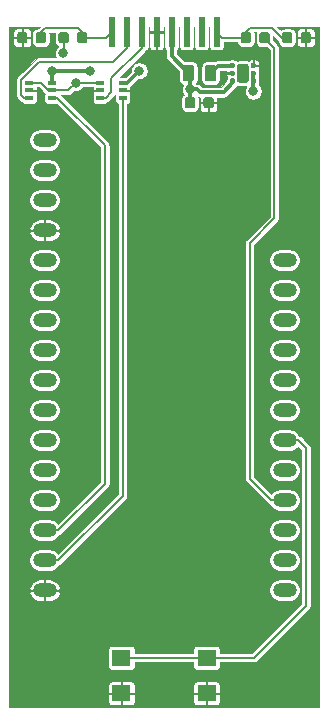
<source format=gbr>
G04 #@! TF.GenerationSoftware,KiCad,Pcbnew,(5.1.5-0-10_14)*
G04 #@! TF.CreationDate,2021-06-02T09:42:11-04:00*
G04 #@! TF.ProjectId,ESLO_RB2_DataDump,45534c4f-5f52-4423-925f-446174614475,rev?*
G04 #@! TF.SameCoordinates,Original*
G04 #@! TF.FileFunction,Copper,L1,Top*
G04 #@! TF.FilePolarity,Positive*
%FSLAX46Y46*%
G04 Gerber Fmt 4.6, Leading zero omitted, Abs format (unit mm)*
G04 Created by KiCad (PCBNEW (5.1.5-0-10_14)) date 2021-06-02 09:42:11*
%MOMM*%
%LPD*%
G04 APERTURE LIST*
%ADD10R,0.650000X0.400000*%
%ADD11O,2.000000X1.200000*%
%ADD12C,0.100000*%
%ADD13R,1.600000X1.400000*%
%ADD14R,0.600000X2.500000*%
%ADD15C,0.800000*%
%ADD16C,0.300000*%
%ADD17C,0.152400*%
%ADD18C,0.125000*%
G04 APERTURE END LIST*
D10*
X127000000Y-75300000D03*
X127000000Y-76600000D03*
X125100000Y-75950000D03*
X127000000Y-75950000D03*
X125100000Y-76600000D03*
X125100000Y-75300000D03*
X121000000Y-75300000D03*
X121000000Y-76600000D03*
X119100000Y-75950000D03*
X121000000Y-75950000D03*
X119100000Y-76600000D03*
X119100000Y-75300000D03*
D11*
X120400000Y-118280000D03*
X140720000Y-118280000D03*
X120400000Y-115740000D03*
X140720000Y-115740000D03*
X120400000Y-113200000D03*
X140720000Y-113200000D03*
X120400000Y-110660000D03*
X140720000Y-110660000D03*
X120400000Y-108120000D03*
X140720000Y-108120000D03*
X120400000Y-105580000D03*
X140720000Y-105580000D03*
X120400000Y-103040000D03*
X140720000Y-103040000D03*
X120400000Y-100500000D03*
X140720000Y-100500000D03*
X120400000Y-97960000D03*
X140720000Y-97960000D03*
X120400000Y-95420000D03*
X140720000Y-95420000D03*
X120400000Y-92880000D03*
X140720000Y-92880000D03*
X120400000Y-90340000D03*
X140720000Y-90340000D03*
X120400000Y-87800000D03*
X120400000Y-85260000D03*
X120400000Y-82720000D03*
X120400000Y-80180000D03*
G04 #@! TA.AperFunction,SMDPad,CuDef*
D12*
G36*
X138165439Y-73650451D02*
G01*
X138174540Y-73651801D01*
X138183464Y-73654037D01*
X138192127Y-73657136D01*
X138200443Y-73661070D01*
X138208335Y-73665800D01*
X138215724Y-73671280D01*
X138222541Y-73677459D01*
X138228720Y-73684276D01*
X138234200Y-73691665D01*
X138238930Y-73699557D01*
X138242864Y-73707873D01*
X138245963Y-73716536D01*
X138248199Y-73725460D01*
X138249549Y-73734561D01*
X138250000Y-73743750D01*
X138250000Y-73956250D01*
X138249549Y-73965439D01*
X138248199Y-73974540D01*
X138245963Y-73983464D01*
X138242864Y-73992127D01*
X138238930Y-74000443D01*
X138234200Y-74008335D01*
X138228720Y-74015724D01*
X138222541Y-74022541D01*
X138215724Y-74028720D01*
X138208335Y-74034200D01*
X138200443Y-74038930D01*
X138192127Y-74042864D01*
X138183464Y-74045963D01*
X138174540Y-74048199D01*
X138165439Y-74049549D01*
X138156250Y-74050000D01*
X137968750Y-74050000D01*
X137959561Y-74049549D01*
X137950460Y-74048199D01*
X137941536Y-74045963D01*
X137932873Y-74042864D01*
X137924557Y-74038930D01*
X137916665Y-74034200D01*
X137909276Y-74028720D01*
X137902459Y-74022541D01*
X137896280Y-74015724D01*
X137890800Y-74008335D01*
X137886070Y-74000443D01*
X137882136Y-73992127D01*
X137879037Y-73983464D01*
X137876801Y-73974540D01*
X137875451Y-73965439D01*
X137875000Y-73956250D01*
X137875000Y-73743750D01*
X137875451Y-73734561D01*
X137876801Y-73725460D01*
X137879037Y-73716536D01*
X137882136Y-73707873D01*
X137886070Y-73699557D01*
X137890800Y-73691665D01*
X137896280Y-73684276D01*
X137902459Y-73677459D01*
X137909276Y-73671280D01*
X137916665Y-73665800D01*
X137924557Y-73661070D01*
X137932873Y-73657136D01*
X137941536Y-73654037D01*
X137950460Y-73651801D01*
X137959561Y-73650451D01*
X137968750Y-73650000D01*
X138156250Y-73650000D01*
X138165439Y-73650451D01*
G37*
G04 #@! TD.AperFunction*
G04 #@! TA.AperFunction,SMDPad,CuDef*
G36*
X138165439Y-74300451D02*
G01*
X138174540Y-74301801D01*
X138183464Y-74304037D01*
X138192127Y-74307136D01*
X138200443Y-74311070D01*
X138208335Y-74315800D01*
X138215724Y-74321280D01*
X138222541Y-74327459D01*
X138228720Y-74334276D01*
X138234200Y-74341665D01*
X138238930Y-74349557D01*
X138242864Y-74357873D01*
X138245963Y-74366536D01*
X138248199Y-74375460D01*
X138249549Y-74384561D01*
X138250000Y-74393750D01*
X138250000Y-74606250D01*
X138249549Y-74615439D01*
X138248199Y-74624540D01*
X138245963Y-74633464D01*
X138242864Y-74642127D01*
X138238930Y-74650443D01*
X138234200Y-74658335D01*
X138228720Y-74665724D01*
X138222541Y-74672541D01*
X138215724Y-74678720D01*
X138208335Y-74684200D01*
X138200443Y-74688930D01*
X138192127Y-74692864D01*
X138183464Y-74695963D01*
X138174540Y-74698199D01*
X138165439Y-74699549D01*
X138156250Y-74700000D01*
X137968750Y-74700000D01*
X137959561Y-74699549D01*
X137950460Y-74698199D01*
X137941536Y-74695963D01*
X137932873Y-74692864D01*
X137924557Y-74688930D01*
X137916665Y-74684200D01*
X137909276Y-74678720D01*
X137902459Y-74672541D01*
X137896280Y-74665724D01*
X137890800Y-74658335D01*
X137886070Y-74650443D01*
X137882136Y-74642127D01*
X137879037Y-74633464D01*
X137876801Y-74624540D01*
X137875451Y-74615439D01*
X137875000Y-74606250D01*
X137875000Y-74393750D01*
X137875451Y-74384561D01*
X137876801Y-74375460D01*
X137879037Y-74366536D01*
X137882136Y-74357873D01*
X137886070Y-74349557D01*
X137890800Y-74341665D01*
X137896280Y-74334276D01*
X137902459Y-74327459D01*
X137909276Y-74321280D01*
X137916665Y-74315800D01*
X137924557Y-74311070D01*
X137932873Y-74307136D01*
X137941536Y-74304037D01*
X137950460Y-74301801D01*
X137959561Y-74300451D01*
X137968750Y-74300000D01*
X138156250Y-74300000D01*
X138165439Y-74300451D01*
G37*
G04 #@! TD.AperFunction*
G04 #@! TA.AperFunction,SMDPad,CuDef*
G36*
X138165439Y-74950451D02*
G01*
X138174540Y-74951801D01*
X138183464Y-74954037D01*
X138192127Y-74957136D01*
X138200443Y-74961070D01*
X138208335Y-74965800D01*
X138215724Y-74971280D01*
X138222541Y-74977459D01*
X138228720Y-74984276D01*
X138234200Y-74991665D01*
X138238930Y-74999557D01*
X138242864Y-75007873D01*
X138245963Y-75016536D01*
X138248199Y-75025460D01*
X138249549Y-75034561D01*
X138250000Y-75043750D01*
X138250000Y-75256250D01*
X138249549Y-75265439D01*
X138248199Y-75274540D01*
X138245963Y-75283464D01*
X138242864Y-75292127D01*
X138238930Y-75300443D01*
X138234200Y-75308335D01*
X138228720Y-75315724D01*
X138222541Y-75322541D01*
X138215724Y-75328720D01*
X138208335Y-75334200D01*
X138200443Y-75338930D01*
X138192127Y-75342864D01*
X138183464Y-75345963D01*
X138174540Y-75348199D01*
X138165439Y-75349549D01*
X138156250Y-75350000D01*
X137968750Y-75350000D01*
X137959561Y-75349549D01*
X137950460Y-75348199D01*
X137941536Y-75345963D01*
X137932873Y-75342864D01*
X137924557Y-75338930D01*
X137916665Y-75334200D01*
X137909276Y-75328720D01*
X137902459Y-75322541D01*
X137896280Y-75315724D01*
X137890800Y-75308335D01*
X137886070Y-75300443D01*
X137882136Y-75292127D01*
X137879037Y-75283464D01*
X137876801Y-75274540D01*
X137875451Y-75265439D01*
X137875000Y-75256250D01*
X137875000Y-75043750D01*
X137875451Y-75034561D01*
X137876801Y-75025460D01*
X137879037Y-75016536D01*
X137882136Y-75007873D01*
X137886070Y-74999557D01*
X137890800Y-74991665D01*
X137896280Y-74984276D01*
X137902459Y-74977459D01*
X137909276Y-74971280D01*
X137916665Y-74965800D01*
X137924557Y-74961070D01*
X137932873Y-74957136D01*
X137941536Y-74954037D01*
X137950460Y-74951801D01*
X137959561Y-74950451D01*
X137968750Y-74950000D01*
X138156250Y-74950000D01*
X138165439Y-74950451D01*
G37*
G04 #@! TD.AperFunction*
G04 #@! TA.AperFunction,SMDPad,CuDef*
G36*
X136390439Y-74950451D02*
G01*
X136399540Y-74951801D01*
X136408464Y-74954037D01*
X136417127Y-74957136D01*
X136425443Y-74961070D01*
X136433335Y-74965800D01*
X136440724Y-74971280D01*
X136447541Y-74977459D01*
X136453720Y-74984276D01*
X136459200Y-74991665D01*
X136463930Y-74999557D01*
X136467864Y-75007873D01*
X136470963Y-75016536D01*
X136473199Y-75025460D01*
X136474549Y-75034561D01*
X136475000Y-75043750D01*
X136475000Y-75256250D01*
X136474549Y-75265439D01*
X136473199Y-75274540D01*
X136470963Y-75283464D01*
X136467864Y-75292127D01*
X136463930Y-75300443D01*
X136459200Y-75308335D01*
X136453720Y-75315724D01*
X136447541Y-75322541D01*
X136440724Y-75328720D01*
X136433335Y-75334200D01*
X136425443Y-75338930D01*
X136417127Y-75342864D01*
X136408464Y-75345963D01*
X136399540Y-75348199D01*
X136390439Y-75349549D01*
X136381250Y-75350000D01*
X136193750Y-75350000D01*
X136184561Y-75349549D01*
X136175460Y-75348199D01*
X136166536Y-75345963D01*
X136157873Y-75342864D01*
X136149557Y-75338930D01*
X136141665Y-75334200D01*
X136134276Y-75328720D01*
X136127459Y-75322541D01*
X136121280Y-75315724D01*
X136115800Y-75308335D01*
X136111070Y-75300443D01*
X136107136Y-75292127D01*
X136104037Y-75283464D01*
X136101801Y-75274540D01*
X136100451Y-75265439D01*
X136100000Y-75256250D01*
X136100000Y-75043750D01*
X136100451Y-75034561D01*
X136101801Y-75025460D01*
X136104037Y-75016536D01*
X136107136Y-75007873D01*
X136111070Y-74999557D01*
X136115800Y-74991665D01*
X136121280Y-74984276D01*
X136127459Y-74977459D01*
X136134276Y-74971280D01*
X136141665Y-74965800D01*
X136149557Y-74961070D01*
X136157873Y-74957136D01*
X136166536Y-74954037D01*
X136175460Y-74951801D01*
X136184561Y-74950451D01*
X136193750Y-74950000D01*
X136381250Y-74950000D01*
X136390439Y-74950451D01*
G37*
G04 #@! TD.AperFunction*
G04 #@! TA.AperFunction,SMDPad,CuDef*
G36*
X136390439Y-74300451D02*
G01*
X136399540Y-74301801D01*
X136408464Y-74304037D01*
X136417127Y-74307136D01*
X136425443Y-74311070D01*
X136433335Y-74315800D01*
X136440724Y-74321280D01*
X136447541Y-74327459D01*
X136453720Y-74334276D01*
X136459200Y-74341665D01*
X136463930Y-74349557D01*
X136467864Y-74357873D01*
X136470963Y-74366536D01*
X136473199Y-74375460D01*
X136474549Y-74384561D01*
X136475000Y-74393750D01*
X136475000Y-74606250D01*
X136474549Y-74615439D01*
X136473199Y-74624540D01*
X136470963Y-74633464D01*
X136467864Y-74642127D01*
X136463930Y-74650443D01*
X136459200Y-74658335D01*
X136453720Y-74665724D01*
X136447541Y-74672541D01*
X136440724Y-74678720D01*
X136433335Y-74684200D01*
X136425443Y-74688930D01*
X136417127Y-74692864D01*
X136408464Y-74695963D01*
X136399540Y-74698199D01*
X136390439Y-74699549D01*
X136381250Y-74700000D01*
X136193750Y-74700000D01*
X136184561Y-74699549D01*
X136175460Y-74698199D01*
X136166536Y-74695963D01*
X136157873Y-74692864D01*
X136149557Y-74688930D01*
X136141665Y-74684200D01*
X136134276Y-74678720D01*
X136127459Y-74672541D01*
X136121280Y-74665724D01*
X136115800Y-74658335D01*
X136111070Y-74650443D01*
X136107136Y-74642127D01*
X136104037Y-74633464D01*
X136101801Y-74624540D01*
X136100451Y-74615439D01*
X136100000Y-74606250D01*
X136100000Y-74393750D01*
X136100451Y-74384561D01*
X136101801Y-74375460D01*
X136104037Y-74366536D01*
X136107136Y-74357873D01*
X136111070Y-74349557D01*
X136115800Y-74341665D01*
X136121280Y-74334276D01*
X136127459Y-74327459D01*
X136134276Y-74321280D01*
X136141665Y-74315800D01*
X136149557Y-74311070D01*
X136157873Y-74307136D01*
X136166536Y-74304037D01*
X136175460Y-74301801D01*
X136184561Y-74300451D01*
X136193750Y-74300000D01*
X136381250Y-74300000D01*
X136390439Y-74300451D01*
G37*
G04 #@! TD.AperFunction*
G04 #@! TA.AperFunction,SMDPad,CuDef*
G36*
X136390439Y-73650451D02*
G01*
X136399540Y-73651801D01*
X136408464Y-73654037D01*
X136417127Y-73657136D01*
X136425443Y-73661070D01*
X136433335Y-73665800D01*
X136440724Y-73671280D01*
X136447541Y-73677459D01*
X136453720Y-73684276D01*
X136459200Y-73691665D01*
X136463930Y-73699557D01*
X136467864Y-73707873D01*
X136470963Y-73716536D01*
X136473199Y-73725460D01*
X136474549Y-73734561D01*
X136475000Y-73743750D01*
X136475000Y-73956250D01*
X136474549Y-73965439D01*
X136473199Y-73974540D01*
X136470963Y-73983464D01*
X136467864Y-73992127D01*
X136463930Y-74000443D01*
X136459200Y-74008335D01*
X136453720Y-74015724D01*
X136447541Y-74022541D01*
X136440724Y-74028720D01*
X136433335Y-74034200D01*
X136425443Y-74038930D01*
X136417127Y-74042864D01*
X136408464Y-74045963D01*
X136399540Y-74048199D01*
X136390439Y-74049549D01*
X136381250Y-74050000D01*
X136193750Y-74050000D01*
X136184561Y-74049549D01*
X136175460Y-74048199D01*
X136166536Y-74045963D01*
X136157873Y-74042864D01*
X136149557Y-74038930D01*
X136141665Y-74034200D01*
X136134276Y-74028720D01*
X136127459Y-74022541D01*
X136121280Y-74015724D01*
X136115800Y-74008335D01*
X136111070Y-74000443D01*
X136107136Y-73992127D01*
X136104037Y-73983464D01*
X136101801Y-73974540D01*
X136100451Y-73965439D01*
X136100000Y-73956250D01*
X136100000Y-73743750D01*
X136100451Y-73734561D01*
X136101801Y-73725460D01*
X136104037Y-73716536D01*
X136107136Y-73707873D01*
X136111070Y-73699557D01*
X136115800Y-73691665D01*
X136121280Y-73684276D01*
X136127459Y-73677459D01*
X136134276Y-73671280D01*
X136141665Y-73665800D01*
X136149557Y-73661070D01*
X136157873Y-73657136D01*
X136166536Y-73654037D01*
X136175460Y-73651801D01*
X136184561Y-73650451D01*
X136193750Y-73650000D01*
X136381250Y-73650000D01*
X136390439Y-73650451D01*
G37*
G04 #@! TD.AperFunction*
G04 #@! TA.AperFunction,SMDPad,CuDef*
G36*
X137449504Y-73701204D02*
G01*
X137473773Y-73704804D01*
X137497571Y-73710765D01*
X137520671Y-73719030D01*
X137542849Y-73729520D01*
X137563893Y-73742133D01*
X137583598Y-73756747D01*
X137601777Y-73773223D01*
X137618253Y-73791402D01*
X137632867Y-73811107D01*
X137645480Y-73832151D01*
X137655970Y-73854329D01*
X137664235Y-73877429D01*
X137670196Y-73901227D01*
X137673796Y-73925496D01*
X137675000Y-73950000D01*
X137675000Y-75050000D01*
X137673796Y-75074504D01*
X137670196Y-75098773D01*
X137664235Y-75122571D01*
X137655970Y-75145671D01*
X137645480Y-75167849D01*
X137632867Y-75188893D01*
X137618253Y-75208598D01*
X137601777Y-75226777D01*
X137583598Y-75243253D01*
X137563893Y-75257867D01*
X137542849Y-75270480D01*
X137520671Y-75280970D01*
X137497571Y-75289235D01*
X137473773Y-75295196D01*
X137449504Y-75298796D01*
X137425000Y-75300000D01*
X136925000Y-75300000D01*
X136900496Y-75298796D01*
X136876227Y-75295196D01*
X136852429Y-75289235D01*
X136829329Y-75280970D01*
X136807151Y-75270480D01*
X136786107Y-75257867D01*
X136766402Y-75243253D01*
X136748223Y-75226777D01*
X136731747Y-75208598D01*
X136717133Y-75188893D01*
X136704520Y-75167849D01*
X136694030Y-75145671D01*
X136685765Y-75122571D01*
X136679804Y-75098773D01*
X136676204Y-75074504D01*
X136675000Y-75050000D01*
X136675000Y-73950000D01*
X136676204Y-73925496D01*
X136679804Y-73901227D01*
X136685765Y-73877429D01*
X136694030Y-73854329D01*
X136704520Y-73832151D01*
X136717133Y-73811107D01*
X136731747Y-73791402D01*
X136748223Y-73773223D01*
X136766402Y-73756747D01*
X136786107Y-73742133D01*
X136807151Y-73729520D01*
X136829329Y-73719030D01*
X136852429Y-73710765D01*
X136876227Y-73704804D01*
X136900496Y-73701204D01*
X136925000Y-73700000D01*
X137425000Y-73700000D01*
X137449504Y-73701204D01*
G37*
G04 #@! TD.AperFunction*
D13*
X126900000Y-127000000D03*
X134100000Y-127000000D03*
X126900000Y-124000000D03*
X134100000Y-124000000D03*
G04 #@! TA.AperFunction,SMDPad,CuDef*
D12*
G36*
X123815191Y-71026053D02*
G01*
X123836426Y-71029203D01*
X123857250Y-71034419D01*
X123877462Y-71041651D01*
X123896868Y-71050830D01*
X123915281Y-71061866D01*
X123932524Y-71074654D01*
X123948430Y-71089070D01*
X123962846Y-71104976D01*
X123975634Y-71122219D01*
X123986670Y-71140632D01*
X123995849Y-71160038D01*
X124003081Y-71180250D01*
X124008297Y-71201074D01*
X124011447Y-71222309D01*
X124012500Y-71243750D01*
X124012500Y-71756250D01*
X124011447Y-71777691D01*
X124008297Y-71798926D01*
X124003081Y-71819750D01*
X123995849Y-71839962D01*
X123986670Y-71859368D01*
X123975634Y-71877781D01*
X123962846Y-71895024D01*
X123948430Y-71910930D01*
X123932524Y-71925346D01*
X123915281Y-71938134D01*
X123896868Y-71949170D01*
X123877462Y-71958349D01*
X123857250Y-71965581D01*
X123836426Y-71970797D01*
X123815191Y-71973947D01*
X123793750Y-71975000D01*
X123356250Y-71975000D01*
X123334809Y-71973947D01*
X123313574Y-71970797D01*
X123292750Y-71965581D01*
X123272538Y-71958349D01*
X123253132Y-71949170D01*
X123234719Y-71938134D01*
X123217476Y-71925346D01*
X123201570Y-71910930D01*
X123187154Y-71895024D01*
X123174366Y-71877781D01*
X123163330Y-71859368D01*
X123154151Y-71839962D01*
X123146919Y-71819750D01*
X123141703Y-71798926D01*
X123138553Y-71777691D01*
X123137500Y-71756250D01*
X123137500Y-71243750D01*
X123138553Y-71222309D01*
X123141703Y-71201074D01*
X123146919Y-71180250D01*
X123154151Y-71160038D01*
X123163330Y-71140632D01*
X123174366Y-71122219D01*
X123187154Y-71104976D01*
X123201570Y-71089070D01*
X123217476Y-71074654D01*
X123234719Y-71061866D01*
X123253132Y-71050830D01*
X123272538Y-71041651D01*
X123292750Y-71034419D01*
X123313574Y-71029203D01*
X123334809Y-71026053D01*
X123356250Y-71025000D01*
X123793750Y-71025000D01*
X123815191Y-71026053D01*
G37*
G04 #@! TD.AperFunction*
G04 #@! TA.AperFunction,SMDPad,CuDef*
G36*
X122240191Y-71026053D02*
G01*
X122261426Y-71029203D01*
X122282250Y-71034419D01*
X122302462Y-71041651D01*
X122321868Y-71050830D01*
X122340281Y-71061866D01*
X122357524Y-71074654D01*
X122373430Y-71089070D01*
X122387846Y-71104976D01*
X122400634Y-71122219D01*
X122411670Y-71140632D01*
X122420849Y-71160038D01*
X122428081Y-71180250D01*
X122433297Y-71201074D01*
X122436447Y-71222309D01*
X122437500Y-71243750D01*
X122437500Y-71756250D01*
X122436447Y-71777691D01*
X122433297Y-71798926D01*
X122428081Y-71819750D01*
X122420849Y-71839962D01*
X122411670Y-71859368D01*
X122400634Y-71877781D01*
X122387846Y-71895024D01*
X122373430Y-71910930D01*
X122357524Y-71925346D01*
X122340281Y-71938134D01*
X122321868Y-71949170D01*
X122302462Y-71958349D01*
X122282250Y-71965581D01*
X122261426Y-71970797D01*
X122240191Y-71973947D01*
X122218750Y-71975000D01*
X121781250Y-71975000D01*
X121759809Y-71973947D01*
X121738574Y-71970797D01*
X121717750Y-71965581D01*
X121697538Y-71958349D01*
X121678132Y-71949170D01*
X121659719Y-71938134D01*
X121642476Y-71925346D01*
X121626570Y-71910930D01*
X121612154Y-71895024D01*
X121599366Y-71877781D01*
X121588330Y-71859368D01*
X121579151Y-71839962D01*
X121571919Y-71819750D01*
X121566703Y-71798926D01*
X121563553Y-71777691D01*
X121562500Y-71756250D01*
X121562500Y-71243750D01*
X121563553Y-71222309D01*
X121566703Y-71201074D01*
X121571919Y-71180250D01*
X121579151Y-71160038D01*
X121588330Y-71140632D01*
X121599366Y-71122219D01*
X121612154Y-71104976D01*
X121626570Y-71089070D01*
X121642476Y-71074654D01*
X121659719Y-71061866D01*
X121678132Y-71050830D01*
X121697538Y-71041651D01*
X121717750Y-71034419D01*
X121738574Y-71029203D01*
X121759809Y-71026053D01*
X121781250Y-71025000D01*
X122218750Y-71025000D01*
X122240191Y-71026053D01*
G37*
G04 #@! TD.AperFunction*
G04 #@! TA.AperFunction,SMDPad,CuDef*
G36*
X137665191Y-71026053D02*
G01*
X137686426Y-71029203D01*
X137707250Y-71034419D01*
X137727462Y-71041651D01*
X137746868Y-71050830D01*
X137765281Y-71061866D01*
X137782524Y-71074654D01*
X137798430Y-71089070D01*
X137812846Y-71104976D01*
X137825634Y-71122219D01*
X137836670Y-71140632D01*
X137845849Y-71160038D01*
X137853081Y-71180250D01*
X137858297Y-71201074D01*
X137861447Y-71222309D01*
X137862500Y-71243750D01*
X137862500Y-71756250D01*
X137861447Y-71777691D01*
X137858297Y-71798926D01*
X137853081Y-71819750D01*
X137845849Y-71839962D01*
X137836670Y-71859368D01*
X137825634Y-71877781D01*
X137812846Y-71895024D01*
X137798430Y-71910930D01*
X137782524Y-71925346D01*
X137765281Y-71938134D01*
X137746868Y-71949170D01*
X137727462Y-71958349D01*
X137707250Y-71965581D01*
X137686426Y-71970797D01*
X137665191Y-71973947D01*
X137643750Y-71975000D01*
X137206250Y-71975000D01*
X137184809Y-71973947D01*
X137163574Y-71970797D01*
X137142750Y-71965581D01*
X137122538Y-71958349D01*
X137103132Y-71949170D01*
X137084719Y-71938134D01*
X137067476Y-71925346D01*
X137051570Y-71910930D01*
X137037154Y-71895024D01*
X137024366Y-71877781D01*
X137013330Y-71859368D01*
X137004151Y-71839962D01*
X136996919Y-71819750D01*
X136991703Y-71798926D01*
X136988553Y-71777691D01*
X136987500Y-71756250D01*
X136987500Y-71243750D01*
X136988553Y-71222309D01*
X136991703Y-71201074D01*
X136996919Y-71180250D01*
X137004151Y-71160038D01*
X137013330Y-71140632D01*
X137024366Y-71122219D01*
X137037154Y-71104976D01*
X137051570Y-71089070D01*
X137067476Y-71074654D01*
X137084719Y-71061866D01*
X137103132Y-71050830D01*
X137122538Y-71041651D01*
X137142750Y-71034419D01*
X137163574Y-71029203D01*
X137184809Y-71026053D01*
X137206250Y-71025000D01*
X137643750Y-71025000D01*
X137665191Y-71026053D01*
G37*
G04 #@! TD.AperFunction*
G04 #@! TA.AperFunction,SMDPad,CuDef*
G36*
X139240191Y-71026053D02*
G01*
X139261426Y-71029203D01*
X139282250Y-71034419D01*
X139302462Y-71041651D01*
X139321868Y-71050830D01*
X139340281Y-71061866D01*
X139357524Y-71074654D01*
X139373430Y-71089070D01*
X139387846Y-71104976D01*
X139400634Y-71122219D01*
X139411670Y-71140632D01*
X139420849Y-71160038D01*
X139428081Y-71180250D01*
X139433297Y-71201074D01*
X139436447Y-71222309D01*
X139437500Y-71243750D01*
X139437500Y-71756250D01*
X139436447Y-71777691D01*
X139433297Y-71798926D01*
X139428081Y-71819750D01*
X139420849Y-71839962D01*
X139411670Y-71859368D01*
X139400634Y-71877781D01*
X139387846Y-71895024D01*
X139373430Y-71910930D01*
X139357524Y-71925346D01*
X139340281Y-71938134D01*
X139321868Y-71949170D01*
X139302462Y-71958349D01*
X139282250Y-71965581D01*
X139261426Y-71970797D01*
X139240191Y-71973947D01*
X139218750Y-71975000D01*
X138781250Y-71975000D01*
X138759809Y-71973947D01*
X138738574Y-71970797D01*
X138717750Y-71965581D01*
X138697538Y-71958349D01*
X138678132Y-71949170D01*
X138659719Y-71938134D01*
X138642476Y-71925346D01*
X138626570Y-71910930D01*
X138612154Y-71895024D01*
X138599366Y-71877781D01*
X138588330Y-71859368D01*
X138579151Y-71839962D01*
X138571919Y-71819750D01*
X138566703Y-71798926D01*
X138563553Y-71777691D01*
X138562500Y-71756250D01*
X138562500Y-71243750D01*
X138563553Y-71222309D01*
X138566703Y-71201074D01*
X138571919Y-71180250D01*
X138579151Y-71160038D01*
X138588330Y-71140632D01*
X138599366Y-71122219D01*
X138612154Y-71104976D01*
X138626570Y-71089070D01*
X138642476Y-71074654D01*
X138659719Y-71061866D01*
X138678132Y-71050830D01*
X138697538Y-71041651D01*
X138717750Y-71034419D01*
X138738574Y-71029203D01*
X138759809Y-71026053D01*
X138781250Y-71025000D01*
X139218750Y-71025000D01*
X139240191Y-71026053D01*
G37*
G04 #@! TD.AperFunction*
G04 #@! TA.AperFunction,SMDPad,CuDef*
G36*
X120315191Y-71026053D02*
G01*
X120336426Y-71029203D01*
X120357250Y-71034419D01*
X120377462Y-71041651D01*
X120396868Y-71050830D01*
X120415281Y-71061866D01*
X120432524Y-71074654D01*
X120448430Y-71089070D01*
X120462846Y-71104976D01*
X120475634Y-71122219D01*
X120486670Y-71140632D01*
X120495849Y-71160038D01*
X120503081Y-71180250D01*
X120508297Y-71201074D01*
X120511447Y-71222309D01*
X120512500Y-71243750D01*
X120512500Y-71756250D01*
X120511447Y-71777691D01*
X120508297Y-71798926D01*
X120503081Y-71819750D01*
X120495849Y-71839962D01*
X120486670Y-71859368D01*
X120475634Y-71877781D01*
X120462846Y-71895024D01*
X120448430Y-71910930D01*
X120432524Y-71925346D01*
X120415281Y-71938134D01*
X120396868Y-71949170D01*
X120377462Y-71958349D01*
X120357250Y-71965581D01*
X120336426Y-71970797D01*
X120315191Y-71973947D01*
X120293750Y-71975000D01*
X119856250Y-71975000D01*
X119834809Y-71973947D01*
X119813574Y-71970797D01*
X119792750Y-71965581D01*
X119772538Y-71958349D01*
X119753132Y-71949170D01*
X119734719Y-71938134D01*
X119717476Y-71925346D01*
X119701570Y-71910930D01*
X119687154Y-71895024D01*
X119674366Y-71877781D01*
X119663330Y-71859368D01*
X119654151Y-71839962D01*
X119646919Y-71819750D01*
X119641703Y-71798926D01*
X119638553Y-71777691D01*
X119637500Y-71756250D01*
X119637500Y-71243750D01*
X119638553Y-71222309D01*
X119641703Y-71201074D01*
X119646919Y-71180250D01*
X119654151Y-71160038D01*
X119663330Y-71140632D01*
X119674366Y-71122219D01*
X119687154Y-71104976D01*
X119701570Y-71089070D01*
X119717476Y-71074654D01*
X119734719Y-71061866D01*
X119753132Y-71050830D01*
X119772538Y-71041651D01*
X119792750Y-71034419D01*
X119813574Y-71029203D01*
X119834809Y-71026053D01*
X119856250Y-71025000D01*
X120293750Y-71025000D01*
X120315191Y-71026053D01*
G37*
G04 #@! TD.AperFunction*
G04 #@! TA.AperFunction,SMDPad,CuDef*
G36*
X118740191Y-71026053D02*
G01*
X118761426Y-71029203D01*
X118782250Y-71034419D01*
X118802462Y-71041651D01*
X118821868Y-71050830D01*
X118840281Y-71061866D01*
X118857524Y-71074654D01*
X118873430Y-71089070D01*
X118887846Y-71104976D01*
X118900634Y-71122219D01*
X118911670Y-71140632D01*
X118920849Y-71160038D01*
X118928081Y-71180250D01*
X118933297Y-71201074D01*
X118936447Y-71222309D01*
X118937500Y-71243750D01*
X118937500Y-71756250D01*
X118936447Y-71777691D01*
X118933297Y-71798926D01*
X118928081Y-71819750D01*
X118920849Y-71839962D01*
X118911670Y-71859368D01*
X118900634Y-71877781D01*
X118887846Y-71895024D01*
X118873430Y-71910930D01*
X118857524Y-71925346D01*
X118840281Y-71938134D01*
X118821868Y-71949170D01*
X118802462Y-71958349D01*
X118782250Y-71965581D01*
X118761426Y-71970797D01*
X118740191Y-71973947D01*
X118718750Y-71975000D01*
X118281250Y-71975000D01*
X118259809Y-71973947D01*
X118238574Y-71970797D01*
X118217750Y-71965581D01*
X118197538Y-71958349D01*
X118178132Y-71949170D01*
X118159719Y-71938134D01*
X118142476Y-71925346D01*
X118126570Y-71910930D01*
X118112154Y-71895024D01*
X118099366Y-71877781D01*
X118088330Y-71859368D01*
X118079151Y-71839962D01*
X118071919Y-71819750D01*
X118066703Y-71798926D01*
X118063553Y-71777691D01*
X118062500Y-71756250D01*
X118062500Y-71243750D01*
X118063553Y-71222309D01*
X118066703Y-71201074D01*
X118071919Y-71180250D01*
X118079151Y-71160038D01*
X118088330Y-71140632D01*
X118099366Y-71122219D01*
X118112154Y-71104976D01*
X118126570Y-71089070D01*
X118142476Y-71074654D01*
X118159719Y-71061866D01*
X118178132Y-71050830D01*
X118197538Y-71041651D01*
X118217750Y-71034419D01*
X118238574Y-71029203D01*
X118259809Y-71026053D01*
X118281250Y-71025000D01*
X118718750Y-71025000D01*
X118740191Y-71026053D01*
G37*
G04 #@! TD.AperFunction*
G04 #@! TA.AperFunction,SMDPad,CuDef*
G36*
X141165191Y-71026053D02*
G01*
X141186426Y-71029203D01*
X141207250Y-71034419D01*
X141227462Y-71041651D01*
X141246868Y-71050830D01*
X141265281Y-71061866D01*
X141282524Y-71074654D01*
X141298430Y-71089070D01*
X141312846Y-71104976D01*
X141325634Y-71122219D01*
X141336670Y-71140632D01*
X141345849Y-71160038D01*
X141353081Y-71180250D01*
X141358297Y-71201074D01*
X141361447Y-71222309D01*
X141362500Y-71243750D01*
X141362500Y-71756250D01*
X141361447Y-71777691D01*
X141358297Y-71798926D01*
X141353081Y-71819750D01*
X141345849Y-71839962D01*
X141336670Y-71859368D01*
X141325634Y-71877781D01*
X141312846Y-71895024D01*
X141298430Y-71910930D01*
X141282524Y-71925346D01*
X141265281Y-71938134D01*
X141246868Y-71949170D01*
X141227462Y-71958349D01*
X141207250Y-71965581D01*
X141186426Y-71970797D01*
X141165191Y-71973947D01*
X141143750Y-71975000D01*
X140706250Y-71975000D01*
X140684809Y-71973947D01*
X140663574Y-71970797D01*
X140642750Y-71965581D01*
X140622538Y-71958349D01*
X140603132Y-71949170D01*
X140584719Y-71938134D01*
X140567476Y-71925346D01*
X140551570Y-71910930D01*
X140537154Y-71895024D01*
X140524366Y-71877781D01*
X140513330Y-71859368D01*
X140504151Y-71839962D01*
X140496919Y-71819750D01*
X140491703Y-71798926D01*
X140488553Y-71777691D01*
X140487500Y-71756250D01*
X140487500Y-71243750D01*
X140488553Y-71222309D01*
X140491703Y-71201074D01*
X140496919Y-71180250D01*
X140504151Y-71160038D01*
X140513330Y-71140632D01*
X140524366Y-71122219D01*
X140537154Y-71104976D01*
X140551570Y-71089070D01*
X140567476Y-71074654D01*
X140584719Y-71061866D01*
X140603132Y-71050830D01*
X140622538Y-71041651D01*
X140642750Y-71034419D01*
X140663574Y-71029203D01*
X140684809Y-71026053D01*
X140706250Y-71025000D01*
X141143750Y-71025000D01*
X141165191Y-71026053D01*
G37*
G04 #@! TD.AperFunction*
G04 #@! TA.AperFunction,SMDPad,CuDef*
G36*
X142740191Y-71026053D02*
G01*
X142761426Y-71029203D01*
X142782250Y-71034419D01*
X142802462Y-71041651D01*
X142821868Y-71050830D01*
X142840281Y-71061866D01*
X142857524Y-71074654D01*
X142873430Y-71089070D01*
X142887846Y-71104976D01*
X142900634Y-71122219D01*
X142911670Y-71140632D01*
X142920849Y-71160038D01*
X142928081Y-71180250D01*
X142933297Y-71201074D01*
X142936447Y-71222309D01*
X142937500Y-71243750D01*
X142937500Y-71756250D01*
X142936447Y-71777691D01*
X142933297Y-71798926D01*
X142928081Y-71819750D01*
X142920849Y-71839962D01*
X142911670Y-71859368D01*
X142900634Y-71877781D01*
X142887846Y-71895024D01*
X142873430Y-71910930D01*
X142857524Y-71925346D01*
X142840281Y-71938134D01*
X142821868Y-71949170D01*
X142802462Y-71958349D01*
X142782250Y-71965581D01*
X142761426Y-71970797D01*
X142740191Y-71973947D01*
X142718750Y-71975000D01*
X142281250Y-71975000D01*
X142259809Y-71973947D01*
X142238574Y-71970797D01*
X142217750Y-71965581D01*
X142197538Y-71958349D01*
X142178132Y-71949170D01*
X142159719Y-71938134D01*
X142142476Y-71925346D01*
X142126570Y-71910930D01*
X142112154Y-71895024D01*
X142099366Y-71877781D01*
X142088330Y-71859368D01*
X142079151Y-71839962D01*
X142071919Y-71819750D01*
X142066703Y-71798926D01*
X142063553Y-71777691D01*
X142062500Y-71756250D01*
X142062500Y-71243750D01*
X142063553Y-71222309D01*
X142066703Y-71201074D01*
X142071919Y-71180250D01*
X142079151Y-71160038D01*
X142088330Y-71140632D01*
X142099366Y-71122219D01*
X142112154Y-71104976D01*
X142126570Y-71089070D01*
X142142476Y-71074654D01*
X142159719Y-71061866D01*
X142178132Y-71050830D01*
X142197538Y-71041651D01*
X142217750Y-71034419D01*
X142238574Y-71029203D01*
X142259809Y-71026053D01*
X142281250Y-71025000D01*
X142718750Y-71025000D01*
X142740191Y-71026053D01*
G37*
G04 #@! TD.AperFunction*
G04 #@! TA.AperFunction,SMDPad,CuDef*
G36*
X132830142Y-73801174D02*
G01*
X132853803Y-73804684D01*
X132877007Y-73810496D01*
X132899529Y-73818554D01*
X132921153Y-73828782D01*
X132941670Y-73841079D01*
X132960883Y-73855329D01*
X132978607Y-73871393D01*
X132994671Y-73889117D01*
X133008921Y-73908330D01*
X133021218Y-73928847D01*
X133031446Y-73950471D01*
X133039504Y-73972993D01*
X133045316Y-73996197D01*
X133048826Y-74019858D01*
X133050000Y-74043750D01*
X133050000Y-74956250D01*
X133048826Y-74980142D01*
X133045316Y-75003803D01*
X133039504Y-75027007D01*
X133031446Y-75049529D01*
X133021218Y-75071153D01*
X133008921Y-75091670D01*
X132994671Y-75110883D01*
X132978607Y-75128607D01*
X132960883Y-75144671D01*
X132941670Y-75158921D01*
X132921153Y-75171218D01*
X132899529Y-75181446D01*
X132877007Y-75189504D01*
X132853803Y-75195316D01*
X132830142Y-75198826D01*
X132806250Y-75200000D01*
X132318750Y-75200000D01*
X132294858Y-75198826D01*
X132271197Y-75195316D01*
X132247993Y-75189504D01*
X132225471Y-75181446D01*
X132203847Y-75171218D01*
X132183330Y-75158921D01*
X132164117Y-75144671D01*
X132146393Y-75128607D01*
X132130329Y-75110883D01*
X132116079Y-75091670D01*
X132103782Y-75071153D01*
X132093554Y-75049529D01*
X132085496Y-75027007D01*
X132079684Y-75003803D01*
X132076174Y-74980142D01*
X132075000Y-74956250D01*
X132075000Y-74043750D01*
X132076174Y-74019858D01*
X132079684Y-73996197D01*
X132085496Y-73972993D01*
X132093554Y-73950471D01*
X132103782Y-73928847D01*
X132116079Y-73908330D01*
X132130329Y-73889117D01*
X132146393Y-73871393D01*
X132164117Y-73855329D01*
X132183330Y-73841079D01*
X132203847Y-73828782D01*
X132225471Y-73818554D01*
X132247993Y-73810496D01*
X132271197Y-73804684D01*
X132294858Y-73801174D01*
X132318750Y-73800000D01*
X132806250Y-73800000D01*
X132830142Y-73801174D01*
G37*
G04 #@! TD.AperFunction*
G04 #@! TA.AperFunction,SMDPad,CuDef*
G36*
X134705142Y-73801174D02*
G01*
X134728803Y-73804684D01*
X134752007Y-73810496D01*
X134774529Y-73818554D01*
X134796153Y-73828782D01*
X134816670Y-73841079D01*
X134835883Y-73855329D01*
X134853607Y-73871393D01*
X134869671Y-73889117D01*
X134883921Y-73908330D01*
X134896218Y-73928847D01*
X134906446Y-73950471D01*
X134914504Y-73972993D01*
X134920316Y-73996197D01*
X134923826Y-74019858D01*
X134925000Y-74043750D01*
X134925000Y-74956250D01*
X134923826Y-74980142D01*
X134920316Y-75003803D01*
X134914504Y-75027007D01*
X134906446Y-75049529D01*
X134896218Y-75071153D01*
X134883921Y-75091670D01*
X134869671Y-75110883D01*
X134853607Y-75128607D01*
X134835883Y-75144671D01*
X134816670Y-75158921D01*
X134796153Y-75171218D01*
X134774529Y-75181446D01*
X134752007Y-75189504D01*
X134728803Y-75195316D01*
X134705142Y-75198826D01*
X134681250Y-75200000D01*
X134193750Y-75200000D01*
X134169858Y-75198826D01*
X134146197Y-75195316D01*
X134122993Y-75189504D01*
X134100471Y-75181446D01*
X134078847Y-75171218D01*
X134058330Y-75158921D01*
X134039117Y-75144671D01*
X134021393Y-75128607D01*
X134005329Y-75110883D01*
X133991079Y-75091670D01*
X133978782Y-75071153D01*
X133968554Y-75049529D01*
X133960496Y-75027007D01*
X133954684Y-75003803D01*
X133951174Y-74980142D01*
X133950000Y-74956250D01*
X133950000Y-74043750D01*
X133951174Y-74019858D01*
X133954684Y-73996197D01*
X133960496Y-73972993D01*
X133968554Y-73950471D01*
X133978782Y-73928847D01*
X133991079Y-73908330D01*
X134005329Y-73889117D01*
X134021393Y-73871393D01*
X134039117Y-73855329D01*
X134058330Y-73841079D01*
X134078847Y-73828782D01*
X134100471Y-73818554D01*
X134122993Y-73810496D01*
X134146197Y-73804684D01*
X134169858Y-73801174D01*
X134193750Y-73800000D01*
X134681250Y-73800000D01*
X134705142Y-73801174D01*
G37*
G04 #@! TD.AperFunction*
D14*
X126055000Y-71000000D03*
X127325000Y-71000000D03*
X128595000Y-71000000D03*
X129865000Y-71000000D03*
X131135000Y-71000000D03*
X132405000Y-71000000D03*
X133675000Y-71000000D03*
X134945000Y-71000000D03*
G04 #@! TA.AperFunction,SMDPad,CuDef*
D12*
G36*
X134515191Y-76526053D02*
G01*
X134536426Y-76529203D01*
X134557250Y-76534419D01*
X134577462Y-76541651D01*
X134596868Y-76550830D01*
X134615281Y-76561866D01*
X134632524Y-76574654D01*
X134648430Y-76589070D01*
X134662846Y-76604976D01*
X134675634Y-76622219D01*
X134686670Y-76640632D01*
X134695849Y-76660038D01*
X134703081Y-76680250D01*
X134708297Y-76701074D01*
X134711447Y-76722309D01*
X134712500Y-76743750D01*
X134712500Y-77256250D01*
X134711447Y-77277691D01*
X134708297Y-77298926D01*
X134703081Y-77319750D01*
X134695849Y-77339962D01*
X134686670Y-77359368D01*
X134675634Y-77377781D01*
X134662846Y-77395024D01*
X134648430Y-77410930D01*
X134632524Y-77425346D01*
X134615281Y-77438134D01*
X134596868Y-77449170D01*
X134577462Y-77458349D01*
X134557250Y-77465581D01*
X134536426Y-77470797D01*
X134515191Y-77473947D01*
X134493750Y-77475000D01*
X134056250Y-77475000D01*
X134034809Y-77473947D01*
X134013574Y-77470797D01*
X133992750Y-77465581D01*
X133972538Y-77458349D01*
X133953132Y-77449170D01*
X133934719Y-77438134D01*
X133917476Y-77425346D01*
X133901570Y-77410930D01*
X133887154Y-77395024D01*
X133874366Y-77377781D01*
X133863330Y-77359368D01*
X133854151Y-77339962D01*
X133846919Y-77319750D01*
X133841703Y-77298926D01*
X133838553Y-77277691D01*
X133837500Y-77256250D01*
X133837500Y-76743750D01*
X133838553Y-76722309D01*
X133841703Y-76701074D01*
X133846919Y-76680250D01*
X133854151Y-76660038D01*
X133863330Y-76640632D01*
X133874366Y-76622219D01*
X133887154Y-76604976D01*
X133901570Y-76589070D01*
X133917476Y-76574654D01*
X133934719Y-76561866D01*
X133953132Y-76550830D01*
X133972538Y-76541651D01*
X133992750Y-76534419D01*
X134013574Y-76529203D01*
X134034809Y-76526053D01*
X134056250Y-76525000D01*
X134493750Y-76525000D01*
X134515191Y-76526053D01*
G37*
G04 #@! TD.AperFunction*
G04 #@! TA.AperFunction,SMDPad,CuDef*
G36*
X132940191Y-76526053D02*
G01*
X132961426Y-76529203D01*
X132982250Y-76534419D01*
X133002462Y-76541651D01*
X133021868Y-76550830D01*
X133040281Y-76561866D01*
X133057524Y-76574654D01*
X133073430Y-76589070D01*
X133087846Y-76604976D01*
X133100634Y-76622219D01*
X133111670Y-76640632D01*
X133120849Y-76660038D01*
X133128081Y-76680250D01*
X133133297Y-76701074D01*
X133136447Y-76722309D01*
X133137500Y-76743750D01*
X133137500Y-77256250D01*
X133136447Y-77277691D01*
X133133297Y-77298926D01*
X133128081Y-77319750D01*
X133120849Y-77339962D01*
X133111670Y-77359368D01*
X133100634Y-77377781D01*
X133087846Y-77395024D01*
X133073430Y-77410930D01*
X133057524Y-77425346D01*
X133040281Y-77438134D01*
X133021868Y-77449170D01*
X133002462Y-77458349D01*
X132982250Y-77465581D01*
X132961426Y-77470797D01*
X132940191Y-77473947D01*
X132918750Y-77475000D01*
X132481250Y-77475000D01*
X132459809Y-77473947D01*
X132438574Y-77470797D01*
X132417750Y-77465581D01*
X132397538Y-77458349D01*
X132378132Y-77449170D01*
X132359719Y-77438134D01*
X132342476Y-77425346D01*
X132326570Y-77410930D01*
X132312154Y-77395024D01*
X132299366Y-77377781D01*
X132288330Y-77359368D01*
X132279151Y-77339962D01*
X132271919Y-77319750D01*
X132266703Y-77298926D01*
X132263553Y-77277691D01*
X132262500Y-77256250D01*
X132262500Y-76743750D01*
X132263553Y-76722309D01*
X132266703Y-76701074D01*
X132271919Y-76680250D01*
X132279151Y-76660038D01*
X132288330Y-76640632D01*
X132299366Y-76622219D01*
X132312154Y-76604976D01*
X132326570Y-76589070D01*
X132342476Y-76574654D01*
X132359719Y-76561866D01*
X132378132Y-76550830D01*
X132397538Y-76541651D01*
X132417750Y-76534419D01*
X132438574Y-76529203D01*
X132459809Y-76526053D01*
X132481250Y-76525000D01*
X132918750Y-76525000D01*
X132940191Y-76526053D01*
G37*
G04 #@! TD.AperFunction*
D15*
X121000000Y-74300000D03*
X124200000Y-74300000D03*
X128400000Y-74300000D03*
X138050000Y-76025000D03*
X132700000Y-75850000D03*
X123050000Y-75300002D03*
X121975000Y-72800000D03*
D16*
X121000000Y-75300000D02*
X121000000Y-74300000D01*
X121000000Y-74300000D02*
X124200000Y-74300000D01*
X127400000Y-75300000D02*
X128400000Y-74300000D01*
X127000000Y-75300000D02*
X127400000Y-75300000D01*
X138062500Y-74500000D02*
X138062500Y-75150000D01*
X138062500Y-76012500D02*
X138050000Y-76025000D01*
X138062500Y-75150000D02*
X138062500Y-76012500D01*
X131135000Y-73072500D02*
X132562500Y-74500000D01*
X131135000Y-71000000D02*
X131135000Y-73072500D01*
X132700000Y-74637500D02*
X132562500Y-74500000D01*
X132700000Y-77000000D02*
X132700000Y-74637500D01*
D17*
X120713518Y-75950000D02*
X121000000Y-75950000D01*
X120063518Y-75300000D02*
X120713518Y-75950000D01*
X119100000Y-75300000D02*
X120063518Y-75300000D01*
X125100000Y-75300000D02*
X123050002Y-75300000D01*
X123050002Y-75300000D02*
X123050000Y-75300002D01*
X122400002Y-75950000D02*
X123050000Y-75300002D01*
X121000000Y-75950000D02*
X122400002Y-75950000D01*
D16*
X133265685Y-75850000D02*
X132700000Y-75850000D01*
X133515685Y-76100000D02*
X133265685Y-75850000D01*
X135537500Y-76100000D02*
X133515685Y-76100000D01*
X136287500Y-75350000D02*
X135537500Y-76100000D01*
X136287500Y-75150000D02*
X136287500Y-75350000D01*
D17*
X125555000Y-71500000D02*
X126055000Y-71000000D01*
X123575000Y-71500000D02*
X125555000Y-71500000D01*
X123575000Y-71025000D02*
X123575000Y-71500000D01*
X123225000Y-70675000D02*
X123575000Y-71025000D01*
X120425000Y-70675000D02*
X123225000Y-70675000D01*
X120075000Y-71025000D02*
X120425000Y-70675000D01*
X120075000Y-71500000D02*
X120075000Y-71025000D01*
X118622600Y-76600000D02*
X119100000Y-76600000D01*
X118350000Y-75113518D02*
X118350000Y-76327400D01*
X126177400Y-73550000D02*
X119913518Y-73550000D01*
X127325000Y-71000000D02*
X127325000Y-72402400D01*
X119913518Y-73550000D02*
X118350000Y-75113518D01*
X118350000Y-76327400D02*
X118622600Y-76600000D01*
X127325000Y-72402400D02*
X126177400Y-73550000D01*
X126050000Y-74947400D02*
X128595000Y-72402400D01*
X128595000Y-72402400D02*
X128595000Y-71000000D01*
X126050000Y-76127400D02*
X126050000Y-74947400D01*
X125577400Y-76600000D02*
X126050000Y-76127400D01*
X125100000Y-76600000D02*
X125577400Y-76600000D01*
X135445000Y-71500000D02*
X134945000Y-71000000D01*
X137425000Y-71500000D02*
X135445000Y-71500000D01*
X137425000Y-71025000D02*
X137425000Y-71500000D01*
X137800000Y-70650000D02*
X137425000Y-71025000D01*
X139637500Y-70650000D02*
X137800000Y-70650000D01*
X140487500Y-71500000D02*
X139637500Y-70650000D01*
X140925000Y-71500000D02*
X140487500Y-71500000D01*
D16*
X135087500Y-73850000D02*
X134437500Y-74500000D01*
X136287500Y-73850000D02*
X135087500Y-73850000D01*
D17*
X139567600Y-110660000D02*
X140720000Y-110660000D01*
X139825000Y-72350000D02*
X139825000Y-86800000D01*
X137750000Y-88875000D02*
X137750000Y-108842400D01*
X137750000Y-108842400D02*
X139567600Y-110660000D01*
X139825000Y-86800000D02*
X137750000Y-88875000D01*
X139000000Y-71525000D02*
X139825000Y-72350000D01*
X139000000Y-71500000D02*
X139000000Y-71525000D01*
X122000000Y-72775000D02*
X121975000Y-72800000D01*
X122000000Y-71500000D02*
X122000000Y-72775000D01*
X126900000Y-124000000D02*
X134100000Y-124000000D01*
X142525000Y-119575000D02*
X138100000Y-124000000D01*
X142525000Y-106232600D02*
X142525000Y-119575000D01*
X138100000Y-124000000D02*
X135052400Y-124000000D01*
X135052400Y-124000000D02*
X134100000Y-124000000D01*
X141872400Y-105580000D02*
X142525000Y-106232600D01*
X140720000Y-105580000D02*
X141872400Y-105580000D01*
X121552400Y-115740000D02*
X120400000Y-115740000D01*
X127000000Y-110292400D02*
X121552400Y-115740000D01*
X127000000Y-76600000D02*
X127000000Y-110292400D01*
X121552400Y-113200000D02*
X120400000Y-113200000D01*
X125500000Y-109252400D02*
X121552400Y-113200000D01*
X121477400Y-76600000D02*
X125500000Y-80622600D01*
X125500000Y-80622600D02*
X125500000Y-109252400D01*
X121000000Y-76600000D02*
X121477400Y-76600000D01*
D18*
G36*
X119837457Y-70712839D02*
G01*
X119752313Y-70721225D01*
X119652371Y-70751542D01*
X119560263Y-70800775D01*
X119479530Y-70867030D01*
X119413275Y-70947763D01*
X119364042Y-71039871D01*
X119333725Y-71139813D01*
X119323488Y-71243750D01*
X119323488Y-71756250D01*
X119333725Y-71860187D01*
X119364042Y-71960129D01*
X119413275Y-72052237D01*
X119479530Y-72132970D01*
X119560263Y-72199225D01*
X119652371Y-72248458D01*
X119752313Y-72278775D01*
X119856250Y-72289012D01*
X120293750Y-72289012D01*
X120397687Y-72278775D01*
X120497629Y-72248458D01*
X120589737Y-72199225D01*
X120670470Y-72132970D01*
X120736725Y-72052237D01*
X120785958Y-71960129D01*
X120816275Y-71860187D01*
X120826512Y-71756250D01*
X120826512Y-71243750D01*
X120816275Y-71139813D01*
X120793186Y-71063700D01*
X121281814Y-71063700D01*
X121258725Y-71139813D01*
X121248488Y-71243750D01*
X121248488Y-71756250D01*
X121258725Y-71860187D01*
X121289042Y-71960129D01*
X121338275Y-72052237D01*
X121404530Y-72132970D01*
X121485263Y-72199225D01*
X121544372Y-72230820D01*
X121520808Y-72246565D01*
X121421565Y-72345808D01*
X121343591Y-72462505D01*
X121289881Y-72592172D01*
X121262500Y-72729825D01*
X121262500Y-72870175D01*
X121289881Y-73007828D01*
X121343591Y-73137495D01*
X121359497Y-73161300D01*
X119932602Y-73161300D01*
X119913517Y-73159420D01*
X119894432Y-73161300D01*
X119894430Y-73161300D01*
X119837320Y-73166925D01*
X119764050Y-73189151D01*
X119764048Y-73189152D01*
X119755328Y-73193813D01*
X119696523Y-73225245D01*
X119637336Y-73273818D01*
X119625168Y-73288645D01*
X118088651Y-74825163D01*
X118073818Y-74837336D01*
X118025245Y-74896524D01*
X117989151Y-74964051D01*
X117973996Y-75014012D01*
X117966925Y-75037321D01*
X117959420Y-75113518D01*
X117961300Y-75132606D01*
X117961301Y-76308303D01*
X117959420Y-76327400D01*
X117966925Y-76403597D01*
X117989152Y-76476868D01*
X118022828Y-76539871D01*
X118025246Y-76544395D01*
X118073819Y-76603582D01*
X118088646Y-76615750D01*
X118334245Y-76861349D01*
X118346418Y-76876182D01*
X118405605Y-76924755D01*
X118473132Y-76960849D01*
X118513120Y-76972979D01*
X118513909Y-76974456D01*
X118552960Y-77022040D01*
X118600544Y-77061091D01*
X118654833Y-77090109D01*
X118713739Y-77107978D01*
X118775000Y-77114012D01*
X119425000Y-77114012D01*
X119486261Y-77107978D01*
X119545167Y-77090109D01*
X119599456Y-77061091D01*
X119647040Y-77022040D01*
X119686091Y-76974456D01*
X119715109Y-76920167D01*
X119732978Y-76861261D01*
X119739012Y-76800000D01*
X119739012Y-76400000D01*
X119732978Y-76338739D01*
X119715109Y-76279833D01*
X119712526Y-76275000D01*
X119715109Y-76270167D01*
X119732978Y-76211261D01*
X119739012Y-76150000D01*
X119737500Y-76090625D01*
X119659375Y-76012500D01*
X119162500Y-76012500D01*
X119162500Y-76032500D01*
X119037500Y-76032500D01*
X119037500Y-76012500D01*
X119017500Y-76012500D01*
X119017500Y-75887500D01*
X119037500Y-75887500D01*
X119037500Y-75867500D01*
X119162500Y-75867500D01*
X119162500Y-75887500D01*
X119659375Y-75887500D01*
X119737500Y-75809375D01*
X119739012Y-75750000D01*
X119732978Y-75688739D01*
X119732966Y-75688700D01*
X119902514Y-75688700D01*
X120360988Y-76147175D01*
X120360988Y-76150000D01*
X120367022Y-76211261D01*
X120384891Y-76270167D01*
X120387474Y-76275000D01*
X120384891Y-76279833D01*
X120367022Y-76338739D01*
X120360988Y-76400000D01*
X120360988Y-76800000D01*
X120367022Y-76861261D01*
X120384891Y-76920167D01*
X120413909Y-76974456D01*
X120452960Y-77022040D01*
X120500544Y-77061091D01*
X120554833Y-77090109D01*
X120613739Y-77107978D01*
X120675000Y-77114012D01*
X121325000Y-77114012D01*
X121386261Y-77107978D01*
X121424173Y-77096477D01*
X125111300Y-80783605D01*
X125111301Y-109091394D01*
X121539723Y-112662973D01*
X121448357Y-112551643D01*
X121309411Y-112437613D01*
X121150888Y-112352881D01*
X120978881Y-112300703D01*
X120844827Y-112287500D01*
X119955173Y-112287500D01*
X119821119Y-112300703D01*
X119649112Y-112352881D01*
X119490589Y-112437613D01*
X119351643Y-112551643D01*
X119237613Y-112690589D01*
X119152881Y-112849112D01*
X119100703Y-113021119D01*
X119083085Y-113200000D01*
X119100703Y-113378881D01*
X119152881Y-113550888D01*
X119237613Y-113709411D01*
X119351643Y-113848357D01*
X119490589Y-113962387D01*
X119649112Y-114047119D01*
X119821119Y-114099297D01*
X119955173Y-114112500D01*
X120844827Y-114112500D01*
X120978881Y-114099297D01*
X121150888Y-114047119D01*
X121309411Y-113962387D01*
X121448357Y-113848357D01*
X121562387Y-113709411D01*
X121630170Y-113582598D01*
X121701868Y-113560849D01*
X121769395Y-113524755D01*
X121828582Y-113476182D01*
X121840755Y-113461349D01*
X125761355Y-109540750D01*
X125776182Y-109528582D01*
X125824755Y-109469395D01*
X125860849Y-109401868D01*
X125883075Y-109328598D01*
X125888700Y-109271488D01*
X125888700Y-109271486D01*
X125890580Y-109252401D01*
X125888700Y-109233316D01*
X125888700Y-80641676D01*
X125890579Y-80622599D01*
X125888700Y-80603522D01*
X125888700Y-80603512D01*
X125883075Y-80546402D01*
X125860849Y-80473132D01*
X125824755Y-80405605D01*
X125776182Y-80346418D01*
X125761356Y-80334251D01*
X121765804Y-76338700D01*
X122380915Y-76338700D01*
X122400002Y-76340580D01*
X122419089Y-76338700D01*
X122419090Y-76338700D01*
X122476200Y-76333075D01*
X122549470Y-76310849D01*
X122616997Y-76274755D01*
X122676184Y-76226182D01*
X122688357Y-76211349D01*
X122902571Y-75997135D01*
X122979825Y-76012502D01*
X123120175Y-76012502D01*
X123257828Y-75985121D01*
X123387495Y-75931411D01*
X123504192Y-75853437D01*
X123603435Y-75754194D01*
X123647196Y-75688700D01*
X124467034Y-75688700D01*
X124467022Y-75688739D01*
X124460988Y-75750000D01*
X124462500Y-75809375D01*
X124540625Y-75887500D01*
X125037500Y-75887500D01*
X125037500Y-75867500D01*
X125162500Y-75867500D01*
X125162500Y-75887500D01*
X125182500Y-75887500D01*
X125182500Y-76012500D01*
X125162500Y-76012500D01*
X125162500Y-76032500D01*
X125037500Y-76032500D01*
X125037500Y-76012500D01*
X124540625Y-76012500D01*
X124462500Y-76090625D01*
X124460988Y-76150000D01*
X124467022Y-76211261D01*
X124484891Y-76270167D01*
X124487474Y-76275000D01*
X124484891Y-76279833D01*
X124467022Y-76338739D01*
X124460988Y-76400000D01*
X124460988Y-76800000D01*
X124467022Y-76861261D01*
X124484891Y-76920167D01*
X124513909Y-76974456D01*
X124552960Y-77022040D01*
X124600544Y-77061091D01*
X124654833Y-77090109D01*
X124713739Y-77107978D01*
X124775000Y-77114012D01*
X125425000Y-77114012D01*
X125486261Y-77107978D01*
X125545167Y-77090109D01*
X125599456Y-77061091D01*
X125647040Y-77022040D01*
X125686091Y-76974456D01*
X125686880Y-76972979D01*
X125726868Y-76960849D01*
X125794395Y-76924755D01*
X125853582Y-76876182D01*
X125865755Y-76861349D01*
X126311355Y-76415750D01*
X126326182Y-76403582D01*
X126365334Y-76355874D01*
X126360988Y-76400000D01*
X126360988Y-76800000D01*
X126367022Y-76861261D01*
X126384891Y-76920167D01*
X126413909Y-76974456D01*
X126452960Y-77022040D01*
X126500544Y-77061091D01*
X126554833Y-77090109D01*
X126611300Y-77107238D01*
X126611301Y-110131394D01*
X121539723Y-115202973D01*
X121448357Y-115091643D01*
X121309411Y-114977613D01*
X121150888Y-114892881D01*
X120978881Y-114840703D01*
X120844827Y-114827500D01*
X119955173Y-114827500D01*
X119821119Y-114840703D01*
X119649112Y-114892881D01*
X119490589Y-114977613D01*
X119351643Y-115091643D01*
X119237613Y-115230589D01*
X119152881Y-115389112D01*
X119100703Y-115561119D01*
X119083085Y-115740000D01*
X119100703Y-115918881D01*
X119152881Y-116090888D01*
X119237613Y-116249411D01*
X119351643Y-116388357D01*
X119490589Y-116502387D01*
X119649112Y-116587119D01*
X119821119Y-116639297D01*
X119955173Y-116652500D01*
X120844827Y-116652500D01*
X120978881Y-116639297D01*
X121150888Y-116587119D01*
X121309411Y-116502387D01*
X121448357Y-116388357D01*
X121562387Y-116249411D01*
X121630170Y-116122598D01*
X121701868Y-116100849D01*
X121769395Y-116064755D01*
X121828582Y-116016182D01*
X121840755Y-116001349D01*
X122102104Y-115740000D01*
X139403085Y-115740000D01*
X139420703Y-115918881D01*
X139472881Y-116090888D01*
X139557613Y-116249411D01*
X139671643Y-116388357D01*
X139810589Y-116502387D01*
X139969112Y-116587119D01*
X140141119Y-116639297D01*
X140275173Y-116652500D01*
X141164827Y-116652500D01*
X141298881Y-116639297D01*
X141470888Y-116587119D01*
X141629411Y-116502387D01*
X141768357Y-116388357D01*
X141882387Y-116249411D01*
X141967119Y-116090888D01*
X142019297Y-115918881D01*
X142036915Y-115740000D01*
X142019297Y-115561119D01*
X141967119Y-115389112D01*
X141882387Y-115230589D01*
X141768357Y-115091643D01*
X141629411Y-114977613D01*
X141470888Y-114892881D01*
X141298881Y-114840703D01*
X141164827Y-114827500D01*
X140275173Y-114827500D01*
X140141119Y-114840703D01*
X139969112Y-114892881D01*
X139810589Y-114977613D01*
X139671643Y-115091643D01*
X139557613Y-115230589D01*
X139472881Y-115389112D01*
X139420703Y-115561119D01*
X139403085Y-115740000D01*
X122102104Y-115740000D01*
X124642104Y-113200000D01*
X139403085Y-113200000D01*
X139420703Y-113378881D01*
X139472881Y-113550888D01*
X139557613Y-113709411D01*
X139671643Y-113848357D01*
X139810589Y-113962387D01*
X139969112Y-114047119D01*
X140141119Y-114099297D01*
X140275173Y-114112500D01*
X141164827Y-114112500D01*
X141298881Y-114099297D01*
X141470888Y-114047119D01*
X141629411Y-113962387D01*
X141768357Y-113848357D01*
X141882387Y-113709411D01*
X141967119Y-113550888D01*
X142019297Y-113378881D01*
X142036915Y-113200000D01*
X142019297Y-113021119D01*
X141967119Y-112849112D01*
X141882387Y-112690589D01*
X141768357Y-112551643D01*
X141629411Y-112437613D01*
X141470888Y-112352881D01*
X141298881Y-112300703D01*
X141164827Y-112287500D01*
X140275173Y-112287500D01*
X140141119Y-112300703D01*
X139969112Y-112352881D01*
X139810589Y-112437613D01*
X139671643Y-112551643D01*
X139557613Y-112690589D01*
X139472881Y-112849112D01*
X139420703Y-113021119D01*
X139403085Y-113200000D01*
X124642104Y-113200000D01*
X127261355Y-110580750D01*
X127276182Y-110568582D01*
X127324755Y-110509395D01*
X127360849Y-110441868D01*
X127383075Y-110368598D01*
X127388700Y-110311488D01*
X127390580Y-110292400D01*
X127388700Y-110273313D01*
X127388700Y-77107238D01*
X127445167Y-77090109D01*
X127499456Y-77061091D01*
X127547040Y-77022040D01*
X127586091Y-76974456D01*
X127615109Y-76920167D01*
X127632978Y-76861261D01*
X127639012Y-76800000D01*
X127639012Y-76400000D01*
X127632978Y-76338739D01*
X127615109Y-76279833D01*
X127612526Y-76275000D01*
X127615109Y-76270167D01*
X127632978Y-76211261D01*
X127639012Y-76150000D01*
X127637500Y-76090625D01*
X127559375Y-76012500D01*
X127062500Y-76012500D01*
X127062500Y-76032500D01*
X126937500Y-76032500D01*
X126937500Y-76012500D01*
X126917500Y-76012500D01*
X126917500Y-75887500D01*
X126937500Y-75887500D01*
X126937500Y-75867500D01*
X127062500Y-75867500D01*
X127062500Y-75887500D01*
X127559375Y-75887500D01*
X127637500Y-75809375D01*
X127639012Y-75750000D01*
X127634022Y-75699335D01*
X127658194Y-75686415D01*
X127728619Y-75628619D01*
X127743103Y-75610970D01*
X128341574Y-75012500D01*
X128470175Y-75012500D01*
X128607828Y-74985119D01*
X128737495Y-74931409D01*
X128854192Y-74853435D01*
X128953435Y-74754192D01*
X129031409Y-74637495D01*
X129085119Y-74507828D01*
X129112500Y-74370175D01*
X129112500Y-74229825D01*
X129085119Y-74092172D01*
X129031409Y-73962505D01*
X128953435Y-73845808D01*
X128854192Y-73746565D01*
X128737495Y-73668591D01*
X128607828Y-73614881D01*
X128470175Y-73587500D01*
X128329825Y-73587500D01*
X128192172Y-73614881D01*
X128062505Y-73668591D01*
X127945808Y-73746565D01*
X127846565Y-73845808D01*
X127768591Y-73962505D01*
X127714881Y-74092172D01*
X127687500Y-74229825D01*
X127687500Y-74358426D01*
X127259939Y-74785988D01*
X126761116Y-74785988D01*
X128856356Y-72690749D01*
X128871182Y-72678582D01*
X128919755Y-72619395D01*
X128952379Y-72558360D01*
X128956261Y-72557978D01*
X129015167Y-72540109D01*
X129069456Y-72511091D01*
X129117040Y-72472040D01*
X129156091Y-72424456D01*
X129185109Y-72370167D01*
X129202978Y-72311261D01*
X129209012Y-72250000D01*
X129250988Y-72250000D01*
X129257022Y-72311261D01*
X129274891Y-72370167D01*
X129303909Y-72424456D01*
X129342960Y-72472040D01*
X129390544Y-72511091D01*
X129444833Y-72540109D01*
X129503739Y-72557978D01*
X129565000Y-72564012D01*
X129724375Y-72562500D01*
X129802500Y-72484375D01*
X129802500Y-71062500D01*
X129927500Y-71062500D01*
X129927500Y-72484375D01*
X130005625Y-72562500D01*
X130165000Y-72564012D01*
X130226261Y-72557978D01*
X130285167Y-72540109D01*
X130339456Y-72511091D01*
X130387040Y-72472040D01*
X130426091Y-72424456D01*
X130455109Y-72370167D01*
X130472978Y-72311261D01*
X130479012Y-72250000D01*
X130477500Y-71140625D01*
X130399375Y-71062500D01*
X129927500Y-71062500D01*
X129802500Y-71062500D01*
X129330625Y-71062500D01*
X129252500Y-71140625D01*
X129250988Y-72250000D01*
X129209012Y-72250000D01*
X129209012Y-70562500D01*
X129252095Y-70562500D01*
X129252500Y-70859375D01*
X129330625Y-70937500D01*
X129802500Y-70937500D01*
X129802500Y-70917500D01*
X129927500Y-70917500D01*
X129927500Y-70937500D01*
X130399375Y-70937500D01*
X130477500Y-70859375D01*
X130477905Y-70562500D01*
X130520988Y-70562500D01*
X130520988Y-72250000D01*
X130527022Y-72311261D01*
X130544891Y-72370167D01*
X130573909Y-72424456D01*
X130612960Y-72472040D01*
X130660544Y-72511091D01*
X130672501Y-72517482D01*
X130672501Y-73049778D01*
X130670263Y-73072500D01*
X130679193Y-73163165D01*
X130698025Y-73225245D01*
X130705640Y-73250347D01*
X130748586Y-73330694D01*
X130806382Y-73401119D01*
X130824026Y-73415599D01*
X131760988Y-74352561D01*
X131760988Y-74956250D01*
X131771705Y-75065064D01*
X131803445Y-75169696D01*
X131854988Y-75266126D01*
X131924353Y-75350647D01*
X132008874Y-75420012D01*
X132098414Y-75467872D01*
X132068591Y-75512505D01*
X132014881Y-75642172D01*
X131987500Y-75779825D01*
X131987500Y-75920175D01*
X132014881Y-76057828D01*
X132068591Y-76187495D01*
X132146565Y-76304192D01*
X132162131Y-76319758D01*
X132104530Y-76367030D01*
X132038275Y-76447763D01*
X131989042Y-76539871D01*
X131958725Y-76639813D01*
X131948488Y-76743750D01*
X131948488Y-77256250D01*
X131958725Y-77360187D01*
X131989042Y-77460129D01*
X132038275Y-77552237D01*
X132104530Y-77632970D01*
X132185263Y-77699225D01*
X132277371Y-77748458D01*
X132377313Y-77778775D01*
X132481250Y-77789012D01*
X132918750Y-77789012D01*
X133022687Y-77778775D01*
X133122629Y-77748458D01*
X133214737Y-77699225D01*
X133295470Y-77632970D01*
X133361725Y-77552237D01*
X133403009Y-77475000D01*
X133523488Y-77475000D01*
X133529522Y-77536261D01*
X133547391Y-77595167D01*
X133576409Y-77649456D01*
X133615460Y-77697040D01*
X133663044Y-77736091D01*
X133717333Y-77765109D01*
X133776239Y-77782978D01*
X133837500Y-77789012D01*
X134134375Y-77787500D01*
X134212500Y-77709375D01*
X134212500Y-77062500D01*
X134337500Y-77062500D01*
X134337500Y-77709375D01*
X134415625Y-77787500D01*
X134712500Y-77789012D01*
X134773761Y-77782978D01*
X134832667Y-77765109D01*
X134886956Y-77736091D01*
X134934540Y-77697040D01*
X134973591Y-77649456D01*
X135002609Y-77595167D01*
X135020478Y-77536261D01*
X135026512Y-77475000D01*
X135025000Y-77140625D01*
X134946875Y-77062500D01*
X134337500Y-77062500D01*
X134212500Y-77062500D01*
X133603125Y-77062500D01*
X133525000Y-77140625D01*
X133523488Y-77475000D01*
X133403009Y-77475000D01*
X133410958Y-77460129D01*
X133441275Y-77360187D01*
X133451512Y-77256250D01*
X133451512Y-76743750D01*
X133441275Y-76639813D01*
X133414857Y-76552725D01*
X133425018Y-76555807D01*
X133515684Y-76564737D01*
X133523664Y-76563951D01*
X133525000Y-76859375D01*
X133603125Y-76937500D01*
X134212500Y-76937500D01*
X134212500Y-76917500D01*
X134337500Y-76917500D01*
X134337500Y-76937500D01*
X134946875Y-76937500D01*
X135025000Y-76859375D01*
X135026342Y-76562500D01*
X135514788Y-76562500D01*
X135537500Y-76564737D01*
X135560212Y-76562500D01*
X135628166Y-76555807D01*
X135715347Y-76529361D01*
X135795694Y-76486415D01*
X135866119Y-76428619D01*
X135880603Y-76410970D01*
X136598475Y-75693099D01*
X136616119Y-75678619D01*
X136673915Y-75608194D01*
X136697177Y-75564673D01*
X136709162Y-75571079D01*
X136814967Y-75603175D01*
X136925000Y-75614012D01*
X137425000Y-75614012D01*
X137470705Y-75609511D01*
X137418591Y-75687505D01*
X137364881Y-75817172D01*
X137337500Y-75954825D01*
X137337500Y-76095175D01*
X137364881Y-76232828D01*
X137418591Y-76362495D01*
X137496565Y-76479192D01*
X137595808Y-76578435D01*
X137712505Y-76656409D01*
X137842172Y-76710119D01*
X137979825Y-76737500D01*
X138120175Y-76737500D01*
X138257828Y-76710119D01*
X138387495Y-76656409D01*
X138504192Y-76578435D01*
X138603435Y-76479192D01*
X138681409Y-76362495D01*
X138735119Y-76232828D01*
X138762500Y-76095175D01*
X138762500Y-75954825D01*
X138735119Y-75817172D01*
X138681409Y-75687505D01*
X138603435Y-75570808D01*
X138525000Y-75492373D01*
X138525000Y-75427210D01*
X138532973Y-75412294D01*
X138556177Y-75335800D01*
X138564012Y-75256250D01*
X138564012Y-75043750D01*
X138556177Y-74964200D01*
X138532973Y-74887706D01*
X138525000Y-74872790D01*
X138525000Y-74777210D01*
X138532973Y-74762294D01*
X138556177Y-74685800D01*
X138564012Y-74606250D01*
X138564012Y-74393750D01*
X138556177Y-74314200D01*
X138532973Y-74237706D01*
X138518491Y-74210612D01*
X138540109Y-74170167D01*
X138557978Y-74111261D01*
X138564012Y-74050000D01*
X138562500Y-73990625D01*
X138484375Y-73912500D01*
X138125000Y-73912500D01*
X138125000Y-73932500D01*
X138000000Y-73932500D01*
X138000000Y-73912500D01*
X137985319Y-73912500D01*
X137980000Y-73858496D01*
X137980000Y-73787500D01*
X138000000Y-73787500D01*
X138000000Y-73415625D01*
X138125000Y-73415625D01*
X138125000Y-73787500D01*
X138484375Y-73787500D01*
X138562500Y-73709375D01*
X138564012Y-73650000D01*
X138557978Y-73588739D01*
X138540109Y-73529833D01*
X138511091Y-73475544D01*
X138472040Y-73427960D01*
X138424456Y-73388909D01*
X138370167Y-73359891D01*
X138311261Y-73342022D01*
X138250000Y-73335988D01*
X138203125Y-73337500D01*
X138125000Y-73415625D01*
X138000000Y-73415625D01*
X137921875Y-73337500D01*
X137875000Y-73335988D01*
X137813739Y-73342022D01*
X137754833Y-73359891D01*
X137700544Y-73388909D01*
X137652960Y-73427960D01*
X137648716Y-73433132D01*
X137640838Y-73428921D01*
X137535033Y-73396825D01*
X137425000Y-73385988D01*
X136925000Y-73385988D01*
X136814967Y-73396825D01*
X136709162Y-73428921D01*
X136665639Y-73452184D01*
X136607790Y-73404708D01*
X136537294Y-73367027D01*
X136460800Y-73343823D01*
X136381250Y-73335988D01*
X136193750Y-73335988D01*
X136114200Y-73343823D01*
X136037706Y-73367027D01*
X135999404Y-73387500D01*
X135110212Y-73387500D01*
X135087500Y-73385263D01*
X134996834Y-73394193D01*
X134909652Y-73420639D01*
X134881666Y-73435599D01*
X134829306Y-73463585D01*
X134789068Y-73496607D01*
X134681250Y-73485988D01*
X134193750Y-73485988D01*
X134084936Y-73496705D01*
X133980304Y-73528445D01*
X133883874Y-73579988D01*
X133799353Y-73649353D01*
X133729988Y-73733874D01*
X133678445Y-73830304D01*
X133646705Y-73934936D01*
X133635988Y-74043750D01*
X133635988Y-74956250D01*
X133646705Y-75065064D01*
X133678445Y-75169696D01*
X133729988Y-75266126D01*
X133799353Y-75350647D01*
X133883874Y-75420012D01*
X133980304Y-75471555D01*
X134084936Y-75503295D01*
X134193750Y-75514012D01*
X134681250Y-75514012D01*
X134790064Y-75503295D01*
X134894696Y-75471555D01*
X134991126Y-75420012D01*
X135075647Y-75350647D01*
X135145012Y-75266126D01*
X135196555Y-75169696D01*
X135228295Y-75065064D01*
X135239012Y-74956250D01*
X135239012Y-74352561D01*
X135279073Y-74312500D01*
X135786306Y-74312500D01*
X135787500Y-74359375D01*
X135865625Y-74437500D01*
X136225000Y-74437500D01*
X136225000Y-74417500D01*
X136350000Y-74417500D01*
X136350000Y-74437500D01*
X136360988Y-74437500D01*
X136360988Y-74562500D01*
X136350000Y-74562500D01*
X136350000Y-74582500D01*
X136225000Y-74582500D01*
X136225000Y-74562500D01*
X135865625Y-74562500D01*
X135787500Y-74640625D01*
X135785988Y-74700000D01*
X135792022Y-74761261D01*
X135809891Y-74820167D01*
X135831509Y-74860612D01*
X135817027Y-74887706D01*
X135793823Y-74964200D01*
X135785988Y-75043750D01*
X135785988Y-75197438D01*
X135345927Y-75637500D01*
X133707258Y-75637500D01*
X133608788Y-75539030D01*
X133594304Y-75521381D01*
X133523879Y-75463585D01*
X133443532Y-75420639D01*
X133356351Y-75394193D01*
X133288397Y-75387500D01*
X133265685Y-75385263D01*
X133244934Y-75387307D01*
X133204085Y-75346458D01*
X133270012Y-75266126D01*
X133321555Y-75169696D01*
X133353295Y-75065064D01*
X133364012Y-74956250D01*
X133364012Y-74043750D01*
X133353295Y-73934936D01*
X133321555Y-73830304D01*
X133270012Y-73733874D01*
X133200647Y-73649353D01*
X133116126Y-73579988D01*
X133019696Y-73528445D01*
X132915064Y-73496705D01*
X132806250Y-73485988D01*
X132318750Y-73485988D01*
X132212978Y-73496405D01*
X131597500Y-72880927D01*
X131597500Y-72517482D01*
X131609456Y-72511091D01*
X131657040Y-72472040D01*
X131696091Y-72424456D01*
X131725109Y-72370167D01*
X131742978Y-72311261D01*
X131749012Y-72250000D01*
X131749012Y-70562500D01*
X131790988Y-70562500D01*
X131790988Y-72250000D01*
X131797022Y-72311261D01*
X131814891Y-72370167D01*
X131843909Y-72424456D01*
X131882960Y-72472040D01*
X131930544Y-72511091D01*
X131984833Y-72540109D01*
X132043739Y-72557978D01*
X132105000Y-72564012D01*
X132705000Y-72564012D01*
X132766261Y-72557978D01*
X132825167Y-72540109D01*
X132879456Y-72511091D01*
X132927040Y-72472040D01*
X132966091Y-72424456D01*
X132995109Y-72370167D01*
X133012978Y-72311261D01*
X133019012Y-72250000D01*
X133019012Y-70562500D01*
X133060988Y-70562500D01*
X133060988Y-72250000D01*
X133067022Y-72311261D01*
X133084891Y-72370167D01*
X133113909Y-72424456D01*
X133152960Y-72472040D01*
X133200544Y-72511091D01*
X133254833Y-72540109D01*
X133313739Y-72557978D01*
X133375000Y-72564012D01*
X133975000Y-72564012D01*
X134036261Y-72557978D01*
X134095167Y-72540109D01*
X134149456Y-72511091D01*
X134197040Y-72472040D01*
X134236091Y-72424456D01*
X134265109Y-72370167D01*
X134282978Y-72311261D01*
X134289012Y-72250000D01*
X134289012Y-70562500D01*
X134330988Y-70562500D01*
X134330988Y-72250000D01*
X134337022Y-72311261D01*
X134354891Y-72370167D01*
X134383909Y-72424456D01*
X134422960Y-72472040D01*
X134470544Y-72511091D01*
X134524833Y-72540109D01*
X134583739Y-72557978D01*
X134645000Y-72564012D01*
X135245000Y-72564012D01*
X135306261Y-72557978D01*
X135365167Y-72540109D01*
X135419456Y-72511091D01*
X135467040Y-72472040D01*
X135506091Y-72424456D01*
X135535109Y-72370167D01*
X135552978Y-72311261D01*
X135559012Y-72250000D01*
X135559012Y-71888700D01*
X136692374Y-71888700D01*
X136714042Y-71960129D01*
X136763275Y-72052237D01*
X136829530Y-72132970D01*
X136910263Y-72199225D01*
X137002371Y-72248458D01*
X137102313Y-72278775D01*
X137206250Y-72289012D01*
X137643750Y-72289012D01*
X137747687Y-72278775D01*
X137847629Y-72248458D01*
X137939737Y-72199225D01*
X138020470Y-72132970D01*
X138086725Y-72052237D01*
X138135958Y-71960129D01*
X138166275Y-71860187D01*
X138176512Y-71756250D01*
X138176512Y-71243750D01*
X138166275Y-71139813D01*
X138135958Y-71039871D01*
X138135332Y-71038700D01*
X138289668Y-71038700D01*
X138289042Y-71039871D01*
X138258725Y-71139813D01*
X138248488Y-71243750D01*
X138248488Y-71756250D01*
X138258725Y-71860187D01*
X138289042Y-71960129D01*
X138338275Y-72052237D01*
X138404530Y-72132970D01*
X138485263Y-72199225D01*
X138577371Y-72248458D01*
X138677313Y-72278775D01*
X138781250Y-72289012D01*
X139214307Y-72289012D01*
X139436300Y-72511005D01*
X139436301Y-86638994D01*
X137488651Y-88586645D01*
X137473818Y-88598818D01*
X137425245Y-88658006D01*
X137389151Y-88725533D01*
X137366925Y-88798802D01*
X137366925Y-88798803D01*
X137359420Y-88875000D01*
X137361300Y-88894087D01*
X137361301Y-108823303D01*
X137359420Y-108842400D01*
X137366925Y-108918597D01*
X137389152Y-108991868D01*
X137412424Y-109035406D01*
X137425246Y-109059395D01*
X137473819Y-109118582D01*
X137488646Y-109130750D01*
X139279245Y-110921349D01*
X139291418Y-110936182D01*
X139350605Y-110984755D01*
X139418132Y-111020849D01*
X139489830Y-111042598D01*
X139557613Y-111169411D01*
X139671643Y-111308357D01*
X139810589Y-111422387D01*
X139969112Y-111507119D01*
X140141119Y-111559297D01*
X140275173Y-111572500D01*
X141164827Y-111572500D01*
X141298881Y-111559297D01*
X141470888Y-111507119D01*
X141629411Y-111422387D01*
X141768357Y-111308357D01*
X141882387Y-111169411D01*
X141967119Y-111010888D01*
X142019297Y-110838881D01*
X142036915Y-110660000D01*
X142019297Y-110481119D01*
X141967119Y-110309112D01*
X141882387Y-110150589D01*
X141768357Y-110011643D01*
X141629411Y-109897613D01*
X141470888Y-109812881D01*
X141298881Y-109760703D01*
X141164827Y-109747500D01*
X140275173Y-109747500D01*
X140141119Y-109760703D01*
X139969112Y-109812881D01*
X139810589Y-109897613D01*
X139671643Y-110011643D01*
X139580277Y-110122973D01*
X138138700Y-108681396D01*
X138138700Y-108120000D01*
X139403085Y-108120000D01*
X139420703Y-108298881D01*
X139472881Y-108470888D01*
X139557613Y-108629411D01*
X139671643Y-108768357D01*
X139810589Y-108882387D01*
X139969112Y-108967119D01*
X140141119Y-109019297D01*
X140275173Y-109032500D01*
X141164827Y-109032500D01*
X141298881Y-109019297D01*
X141470888Y-108967119D01*
X141629411Y-108882387D01*
X141768357Y-108768357D01*
X141882387Y-108629411D01*
X141967119Y-108470888D01*
X142019297Y-108298881D01*
X142036915Y-108120000D01*
X142019297Y-107941119D01*
X141967119Y-107769112D01*
X141882387Y-107610589D01*
X141768357Y-107471643D01*
X141629411Y-107357613D01*
X141470888Y-107272881D01*
X141298881Y-107220703D01*
X141164827Y-107207500D01*
X140275173Y-107207500D01*
X140141119Y-107220703D01*
X139969112Y-107272881D01*
X139810589Y-107357613D01*
X139671643Y-107471643D01*
X139557613Y-107610589D01*
X139472881Y-107769112D01*
X139420703Y-107941119D01*
X139403085Y-108120000D01*
X138138700Y-108120000D01*
X138138700Y-103040000D01*
X139403085Y-103040000D01*
X139420703Y-103218881D01*
X139472881Y-103390888D01*
X139557613Y-103549411D01*
X139671643Y-103688357D01*
X139810589Y-103802387D01*
X139969112Y-103887119D01*
X140141119Y-103939297D01*
X140275173Y-103952500D01*
X141164827Y-103952500D01*
X141298881Y-103939297D01*
X141470888Y-103887119D01*
X141629411Y-103802387D01*
X141768357Y-103688357D01*
X141882387Y-103549411D01*
X141967119Y-103390888D01*
X142019297Y-103218881D01*
X142036915Y-103040000D01*
X142019297Y-102861119D01*
X141967119Y-102689112D01*
X141882387Y-102530589D01*
X141768357Y-102391643D01*
X141629411Y-102277613D01*
X141470888Y-102192881D01*
X141298881Y-102140703D01*
X141164827Y-102127500D01*
X140275173Y-102127500D01*
X140141119Y-102140703D01*
X139969112Y-102192881D01*
X139810589Y-102277613D01*
X139671643Y-102391643D01*
X139557613Y-102530589D01*
X139472881Y-102689112D01*
X139420703Y-102861119D01*
X139403085Y-103040000D01*
X138138700Y-103040000D01*
X138138700Y-100500000D01*
X139403085Y-100500000D01*
X139420703Y-100678881D01*
X139472881Y-100850888D01*
X139557613Y-101009411D01*
X139671643Y-101148357D01*
X139810589Y-101262387D01*
X139969112Y-101347119D01*
X140141119Y-101399297D01*
X140275173Y-101412500D01*
X141164827Y-101412500D01*
X141298881Y-101399297D01*
X141470888Y-101347119D01*
X141629411Y-101262387D01*
X141768357Y-101148357D01*
X141882387Y-101009411D01*
X141967119Y-100850888D01*
X142019297Y-100678881D01*
X142036915Y-100500000D01*
X142019297Y-100321119D01*
X141967119Y-100149112D01*
X141882387Y-99990589D01*
X141768357Y-99851643D01*
X141629411Y-99737613D01*
X141470888Y-99652881D01*
X141298881Y-99600703D01*
X141164827Y-99587500D01*
X140275173Y-99587500D01*
X140141119Y-99600703D01*
X139969112Y-99652881D01*
X139810589Y-99737613D01*
X139671643Y-99851643D01*
X139557613Y-99990589D01*
X139472881Y-100149112D01*
X139420703Y-100321119D01*
X139403085Y-100500000D01*
X138138700Y-100500000D01*
X138138700Y-97960000D01*
X139403085Y-97960000D01*
X139420703Y-98138881D01*
X139472881Y-98310888D01*
X139557613Y-98469411D01*
X139671643Y-98608357D01*
X139810589Y-98722387D01*
X139969112Y-98807119D01*
X140141119Y-98859297D01*
X140275173Y-98872500D01*
X141164827Y-98872500D01*
X141298881Y-98859297D01*
X141470888Y-98807119D01*
X141629411Y-98722387D01*
X141768357Y-98608357D01*
X141882387Y-98469411D01*
X141967119Y-98310888D01*
X142019297Y-98138881D01*
X142036915Y-97960000D01*
X142019297Y-97781119D01*
X141967119Y-97609112D01*
X141882387Y-97450589D01*
X141768357Y-97311643D01*
X141629411Y-97197613D01*
X141470888Y-97112881D01*
X141298881Y-97060703D01*
X141164827Y-97047500D01*
X140275173Y-97047500D01*
X140141119Y-97060703D01*
X139969112Y-97112881D01*
X139810589Y-97197613D01*
X139671643Y-97311643D01*
X139557613Y-97450589D01*
X139472881Y-97609112D01*
X139420703Y-97781119D01*
X139403085Y-97960000D01*
X138138700Y-97960000D01*
X138138700Y-95420000D01*
X139403085Y-95420000D01*
X139420703Y-95598881D01*
X139472881Y-95770888D01*
X139557613Y-95929411D01*
X139671643Y-96068357D01*
X139810589Y-96182387D01*
X139969112Y-96267119D01*
X140141119Y-96319297D01*
X140275173Y-96332500D01*
X141164827Y-96332500D01*
X141298881Y-96319297D01*
X141470888Y-96267119D01*
X141629411Y-96182387D01*
X141768357Y-96068357D01*
X141882387Y-95929411D01*
X141967119Y-95770888D01*
X142019297Y-95598881D01*
X142036915Y-95420000D01*
X142019297Y-95241119D01*
X141967119Y-95069112D01*
X141882387Y-94910589D01*
X141768357Y-94771643D01*
X141629411Y-94657613D01*
X141470888Y-94572881D01*
X141298881Y-94520703D01*
X141164827Y-94507500D01*
X140275173Y-94507500D01*
X140141119Y-94520703D01*
X139969112Y-94572881D01*
X139810589Y-94657613D01*
X139671643Y-94771643D01*
X139557613Y-94910589D01*
X139472881Y-95069112D01*
X139420703Y-95241119D01*
X139403085Y-95420000D01*
X138138700Y-95420000D01*
X138138700Y-92880000D01*
X139403085Y-92880000D01*
X139420703Y-93058881D01*
X139472881Y-93230888D01*
X139557613Y-93389411D01*
X139671643Y-93528357D01*
X139810589Y-93642387D01*
X139969112Y-93727119D01*
X140141119Y-93779297D01*
X140275173Y-93792500D01*
X141164827Y-93792500D01*
X141298881Y-93779297D01*
X141470888Y-93727119D01*
X141629411Y-93642387D01*
X141768357Y-93528357D01*
X141882387Y-93389411D01*
X141967119Y-93230888D01*
X142019297Y-93058881D01*
X142036915Y-92880000D01*
X142019297Y-92701119D01*
X141967119Y-92529112D01*
X141882387Y-92370589D01*
X141768357Y-92231643D01*
X141629411Y-92117613D01*
X141470888Y-92032881D01*
X141298881Y-91980703D01*
X141164827Y-91967500D01*
X140275173Y-91967500D01*
X140141119Y-91980703D01*
X139969112Y-92032881D01*
X139810589Y-92117613D01*
X139671643Y-92231643D01*
X139557613Y-92370589D01*
X139472881Y-92529112D01*
X139420703Y-92701119D01*
X139403085Y-92880000D01*
X138138700Y-92880000D01*
X138138700Y-90340000D01*
X139403085Y-90340000D01*
X139420703Y-90518881D01*
X139472881Y-90690888D01*
X139557613Y-90849411D01*
X139671643Y-90988357D01*
X139810589Y-91102387D01*
X139969112Y-91187119D01*
X140141119Y-91239297D01*
X140275173Y-91252500D01*
X141164827Y-91252500D01*
X141298881Y-91239297D01*
X141470888Y-91187119D01*
X141629411Y-91102387D01*
X141768357Y-90988357D01*
X141882387Y-90849411D01*
X141967119Y-90690888D01*
X142019297Y-90518881D01*
X142036915Y-90340000D01*
X142019297Y-90161119D01*
X141967119Y-89989112D01*
X141882387Y-89830589D01*
X141768357Y-89691643D01*
X141629411Y-89577613D01*
X141470888Y-89492881D01*
X141298881Y-89440703D01*
X141164827Y-89427500D01*
X140275173Y-89427500D01*
X140141119Y-89440703D01*
X139969112Y-89492881D01*
X139810589Y-89577613D01*
X139671643Y-89691643D01*
X139557613Y-89830589D01*
X139472881Y-89989112D01*
X139420703Y-90161119D01*
X139403085Y-90340000D01*
X138138700Y-90340000D01*
X138138700Y-89036004D01*
X140086355Y-87088350D01*
X140101182Y-87076182D01*
X140149755Y-87016995D01*
X140185849Y-86949468D01*
X140208075Y-86876198D01*
X140213700Y-86819088D01*
X140213700Y-86819086D01*
X140215580Y-86800001D01*
X140213700Y-86780916D01*
X140213700Y-72369084D01*
X140215580Y-72349999D01*
X140211764Y-72311261D01*
X140208075Y-72273802D01*
X140185849Y-72200532D01*
X140149755Y-72133005D01*
X140101182Y-72073818D01*
X140086356Y-72061651D01*
X139751512Y-71726807D01*
X139751512Y-71313716D01*
X140173488Y-71735692D01*
X140173488Y-71756250D01*
X140183725Y-71860187D01*
X140214042Y-71960129D01*
X140263275Y-72052237D01*
X140329530Y-72132970D01*
X140410263Y-72199225D01*
X140502371Y-72248458D01*
X140602313Y-72278775D01*
X140706250Y-72289012D01*
X141143750Y-72289012D01*
X141247687Y-72278775D01*
X141347629Y-72248458D01*
X141439737Y-72199225D01*
X141520470Y-72132970D01*
X141586725Y-72052237D01*
X141628009Y-71975000D01*
X141748488Y-71975000D01*
X141754522Y-72036261D01*
X141772391Y-72095167D01*
X141801409Y-72149456D01*
X141840460Y-72197040D01*
X141888044Y-72236091D01*
X141942333Y-72265109D01*
X142001239Y-72282978D01*
X142062500Y-72289012D01*
X142359375Y-72287500D01*
X142437500Y-72209375D01*
X142437500Y-71562500D01*
X142562500Y-71562500D01*
X142562500Y-72209375D01*
X142640625Y-72287500D01*
X142937500Y-72289012D01*
X142998761Y-72282978D01*
X143057667Y-72265109D01*
X143111956Y-72236091D01*
X143159540Y-72197040D01*
X143198591Y-72149456D01*
X143227609Y-72095167D01*
X143245478Y-72036261D01*
X143251512Y-71975000D01*
X143250000Y-71640625D01*
X143171875Y-71562500D01*
X142562500Y-71562500D01*
X142437500Y-71562500D01*
X141828125Y-71562500D01*
X141750000Y-71640625D01*
X141748488Y-71975000D01*
X141628009Y-71975000D01*
X141635958Y-71960129D01*
X141666275Y-71860187D01*
X141676512Y-71756250D01*
X141676512Y-71243750D01*
X141666275Y-71139813D01*
X141635958Y-71039871D01*
X141628010Y-71025000D01*
X141748488Y-71025000D01*
X141750000Y-71359375D01*
X141828125Y-71437500D01*
X142437500Y-71437500D01*
X142437500Y-70790625D01*
X142562500Y-70790625D01*
X142562500Y-71437500D01*
X143171875Y-71437500D01*
X143250000Y-71359375D01*
X143251512Y-71025000D01*
X143245478Y-70963739D01*
X143227609Y-70904833D01*
X143198591Y-70850544D01*
X143159540Y-70802960D01*
X143111956Y-70763909D01*
X143057667Y-70734891D01*
X142998761Y-70717022D01*
X142937500Y-70710988D01*
X142640625Y-70712500D01*
X142562500Y-70790625D01*
X142437500Y-70790625D01*
X142359375Y-70712500D01*
X142062500Y-70710988D01*
X142001239Y-70717022D01*
X141942333Y-70734891D01*
X141888044Y-70763909D01*
X141840460Y-70802960D01*
X141801409Y-70850544D01*
X141772391Y-70904833D01*
X141754522Y-70963739D01*
X141748488Y-71025000D01*
X141628010Y-71025000D01*
X141586725Y-70947763D01*
X141520470Y-70867030D01*
X141439737Y-70800775D01*
X141347629Y-70751542D01*
X141247687Y-70721225D01*
X141143750Y-70710988D01*
X140706250Y-70710988D01*
X140602313Y-70721225D01*
X140502371Y-70751542D01*
X140410263Y-70800775D01*
X140370561Y-70833357D01*
X140099704Y-70562500D01*
X143662501Y-70562500D01*
X143662500Y-128162500D01*
X117337500Y-128162500D01*
X117337500Y-127700000D01*
X125785988Y-127700000D01*
X125792022Y-127761261D01*
X125809891Y-127820167D01*
X125838909Y-127874456D01*
X125877960Y-127922040D01*
X125925544Y-127961091D01*
X125979833Y-127990109D01*
X126038739Y-128007978D01*
X126100000Y-128014012D01*
X126759375Y-128012500D01*
X126837500Y-127934375D01*
X126837500Y-127062500D01*
X126962500Y-127062500D01*
X126962500Y-127934375D01*
X127040625Y-128012500D01*
X127700000Y-128014012D01*
X127761261Y-128007978D01*
X127820167Y-127990109D01*
X127874456Y-127961091D01*
X127922040Y-127922040D01*
X127961091Y-127874456D01*
X127990109Y-127820167D01*
X128007978Y-127761261D01*
X128014012Y-127700000D01*
X132985988Y-127700000D01*
X132992022Y-127761261D01*
X133009891Y-127820167D01*
X133038909Y-127874456D01*
X133077960Y-127922040D01*
X133125544Y-127961091D01*
X133179833Y-127990109D01*
X133238739Y-128007978D01*
X133300000Y-128014012D01*
X133959375Y-128012500D01*
X134037500Y-127934375D01*
X134037500Y-127062500D01*
X134162500Y-127062500D01*
X134162500Y-127934375D01*
X134240625Y-128012500D01*
X134900000Y-128014012D01*
X134961261Y-128007978D01*
X135020167Y-127990109D01*
X135074456Y-127961091D01*
X135122040Y-127922040D01*
X135161091Y-127874456D01*
X135190109Y-127820167D01*
X135207978Y-127761261D01*
X135214012Y-127700000D01*
X135212500Y-127140625D01*
X135134375Y-127062500D01*
X134162500Y-127062500D01*
X134037500Y-127062500D01*
X133065625Y-127062500D01*
X132987500Y-127140625D01*
X132985988Y-127700000D01*
X128014012Y-127700000D01*
X128012500Y-127140625D01*
X127934375Y-127062500D01*
X126962500Y-127062500D01*
X126837500Y-127062500D01*
X125865625Y-127062500D01*
X125787500Y-127140625D01*
X125785988Y-127700000D01*
X117337500Y-127700000D01*
X117337500Y-126300000D01*
X125785988Y-126300000D01*
X125787500Y-126859375D01*
X125865625Y-126937500D01*
X126837500Y-126937500D01*
X126837500Y-126065625D01*
X126962500Y-126065625D01*
X126962500Y-126937500D01*
X127934375Y-126937500D01*
X128012500Y-126859375D01*
X128014012Y-126300000D01*
X132985988Y-126300000D01*
X132987500Y-126859375D01*
X133065625Y-126937500D01*
X134037500Y-126937500D01*
X134037500Y-126065625D01*
X134162500Y-126065625D01*
X134162500Y-126937500D01*
X135134375Y-126937500D01*
X135212500Y-126859375D01*
X135214012Y-126300000D01*
X135207978Y-126238739D01*
X135190109Y-126179833D01*
X135161091Y-126125544D01*
X135122040Y-126077960D01*
X135074456Y-126038909D01*
X135020167Y-126009891D01*
X134961261Y-125992022D01*
X134900000Y-125985988D01*
X134240625Y-125987500D01*
X134162500Y-126065625D01*
X134037500Y-126065625D01*
X133959375Y-125987500D01*
X133300000Y-125985988D01*
X133238739Y-125992022D01*
X133179833Y-126009891D01*
X133125544Y-126038909D01*
X133077960Y-126077960D01*
X133038909Y-126125544D01*
X133009891Y-126179833D01*
X132992022Y-126238739D01*
X132985988Y-126300000D01*
X128014012Y-126300000D01*
X128007978Y-126238739D01*
X127990109Y-126179833D01*
X127961091Y-126125544D01*
X127922040Y-126077960D01*
X127874456Y-126038909D01*
X127820167Y-126009891D01*
X127761261Y-125992022D01*
X127700000Y-125985988D01*
X127040625Y-125987500D01*
X126962500Y-126065625D01*
X126837500Y-126065625D01*
X126759375Y-125987500D01*
X126100000Y-125985988D01*
X126038739Y-125992022D01*
X125979833Y-126009891D01*
X125925544Y-126038909D01*
X125877960Y-126077960D01*
X125838909Y-126125544D01*
X125809891Y-126179833D01*
X125792022Y-126238739D01*
X125785988Y-126300000D01*
X117337500Y-126300000D01*
X117337500Y-123300000D01*
X125785988Y-123300000D01*
X125785988Y-124700000D01*
X125792022Y-124761261D01*
X125809891Y-124820167D01*
X125838909Y-124874456D01*
X125877960Y-124922040D01*
X125925544Y-124961091D01*
X125979833Y-124990109D01*
X126038739Y-125007978D01*
X126100000Y-125014012D01*
X127700000Y-125014012D01*
X127761261Y-125007978D01*
X127820167Y-124990109D01*
X127874456Y-124961091D01*
X127922040Y-124922040D01*
X127961091Y-124874456D01*
X127990109Y-124820167D01*
X128007978Y-124761261D01*
X128014012Y-124700000D01*
X128014012Y-124388700D01*
X132985988Y-124388700D01*
X132985988Y-124700000D01*
X132992022Y-124761261D01*
X133009891Y-124820167D01*
X133038909Y-124874456D01*
X133077960Y-124922040D01*
X133125544Y-124961091D01*
X133179833Y-124990109D01*
X133238739Y-125007978D01*
X133300000Y-125014012D01*
X134900000Y-125014012D01*
X134961261Y-125007978D01*
X135020167Y-124990109D01*
X135074456Y-124961091D01*
X135122040Y-124922040D01*
X135161091Y-124874456D01*
X135190109Y-124820167D01*
X135207978Y-124761261D01*
X135214012Y-124700000D01*
X135214012Y-124388700D01*
X138080913Y-124388700D01*
X138100000Y-124390580D01*
X138119087Y-124388700D01*
X138119088Y-124388700D01*
X138176198Y-124383075D01*
X138249468Y-124360849D01*
X138316995Y-124324755D01*
X138376182Y-124276182D01*
X138388355Y-124261349D01*
X142786355Y-119863350D01*
X142801182Y-119851182D01*
X142849755Y-119791995D01*
X142885849Y-119724468D01*
X142908075Y-119651198D01*
X142913700Y-119594088D01*
X142915580Y-119575001D01*
X142913700Y-119555913D01*
X142913700Y-106251687D01*
X142915580Y-106232600D01*
X142908075Y-106156402D01*
X142885849Y-106083132D01*
X142849755Y-106015605D01*
X142801182Y-105956418D01*
X142786350Y-105944246D01*
X142160755Y-105318651D01*
X142148582Y-105303818D01*
X142089395Y-105255245D01*
X142021868Y-105219151D01*
X141950170Y-105197402D01*
X141882387Y-105070589D01*
X141768357Y-104931643D01*
X141629411Y-104817613D01*
X141470888Y-104732881D01*
X141298881Y-104680703D01*
X141164827Y-104667500D01*
X140275173Y-104667500D01*
X140141119Y-104680703D01*
X139969112Y-104732881D01*
X139810589Y-104817613D01*
X139671643Y-104931643D01*
X139557613Y-105070589D01*
X139472881Y-105229112D01*
X139420703Y-105401119D01*
X139403085Y-105580000D01*
X139420703Y-105758881D01*
X139472881Y-105930888D01*
X139557613Y-106089411D01*
X139671643Y-106228357D01*
X139810589Y-106342387D01*
X139969112Y-106427119D01*
X140141119Y-106479297D01*
X140275173Y-106492500D01*
X141164827Y-106492500D01*
X141298881Y-106479297D01*
X141470888Y-106427119D01*
X141629411Y-106342387D01*
X141768357Y-106228357D01*
X141859723Y-106117027D01*
X142136300Y-106393604D01*
X142136301Y-119413994D01*
X137938996Y-123611300D01*
X135214012Y-123611300D01*
X135214012Y-123300000D01*
X135207978Y-123238739D01*
X135190109Y-123179833D01*
X135161091Y-123125544D01*
X135122040Y-123077960D01*
X135074456Y-123038909D01*
X135020167Y-123009891D01*
X134961261Y-122992022D01*
X134900000Y-122985988D01*
X133300000Y-122985988D01*
X133238739Y-122992022D01*
X133179833Y-123009891D01*
X133125544Y-123038909D01*
X133077960Y-123077960D01*
X133038909Y-123125544D01*
X133009891Y-123179833D01*
X132992022Y-123238739D01*
X132985988Y-123300000D01*
X132985988Y-123611300D01*
X128014012Y-123611300D01*
X128014012Y-123300000D01*
X128007978Y-123238739D01*
X127990109Y-123179833D01*
X127961091Y-123125544D01*
X127922040Y-123077960D01*
X127874456Y-123038909D01*
X127820167Y-123009891D01*
X127761261Y-122992022D01*
X127700000Y-122985988D01*
X126100000Y-122985988D01*
X126038739Y-122992022D01*
X125979833Y-123009891D01*
X125925544Y-123038909D01*
X125877960Y-123077960D01*
X125838909Y-123125544D01*
X125809891Y-123179833D01*
X125792022Y-123238739D01*
X125785988Y-123300000D01*
X117337500Y-123300000D01*
X117337500Y-118484142D01*
X119110628Y-118484142D01*
X119133042Y-118571456D01*
X119206561Y-118734991D01*
X119310571Y-118881041D01*
X119441075Y-119003993D01*
X119593059Y-119099122D01*
X119760681Y-119162773D01*
X119937500Y-119192500D01*
X120337500Y-119192500D01*
X120337500Y-118342500D01*
X120462500Y-118342500D01*
X120462500Y-119192500D01*
X120862500Y-119192500D01*
X121039319Y-119162773D01*
X121206941Y-119099122D01*
X121358925Y-119003993D01*
X121489429Y-118881041D01*
X121593439Y-118734991D01*
X121666958Y-118571456D01*
X121689372Y-118484142D01*
X121632031Y-118342500D01*
X120462500Y-118342500D01*
X120337500Y-118342500D01*
X119167969Y-118342500D01*
X119110628Y-118484142D01*
X117337500Y-118484142D01*
X117337500Y-118280000D01*
X139403085Y-118280000D01*
X139420703Y-118458881D01*
X139472881Y-118630888D01*
X139557613Y-118789411D01*
X139671643Y-118928357D01*
X139810589Y-119042387D01*
X139969112Y-119127119D01*
X140141119Y-119179297D01*
X140275173Y-119192500D01*
X141164827Y-119192500D01*
X141298881Y-119179297D01*
X141470888Y-119127119D01*
X141629411Y-119042387D01*
X141768357Y-118928357D01*
X141882387Y-118789411D01*
X141967119Y-118630888D01*
X142019297Y-118458881D01*
X142036915Y-118280000D01*
X142019297Y-118101119D01*
X141967119Y-117929112D01*
X141882387Y-117770589D01*
X141768357Y-117631643D01*
X141629411Y-117517613D01*
X141470888Y-117432881D01*
X141298881Y-117380703D01*
X141164827Y-117367500D01*
X140275173Y-117367500D01*
X140141119Y-117380703D01*
X139969112Y-117432881D01*
X139810589Y-117517613D01*
X139671643Y-117631643D01*
X139557613Y-117770589D01*
X139472881Y-117929112D01*
X139420703Y-118101119D01*
X139403085Y-118280000D01*
X117337500Y-118280000D01*
X117337500Y-118075858D01*
X119110628Y-118075858D01*
X119167969Y-118217500D01*
X120337500Y-118217500D01*
X120337500Y-117367500D01*
X120462500Y-117367500D01*
X120462500Y-118217500D01*
X121632031Y-118217500D01*
X121689372Y-118075858D01*
X121666958Y-117988544D01*
X121593439Y-117825009D01*
X121489429Y-117678959D01*
X121358925Y-117556007D01*
X121206941Y-117460878D01*
X121039319Y-117397227D01*
X120862500Y-117367500D01*
X120462500Y-117367500D01*
X120337500Y-117367500D01*
X119937500Y-117367500D01*
X119760681Y-117397227D01*
X119593059Y-117460878D01*
X119441075Y-117556007D01*
X119310571Y-117678959D01*
X119206561Y-117825009D01*
X119133042Y-117988544D01*
X119110628Y-118075858D01*
X117337500Y-118075858D01*
X117337500Y-110660000D01*
X119083085Y-110660000D01*
X119100703Y-110838881D01*
X119152881Y-111010888D01*
X119237613Y-111169411D01*
X119351643Y-111308357D01*
X119490589Y-111422387D01*
X119649112Y-111507119D01*
X119821119Y-111559297D01*
X119955173Y-111572500D01*
X120844827Y-111572500D01*
X120978881Y-111559297D01*
X121150888Y-111507119D01*
X121309411Y-111422387D01*
X121448357Y-111308357D01*
X121562387Y-111169411D01*
X121647119Y-111010888D01*
X121699297Y-110838881D01*
X121716915Y-110660000D01*
X121699297Y-110481119D01*
X121647119Y-110309112D01*
X121562387Y-110150589D01*
X121448357Y-110011643D01*
X121309411Y-109897613D01*
X121150888Y-109812881D01*
X120978881Y-109760703D01*
X120844827Y-109747500D01*
X119955173Y-109747500D01*
X119821119Y-109760703D01*
X119649112Y-109812881D01*
X119490589Y-109897613D01*
X119351643Y-110011643D01*
X119237613Y-110150589D01*
X119152881Y-110309112D01*
X119100703Y-110481119D01*
X119083085Y-110660000D01*
X117337500Y-110660000D01*
X117337500Y-108120000D01*
X119083085Y-108120000D01*
X119100703Y-108298881D01*
X119152881Y-108470888D01*
X119237613Y-108629411D01*
X119351643Y-108768357D01*
X119490589Y-108882387D01*
X119649112Y-108967119D01*
X119821119Y-109019297D01*
X119955173Y-109032500D01*
X120844827Y-109032500D01*
X120978881Y-109019297D01*
X121150888Y-108967119D01*
X121309411Y-108882387D01*
X121448357Y-108768357D01*
X121562387Y-108629411D01*
X121647119Y-108470888D01*
X121699297Y-108298881D01*
X121716915Y-108120000D01*
X121699297Y-107941119D01*
X121647119Y-107769112D01*
X121562387Y-107610589D01*
X121448357Y-107471643D01*
X121309411Y-107357613D01*
X121150888Y-107272881D01*
X120978881Y-107220703D01*
X120844827Y-107207500D01*
X119955173Y-107207500D01*
X119821119Y-107220703D01*
X119649112Y-107272881D01*
X119490589Y-107357613D01*
X119351643Y-107471643D01*
X119237613Y-107610589D01*
X119152881Y-107769112D01*
X119100703Y-107941119D01*
X119083085Y-108120000D01*
X117337500Y-108120000D01*
X117337500Y-105580000D01*
X119083085Y-105580000D01*
X119100703Y-105758881D01*
X119152881Y-105930888D01*
X119237613Y-106089411D01*
X119351643Y-106228357D01*
X119490589Y-106342387D01*
X119649112Y-106427119D01*
X119821119Y-106479297D01*
X119955173Y-106492500D01*
X120844827Y-106492500D01*
X120978881Y-106479297D01*
X121150888Y-106427119D01*
X121309411Y-106342387D01*
X121448357Y-106228357D01*
X121562387Y-106089411D01*
X121647119Y-105930888D01*
X121699297Y-105758881D01*
X121716915Y-105580000D01*
X121699297Y-105401119D01*
X121647119Y-105229112D01*
X121562387Y-105070589D01*
X121448357Y-104931643D01*
X121309411Y-104817613D01*
X121150888Y-104732881D01*
X120978881Y-104680703D01*
X120844827Y-104667500D01*
X119955173Y-104667500D01*
X119821119Y-104680703D01*
X119649112Y-104732881D01*
X119490589Y-104817613D01*
X119351643Y-104931643D01*
X119237613Y-105070589D01*
X119152881Y-105229112D01*
X119100703Y-105401119D01*
X119083085Y-105580000D01*
X117337500Y-105580000D01*
X117337500Y-103040000D01*
X119083085Y-103040000D01*
X119100703Y-103218881D01*
X119152881Y-103390888D01*
X119237613Y-103549411D01*
X119351643Y-103688357D01*
X119490589Y-103802387D01*
X119649112Y-103887119D01*
X119821119Y-103939297D01*
X119955173Y-103952500D01*
X120844827Y-103952500D01*
X120978881Y-103939297D01*
X121150888Y-103887119D01*
X121309411Y-103802387D01*
X121448357Y-103688357D01*
X121562387Y-103549411D01*
X121647119Y-103390888D01*
X121699297Y-103218881D01*
X121716915Y-103040000D01*
X121699297Y-102861119D01*
X121647119Y-102689112D01*
X121562387Y-102530589D01*
X121448357Y-102391643D01*
X121309411Y-102277613D01*
X121150888Y-102192881D01*
X120978881Y-102140703D01*
X120844827Y-102127500D01*
X119955173Y-102127500D01*
X119821119Y-102140703D01*
X119649112Y-102192881D01*
X119490589Y-102277613D01*
X119351643Y-102391643D01*
X119237613Y-102530589D01*
X119152881Y-102689112D01*
X119100703Y-102861119D01*
X119083085Y-103040000D01*
X117337500Y-103040000D01*
X117337500Y-100500000D01*
X119083085Y-100500000D01*
X119100703Y-100678881D01*
X119152881Y-100850888D01*
X119237613Y-101009411D01*
X119351643Y-101148357D01*
X119490589Y-101262387D01*
X119649112Y-101347119D01*
X119821119Y-101399297D01*
X119955173Y-101412500D01*
X120844827Y-101412500D01*
X120978881Y-101399297D01*
X121150888Y-101347119D01*
X121309411Y-101262387D01*
X121448357Y-101148357D01*
X121562387Y-101009411D01*
X121647119Y-100850888D01*
X121699297Y-100678881D01*
X121716915Y-100500000D01*
X121699297Y-100321119D01*
X121647119Y-100149112D01*
X121562387Y-99990589D01*
X121448357Y-99851643D01*
X121309411Y-99737613D01*
X121150888Y-99652881D01*
X120978881Y-99600703D01*
X120844827Y-99587500D01*
X119955173Y-99587500D01*
X119821119Y-99600703D01*
X119649112Y-99652881D01*
X119490589Y-99737613D01*
X119351643Y-99851643D01*
X119237613Y-99990589D01*
X119152881Y-100149112D01*
X119100703Y-100321119D01*
X119083085Y-100500000D01*
X117337500Y-100500000D01*
X117337500Y-97960000D01*
X119083085Y-97960000D01*
X119100703Y-98138881D01*
X119152881Y-98310888D01*
X119237613Y-98469411D01*
X119351643Y-98608357D01*
X119490589Y-98722387D01*
X119649112Y-98807119D01*
X119821119Y-98859297D01*
X119955173Y-98872500D01*
X120844827Y-98872500D01*
X120978881Y-98859297D01*
X121150888Y-98807119D01*
X121309411Y-98722387D01*
X121448357Y-98608357D01*
X121562387Y-98469411D01*
X121647119Y-98310888D01*
X121699297Y-98138881D01*
X121716915Y-97960000D01*
X121699297Y-97781119D01*
X121647119Y-97609112D01*
X121562387Y-97450589D01*
X121448357Y-97311643D01*
X121309411Y-97197613D01*
X121150888Y-97112881D01*
X120978881Y-97060703D01*
X120844827Y-97047500D01*
X119955173Y-97047500D01*
X119821119Y-97060703D01*
X119649112Y-97112881D01*
X119490589Y-97197613D01*
X119351643Y-97311643D01*
X119237613Y-97450589D01*
X119152881Y-97609112D01*
X119100703Y-97781119D01*
X119083085Y-97960000D01*
X117337500Y-97960000D01*
X117337500Y-95420000D01*
X119083085Y-95420000D01*
X119100703Y-95598881D01*
X119152881Y-95770888D01*
X119237613Y-95929411D01*
X119351643Y-96068357D01*
X119490589Y-96182387D01*
X119649112Y-96267119D01*
X119821119Y-96319297D01*
X119955173Y-96332500D01*
X120844827Y-96332500D01*
X120978881Y-96319297D01*
X121150888Y-96267119D01*
X121309411Y-96182387D01*
X121448357Y-96068357D01*
X121562387Y-95929411D01*
X121647119Y-95770888D01*
X121699297Y-95598881D01*
X121716915Y-95420000D01*
X121699297Y-95241119D01*
X121647119Y-95069112D01*
X121562387Y-94910589D01*
X121448357Y-94771643D01*
X121309411Y-94657613D01*
X121150888Y-94572881D01*
X120978881Y-94520703D01*
X120844827Y-94507500D01*
X119955173Y-94507500D01*
X119821119Y-94520703D01*
X119649112Y-94572881D01*
X119490589Y-94657613D01*
X119351643Y-94771643D01*
X119237613Y-94910589D01*
X119152881Y-95069112D01*
X119100703Y-95241119D01*
X119083085Y-95420000D01*
X117337500Y-95420000D01*
X117337500Y-92880000D01*
X119083085Y-92880000D01*
X119100703Y-93058881D01*
X119152881Y-93230888D01*
X119237613Y-93389411D01*
X119351643Y-93528357D01*
X119490589Y-93642387D01*
X119649112Y-93727119D01*
X119821119Y-93779297D01*
X119955173Y-93792500D01*
X120844827Y-93792500D01*
X120978881Y-93779297D01*
X121150888Y-93727119D01*
X121309411Y-93642387D01*
X121448357Y-93528357D01*
X121562387Y-93389411D01*
X121647119Y-93230888D01*
X121699297Y-93058881D01*
X121716915Y-92880000D01*
X121699297Y-92701119D01*
X121647119Y-92529112D01*
X121562387Y-92370589D01*
X121448357Y-92231643D01*
X121309411Y-92117613D01*
X121150888Y-92032881D01*
X120978881Y-91980703D01*
X120844827Y-91967500D01*
X119955173Y-91967500D01*
X119821119Y-91980703D01*
X119649112Y-92032881D01*
X119490589Y-92117613D01*
X119351643Y-92231643D01*
X119237613Y-92370589D01*
X119152881Y-92529112D01*
X119100703Y-92701119D01*
X119083085Y-92880000D01*
X117337500Y-92880000D01*
X117337500Y-90340000D01*
X119083085Y-90340000D01*
X119100703Y-90518881D01*
X119152881Y-90690888D01*
X119237613Y-90849411D01*
X119351643Y-90988357D01*
X119490589Y-91102387D01*
X119649112Y-91187119D01*
X119821119Y-91239297D01*
X119955173Y-91252500D01*
X120844827Y-91252500D01*
X120978881Y-91239297D01*
X121150888Y-91187119D01*
X121309411Y-91102387D01*
X121448357Y-90988357D01*
X121562387Y-90849411D01*
X121647119Y-90690888D01*
X121699297Y-90518881D01*
X121716915Y-90340000D01*
X121699297Y-90161119D01*
X121647119Y-89989112D01*
X121562387Y-89830589D01*
X121448357Y-89691643D01*
X121309411Y-89577613D01*
X121150888Y-89492881D01*
X120978881Y-89440703D01*
X120844827Y-89427500D01*
X119955173Y-89427500D01*
X119821119Y-89440703D01*
X119649112Y-89492881D01*
X119490589Y-89577613D01*
X119351643Y-89691643D01*
X119237613Y-89830589D01*
X119152881Y-89989112D01*
X119100703Y-90161119D01*
X119083085Y-90340000D01*
X117337500Y-90340000D01*
X117337500Y-88004142D01*
X119110628Y-88004142D01*
X119133042Y-88091456D01*
X119206561Y-88254991D01*
X119310571Y-88401041D01*
X119441075Y-88523993D01*
X119593059Y-88619122D01*
X119760681Y-88682773D01*
X119937500Y-88712500D01*
X120337500Y-88712500D01*
X120337500Y-87862500D01*
X120462500Y-87862500D01*
X120462500Y-88712500D01*
X120862500Y-88712500D01*
X121039319Y-88682773D01*
X121206941Y-88619122D01*
X121358925Y-88523993D01*
X121489429Y-88401041D01*
X121593439Y-88254991D01*
X121666958Y-88091456D01*
X121689372Y-88004142D01*
X121632031Y-87862500D01*
X120462500Y-87862500D01*
X120337500Y-87862500D01*
X119167969Y-87862500D01*
X119110628Y-88004142D01*
X117337500Y-88004142D01*
X117337500Y-87595858D01*
X119110628Y-87595858D01*
X119167969Y-87737500D01*
X120337500Y-87737500D01*
X120337500Y-86887500D01*
X120462500Y-86887500D01*
X120462500Y-87737500D01*
X121632031Y-87737500D01*
X121689372Y-87595858D01*
X121666958Y-87508544D01*
X121593439Y-87345009D01*
X121489429Y-87198959D01*
X121358925Y-87076007D01*
X121206941Y-86980878D01*
X121039319Y-86917227D01*
X120862500Y-86887500D01*
X120462500Y-86887500D01*
X120337500Y-86887500D01*
X119937500Y-86887500D01*
X119760681Y-86917227D01*
X119593059Y-86980878D01*
X119441075Y-87076007D01*
X119310571Y-87198959D01*
X119206561Y-87345009D01*
X119133042Y-87508544D01*
X119110628Y-87595858D01*
X117337500Y-87595858D01*
X117337500Y-85260000D01*
X119083085Y-85260000D01*
X119100703Y-85438881D01*
X119152881Y-85610888D01*
X119237613Y-85769411D01*
X119351643Y-85908357D01*
X119490589Y-86022387D01*
X119649112Y-86107119D01*
X119821119Y-86159297D01*
X119955173Y-86172500D01*
X120844827Y-86172500D01*
X120978881Y-86159297D01*
X121150888Y-86107119D01*
X121309411Y-86022387D01*
X121448357Y-85908357D01*
X121562387Y-85769411D01*
X121647119Y-85610888D01*
X121699297Y-85438881D01*
X121716915Y-85260000D01*
X121699297Y-85081119D01*
X121647119Y-84909112D01*
X121562387Y-84750589D01*
X121448357Y-84611643D01*
X121309411Y-84497613D01*
X121150888Y-84412881D01*
X120978881Y-84360703D01*
X120844827Y-84347500D01*
X119955173Y-84347500D01*
X119821119Y-84360703D01*
X119649112Y-84412881D01*
X119490589Y-84497613D01*
X119351643Y-84611643D01*
X119237613Y-84750589D01*
X119152881Y-84909112D01*
X119100703Y-85081119D01*
X119083085Y-85260000D01*
X117337500Y-85260000D01*
X117337500Y-82720000D01*
X119083085Y-82720000D01*
X119100703Y-82898881D01*
X119152881Y-83070888D01*
X119237613Y-83229411D01*
X119351643Y-83368357D01*
X119490589Y-83482387D01*
X119649112Y-83567119D01*
X119821119Y-83619297D01*
X119955173Y-83632500D01*
X120844827Y-83632500D01*
X120978881Y-83619297D01*
X121150888Y-83567119D01*
X121309411Y-83482387D01*
X121448357Y-83368357D01*
X121562387Y-83229411D01*
X121647119Y-83070888D01*
X121699297Y-82898881D01*
X121716915Y-82720000D01*
X121699297Y-82541119D01*
X121647119Y-82369112D01*
X121562387Y-82210589D01*
X121448357Y-82071643D01*
X121309411Y-81957613D01*
X121150888Y-81872881D01*
X120978881Y-81820703D01*
X120844827Y-81807500D01*
X119955173Y-81807500D01*
X119821119Y-81820703D01*
X119649112Y-81872881D01*
X119490589Y-81957613D01*
X119351643Y-82071643D01*
X119237613Y-82210589D01*
X119152881Y-82369112D01*
X119100703Y-82541119D01*
X119083085Y-82720000D01*
X117337500Y-82720000D01*
X117337500Y-80180000D01*
X119083085Y-80180000D01*
X119100703Y-80358881D01*
X119152881Y-80530888D01*
X119237613Y-80689411D01*
X119351643Y-80828357D01*
X119490589Y-80942387D01*
X119649112Y-81027119D01*
X119821119Y-81079297D01*
X119955173Y-81092500D01*
X120844827Y-81092500D01*
X120978881Y-81079297D01*
X121150888Y-81027119D01*
X121309411Y-80942387D01*
X121448357Y-80828357D01*
X121562387Y-80689411D01*
X121647119Y-80530888D01*
X121699297Y-80358881D01*
X121716915Y-80180000D01*
X121699297Y-80001119D01*
X121647119Y-79829112D01*
X121562387Y-79670589D01*
X121448357Y-79531643D01*
X121309411Y-79417613D01*
X121150888Y-79332881D01*
X120978881Y-79280703D01*
X120844827Y-79267500D01*
X119955173Y-79267500D01*
X119821119Y-79280703D01*
X119649112Y-79332881D01*
X119490589Y-79417613D01*
X119351643Y-79531643D01*
X119237613Y-79670589D01*
X119152881Y-79829112D01*
X119100703Y-80001119D01*
X119083085Y-80180000D01*
X117337500Y-80180000D01*
X117337500Y-71975000D01*
X117748488Y-71975000D01*
X117754522Y-72036261D01*
X117772391Y-72095167D01*
X117801409Y-72149456D01*
X117840460Y-72197040D01*
X117888044Y-72236091D01*
X117942333Y-72265109D01*
X118001239Y-72282978D01*
X118062500Y-72289012D01*
X118359375Y-72287500D01*
X118437500Y-72209375D01*
X118437500Y-71562500D01*
X118562500Y-71562500D01*
X118562500Y-72209375D01*
X118640625Y-72287500D01*
X118937500Y-72289012D01*
X118998761Y-72282978D01*
X119057667Y-72265109D01*
X119111956Y-72236091D01*
X119159540Y-72197040D01*
X119198591Y-72149456D01*
X119227609Y-72095167D01*
X119245478Y-72036261D01*
X119251512Y-71975000D01*
X119250000Y-71640625D01*
X119171875Y-71562500D01*
X118562500Y-71562500D01*
X118437500Y-71562500D01*
X117828125Y-71562500D01*
X117750000Y-71640625D01*
X117748488Y-71975000D01*
X117337500Y-71975000D01*
X117337500Y-71025000D01*
X117748488Y-71025000D01*
X117750000Y-71359375D01*
X117828125Y-71437500D01*
X118437500Y-71437500D01*
X118437500Y-70790625D01*
X118562500Y-70790625D01*
X118562500Y-71437500D01*
X119171875Y-71437500D01*
X119250000Y-71359375D01*
X119251512Y-71025000D01*
X119245478Y-70963739D01*
X119227609Y-70904833D01*
X119198591Y-70850544D01*
X119159540Y-70802960D01*
X119111956Y-70763909D01*
X119057667Y-70734891D01*
X118998761Y-70717022D01*
X118937500Y-70710988D01*
X118640625Y-70712500D01*
X118562500Y-70790625D01*
X118437500Y-70790625D01*
X118359375Y-70712500D01*
X118062500Y-70710988D01*
X118001239Y-70717022D01*
X117942333Y-70734891D01*
X117888044Y-70763909D01*
X117840460Y-70802960D01*
X117801409Y-70850544D01*
X117772391Y-70904833D01*
X117754522Y-70963739D01*
X117748488Y-71025000D01*
X117337500Y-71025000D01*
X117337500Y-70562500D01*
X119987796Y-70562500D01*
X119837457Y-70712839D01*
G37*
X119837457Y-70712839D02*
X119752313Y-70721225D01*
X119652371Y-70751542D01*
X119560263Y-70800775D01*
X119479530Y-70867030D01*
X119413275Y-70947763D01*
X119364042Y-71039871D01*
X119333725Y-71139813D01*
X119323488Y-71243750D01*
X119323488Y-71756250D01*
X119333725Y-71860187D01*
X119364042Y-71960129D01*
X119413275Y-72052237D01*
X119479530Y-72132970D01*
X119560263Y-72199225D01*
X119652371Y-72248458D01*
X119752313Y-72278775D01*
X119856250Y-72289012D01*
X120293750Y-72289012D01*
X120397687Y-72278775D01*
X120497629Y-72248458D01*
X120589737Y-72199225D01*
X120670470Y-72132970D01*
X120736725Y-72052237D01*
X120785958Y-71960129D01*
X120816275Y-71860187D01*
X120826512Y-71756250D01*
X120826512Y-71243750D01*
X120816275Y-71139813D01*
X120793186Y-71063700D01*
X121281814Y-71063700D01*
X121258725Y-71139813D01*
X121248488Y-71243750D01*
X121248488Y-71756250D01*
X121258725Y-71860187D01*
X121289042Y-71960129D01*
X121338275Y-72052237D01*
X121404530Y-72132970D01*
X121485263Y-72199225D01*
X121544372Y-72230820D01*
X121520808Y-72246565D01*
X121421565Y-72345808D01*
X121343591Y-72462505D01*
X121289881Y-72592172D01*
X121262500Y-72729825D01*
X121262500Y-72870175D01*
X121289881Y-73007828D01*
X121343591Y-73137495D01*
X121359497Y-73161300D01*
X119932602Y-73161300D01*
X119913517Y-73159420D01*
X119894432Y-73161300D01*
X119894430Y-73161300D01*
X119837320Y-73166925D01*
X119764050Y-73189151D01*
X119764048Y-73189152D01*
X119755328Y-73193813D01*
X119696523Y-73225245D01*
X119637336Y-73273818D01*
X119625168Y-73288645D01*
X118088651Y-74825163D01*
X118073818Y-74837336D01*
X118025245Y-74896524D01*
X117989151Y-74964051D01*
X117973996Y-75014012D01*
X117966925Y-75037321D01*
X117959420Y-75113518D01*
X117961300Y-75132606D01*
X117961301Y-76308303D01*
X117959420Y-76327400D01*
X117966925Y-76403597D01*
X117989152Y-76476868D01*
X118022828Y-76539871D01*
X118025246Y-76544395D01*
X118073819Y-76603582D01*
X118088646Y-76615750D01*
X118334245Y-76861349D01*
X118346418Y-76876182D01*
X118405605Y-76924755D01*
X118473132Y-76960849D01*
X118513120Y-76972979D01*
X118513909Y-76974456D01*
X118552960Y-77022040D01*
X118600544Y-77061091D01*
X118654833Y-77090109D01*
X118713739Y-77107978D01*
X118775000Y-77114012D01*
X119425000Y-77114012D01*
X119486261Y-77107978D01*
X119545167Y-77090109D01*
X119599456Y-77061091D01*
X119647040Y-77022040D01*
X119686091Y-76974456D01*
X119715109Y-76920167D01*
X119732978Y-76861261D01*
X119739012Y-76800000D01*
X119739012Y-76400000D01*
X119732978Y-76338739D01*
X119715109Y-76279833D01*
X119712526Y-76275000D01*
X119715109Y-76270167D01*
X119732978Y-76211261D01*
X119739012Y-76150000D01*
X119737500Y-76090625D01*
X119659375Y-76012500D01*
X119162500Y-76012500D01*
X119162500Y-76032500D01*
X119037500Y-76032500D01*
X119037500Y-76012500D01*
X119017500Y-76012500D01*
X119017500Y-75887500D01*
X119037500Y-75887500D01*
X119037500Y-75867500D01*
X119162500Y-75867500D01*
X119162500Y-75887500D01*
X119659375Y-75887500D01*
X119737500Y-75809375D01*
X119739012Y-75750000D01*
X119732978Y-75688739D01*
X119732966Y-75688700D01*
X119902514Y-75688700D01*
X120360988Y-76147175D01*
X120360988Y-76150000D01*
X120367022Y-76211261D01*
X120384891Y-76270167D01*
X120387474Y-76275000D01*
X120384891Y-76279833D01*
X120367022Y-76338739D01*
X120360988Y-76400000D01*
X120360988Y-76800000D01*
X120367022Y-76861261D01*
X120384891Y-76920167D01*
X120413909Y-76974456D01*
X120452960Y-77022040D01*
X120500544Y-77061091D01*
X120554833Y-77090109D01*
X120613739Y-77107978D01*
X120675000Y-77114012D01*
X121325000Y-77114012D01*
X121386261Y-77107978D01*
X121424173Y-77096477D01*
X125111300Y-80783605D01*
X125111301Y-109091394D01*
X121539723Y-112662973D01*
X121448357Y-112551643D01*
X121309411Y-112437613D01*
X121150888Y-112352881D01*
X120978881Y-112300703D01*
X120844827Y-112287500D01*
X119955173Y-112287500D01*
X119821119Y-112300703D01*
X119649112Y-112352881D01*
X119490589Y-112437613D01*
X119351643Y-112551643D01*
X119237613Y-112690589D01*
X119152881Y-112849112D01*
X119100703Y-113021119D01*
X119083085Y-113200000D01*
X119100703Y-113378881D01*
X119152881Y-113550888D01*
X119237613Y-113709411D01*
X119351643Y-113848357D01*
X119490589Y-113962387D01*
X119649112Y-114047119D01*
X119821119Y-114099297D01*
X119955173Y-114112500D01*
X120844827Y-114112500D01*
X120978881Y-114099297D01*
X121150888Y-114047119D01*
X121309411Y-113962387D01*
X121448357Y-113848357D01*
X121562387Y-113709411D01*
X121630170Y-113582598D01*
X121701868Y-113560849D01*
X121769395Y-113524755D01*
X121828582Y-113476182D01*
X121840755Y-113461349D01*
X125761355Y-109540750D01*
X125776182Y-109528582D01*
X125824755Y-109469395D01*
X125860849Y-109401868D01*
X125883075Y-109328598D01*
X125888700Y-109271488D01*
X125888700Y-109271486D01*
X125890580Y-109252401D01*
X125888700Y-109233316D01*
X125888700Y-80641676D01*
X125890579Y-80622599D01*
X125888700Y-80603522D01*
X125888700Y-80603512D01*
X125883075Y-80546402D01*
X125860849Y-80473132D01*
X125824755Y-80405605D01*
X125776182Y-80346418D01*
X125761356Y-80334251D01*
X121765804Y-76338700D01*
X122380915Y-76338700D01*
X122400002Y-76340580D01*
X122419089Y-76338700D01*
X122419090Y-76338700D01*
X122476200Y-76333075D01*
X122549470Y-76310849D01*
X122616997Y-76274755D01*
X122676184Y-76226182D01*
X122688357Y-76211349D01*
X122902571Y-75997135D01*
X122979825Y-76012502D01*
X123120175Y-76012502D01*
X123257828Y-75985121D01*
X123387495Y-75931411D01*
X123504192Y-75853437D01*
X123603435Y-75754194D01*
X123647196Y-75688700D01*
X124467034Y-75688700D01*
X124467022Y-75688739D01*
X124460988Y-75750000D01*
X124462500Y-75809375D01*
X124540625Y-75887500D01*
X125037500Y-75887500D01*
X125037500Y-75867500D01*
X125162500Y-75867500D01*
X125162500Y-75887500D01*
X125182500Y-75887500D01*
X125182500Y-76012500D01*
X125162500Y-76012500D01*
X125162500Y-76032500D01*
X125037500Y-76032500D01*
X125037500Y-76012500D01*
X124540625Y-76012500D01*
X124462500Y-76090625D01*
X124460988Y-76150000D01*
X124467022Y-76211261D01*
X124484891Y-76270167D01*
X124487474Y-76275000D01*
X124484891Y-76279833D01*
X124467022Y-76338739D01*
X124460988Y-76400000D01*
X124460988Y-76800000D01*
X124467022Y-76861261D01*
X124484891Y-76920167D01*
X124513909Y-76974456D01*
X124552960Y-77022040D01*
X124600544Y-77061091D01*
X124654833Y-77090109D01*
X124713739Y-77107978D01*
X124775000Y-77114012D01*
X125425000Y-77114012D01*
X125486261Y-77107978D01*
X125545167Y-77090109D01*
X125599456Y-77061091D01*
X125647040Y-77022040D01*
X125686091Y-76974456D01*
X125686880Y-76972979D01*
X125726868Y-76960849D01*
X125794395Y-76924755D01*
X125853582Y-76876182D01*
X125865755Y-76861349D01*
X126311355Y-76415750D01*
X126326182Y-76403582D01*
X126365334Y-76355874D01*
X126360988Y-76400000D01*
X126360988Y-76800000D01*
X126367022Y-76861261D01*
X126384891Y-76920167D01*
X126413909Y-76974456D01*
X126452960Y-77022040D01*
X126500544Y-77061091D01*
X126554833Y-77090109D01*
X126611300Y-77107238D01*
X126611301Y-110131394D01*
X121539723Y-115202973D01*
X121448357Y-115091643D01*
X121309411Y-114977613D01*
X121150888Y-114892881D01*
X120978881Y-114840703D01*
X120844827Y-114827500D01*
X119955173Y-114827500D01*
X119821119Y-114840703D01*
X119649112Y-114892881D01*
X119490589Y-114977613D01*
X119351643Y-115091643D01*
X119237613Y-115230589D01*
X119152881Y-115389112D01*
X119100703Y-115561119D01*
X119083085Y-115740000D01*
X119100703Y-115918881D01*
X119152881Y-116090888D01*
X119237613Y-116249411D01*
X119351643Y-116388357D01*
X119490589Y-116502387D01*
X119649112Y-116587119D01*
X119821119Y-116639297D01*
X119955173Y-116652500D01*
X120844827Y-116652500D01*
X120978881Y-116639297D01*
X121150888Y-116587119D01*
X121309411Y-116502387D01*
X121448357Y-116388357D01*
X121562387Y-116249411D01*
X121630170Y-116122598D01*
X121701868Y-116100849D01*
X121769395Y-116064755D01*
X121828582Y-116016182D01*
X121840755Y-116001349D01*
X122102104Y-115740000D01*
X139403085Y-115740000D01*
X139420703Y-115918881D01*
X139472881Y-116090888D01*
X139557613Y-116249411D01*
X139671643Y-116388357D01*
X139810589Y-116502387D01*
X139969112Y-116587119D01*
X140141119Y-116639297D01*
X140275173Y-116652500D01*
X141164827Y-116652500D01*
X141298881Y-116639297D01*
X141470888Y-116587119D01*
X141629411Y-116502387D01*
X141768357Y-116388357D01*
X141882387Y-116249411D01*
X141967119Y-116090888D01*
X142019297Y-115918881D01*
X142036915Y-115740000D01*
X142019297Y-115561119D01*
X141967119Y-115389112D01*
X141882387Y-115230589D01*
X141768357Y-115091643D01*
X141629411Y-114977613D01*
X141470888Y-114892881D01*
X141298881Y-114840703D01*
X141164827Y-114827500D01*
X140275173Y-114827500D01*
X140141119Y-114840703D01*
X139969112Y-114892881D01*
X139810589Y-114977613D01*
X139671643Y-115091643D01*
X139557613Y-115230589D01*
X139472881Y-115389112D01*
X139420703Y-115561119D01*
X139403085Y-115740000D01*
X122102104Y-115740000D01*
X124642104Y-113200000D01*
X139403085Y-113200000D01*
X139420703Y-113378881D01*
X139472881Y-113550888D01*
X139557613Y-113709411D01*
X139671643Y-113848357D01*
X139810589Y-113962387D01*
X139969112Y-114047119D01*
X140141119Y-114099297D01*
X140275173Y-114112500D01*
X141164827Y-114112500D01*
X141298881Y-114099297D01*
X141470888Y-114047119D01*
X141629411Y-113962387D01*
X141768357Y-113848357D01*
X141882387Y-113709411D01*
X141967119Y-113550888D01*
X142019297Y-113378881D01*
X142036915Y-113200000D01*
X142019297Y-113021119D01*
X141967119Y-112849112D01*
X141882387Y-112690589D01*
X141768357Y-112551643D01*
X141629411Y-112437613D01*
X141470888Y-112352881D01*
X141298881Y-112300703D01*
X141164827Y-112287500D01*
X140275173Y-112287500D01*
X140141119Y-112300703D01*
X139969112Y-112352881D01*
X139810589Y-112437613D01*
X139671643Y-112551643D01*
X139557613Y-112690589D01*
X139472881Y-112849112D01*
X139420703Y-113021119D01*
X139403085Y-113200000D01*
X124642104Y-113200000D01*
X127261355Y-110580750D01*
X127276182Y-110568582D01*
X127324755Y-110509395D01*
X127360849Y-110441868D01*
X127383075Y-110368598D01*
X127388700Y-110311488D01*
X127390580Y-110292400D01*
X127388700Y-110273313D01*
X127388700Y-77107238D01*
X127445167Y-77090109D01*
X127499456Y-77061091D01*
X127547040Y-77022040D01*
X127586091Y-76974456D01*
X127615109Y-76920167D01*
X127632978Y-76861261D01*
X127639012Y-76800000D01*
X127639012Y-76400000D01*
X127632978Y-76338739D01*
X127615109Y-76279833D01*
X127612526Y-76275000D01*
X127615109Y-76270167D01*
X127632978Y-76211261D01*
X127639012Y-76150000D01*
X127637500Y-76090625D01*
X127559375Y-76012500D01*
X127062500Y-76012500D01*
X127062500Y-76032500D01*
X126937500Y-76032500D01*
X126937500Y-76012500D01*
X126917500Y-76012500D01*
X126917500Y-75887500D01*
X126937500Y-75887500D01*
X126937500Y-75867500D01*
X127062500Y-75867500D01*
X127062500Y-75887500D01*
X127559375Y-75887500D01*
X127637500Y-75809375D01*
X127639012Y-75750000D01*
X127634022Y-75699335D01*
X127658194Y-75686415D01*
X127728619Y-75628619D01*
X127743103Y-75610970D01*
X128341574Y-75012500D01*
X128470175Y-75012500D01*
X128607828Y-74985119D01*
X128737495Y-74931409D01*
X128854192Y-74853435D01*
X128953435Y-74754192D01*
X129031409Y-74637495D01*
X129085119Y-74507828D01*
X129112500Y-74370175D01*
X129112500Y-74229825D01*
X129085119Y-74092172D01*
X129031409Y-73962505D01*
X128953435Y-73845808D01*
X128854192Y-73746565D01*
X128737495Y-73668591D01*
X128607828Y-73614881D01*
X128470175Y-73587500D01*
X128329825Y-73587500D01*
X128192172Y-73614881D01*
X128062505Y-73668591D01*
X127945808Y-73746565D01*
X127846565Y-73845808D01*
X127768591Y-73962505D01*
X127714881Y-74092172D01*
X127687500Y-74229825D01*
X127687500Y-74358426D01*
X127259939Y-74785988D01*
X126761116Y-74785988D01*
X128856356Y-72690749D01*
X128871182Y-72678582D01*
X128919755Y-72619395D01*
X128952379Y-72558360D01*
X128956261Y-72557978D01*
X129015167Y-72540109D01*
X129069456Y-72511091D01*
X129117040Y-72472040D01*
X129156091Y-72424456D01*
X129185109Y-72370167D01*
X129202978Y-72311261D01*
X129209012Y-72250000D01*
X129250988Y-72250000D01*
X129257022Y-72311261D01*
X129274891Y-72370167D01*
X129303909Y-72424456D01*
X129342960Y-72472040D01*
X129390544Y-72511091D01*
X129444833Y-72540109D01*
X129503739Y-72557978D01*
X129565000Y-72564012D01*
X129724375Y-72562500D01*
X129802500Y-72484375D01*
X129802500Y-71062500D01*
X129927500Y-71062500D01*
X129927500Y-72484375D01*
X130005625Y-72562500D01*
X130165000Y-72564012D01*
X130226261Y-72557978D01*
X130285167Y-72540109D01*
X130339456Y-72511091D01*
X130387040Y-72472040D01*
X130426091Y-72424456D01*
X130455109Y-72370167D01*
X130472978Y-72311261D01*
X130479012Y-72250000D01*
X130477500Y-71140625D01*
X130399375Y-71062500D01*
X129927500Y-71062500D01*
X129802500Y-71062500D01*
X129330625Y-71062500D01*
X129252500Y-71140625D01*
X129250988Y-72250000D01*
X129209012Y-72250000D01*
X129209012Y-70562500D01*
X129252095Y-70562500D01*
X129252500Y-70859375D01*
X129330625Y-70937500D01*
X129802500Y-70937500D01*
X129802500Y-70917500D01*
X129927500Y-70917500D01*
X129927500Y-70937500D01*
X130399375Y-70937500D01*
X130477500Y-70859375D01*
X130477905Y-70562500D01*
X130520988Y-70562500D01*
X130520988Y-72250000D01*
X130527022Y-72311261D01*
X130544891Y-72370167D01*
X130573909Y-72424456D01*
X130612960Y-72472040D01*
X130660544Y-72511091D01*
X130672501Y-72517482D01*
X130672501Y-73049778D01*
X130670263Y-73072500D01*
X130679193Y-73163165D01*
X130698025Y-73225245D01*
X130705640Y-73250347D01*
X130748586Y-73330694D01*
X130806382Y-73401119D01*
X130824026Y-73415599D01*
X131760988Y-74352561D01*
X131760988Y-74956250D01*
X131771705Y-75065064D01*
X131803445Y-75169696D01*
X131854988Y-75266126D01*
X131924353Y-75350647D01*
X132008874Y-75420012D01*
X132098414Y-75467872D01*
X132068591Y-75512505D01*
X132014881Y-75642172D01*
X131987500Y-75779825D01*
X131987500Y-75920175D01*
X132014881Y-76057828D01*
X132068591Y-76187495D01*
X132146565Y-76304192D01*
X132162131Y-76319758D01*
X132104530Y-76367030D01*
X132038275Y-76447763D01*
X131989042Y-76539871D01*
X131958725Y-76639813D01*
X131948488Y-76743750D01*
X131948488Y-77256250D01*
X131958725Y-77360187D01*
X131989042Y-77460129D01*
X132038275Y-77552237D01*
X132104530Y-77632970D01*
X132185263Y-77699225D01*
X132277371Y-77748458D01*
X132377313Y-77778775D01*
X132481250Y-77789012D01*
X132918750Y-77789012D01*
X133022687Y-77778775D01*
X133122629Y-77748458D01*
X133214737Y-77699225D01*
X133295470Y-77632970D01*
X133361725Y-77552237D01*
X133403009Y-77475000D01*
X133523488Y-77475000D01*
X133529522Y-77536261D01*
X133547391Y-77595167D01*
X133576409Y-77649456D01*
X133615460Y-77697040D01*
X133663044Y-77736091D01*
X133717333Y-77765109D01*
X133776239Y-77782978D01*
X133837500Y-77789012D01*
X134134375Y-77787500D01*
X134212500Y-77709375D01*
X134212500Y-77062500D01*
X134337500Y-77062500D01*
X134337500Y-77709375D01*
X134415625Y-77787500D01*
X134712500Y-77789012D01*
X134773761Y-77782978D01*
X134832667Y-77765109D01*
X134886956Y-77736091D01*
X134934540Y-77697040D01*
X134973591Y-77649456D01*
X135002609Y-77595167D01*
X135020478Y-77536261D01*
X135026512Y-77475000D01*
X135025000Y-77140625D01*
X134946875Y-77062500D01*
X134337500Y-77062500D01*
X134212500Y-77062500D01*
X133603125Y-77062500D01*
X133525000Y-77140625D01*
X133523488Y-77475000D01*
X133403009Y-77475000D01*
X133410958Y-77460129D01*
X133441275Y-77360187D01*
X133451512Y-77256250D01*
X133451512Y-76743750D01*
X133441275Y-76639813D01*
X133414857Y-76552725D01*
X133425018Y-76555807D01*
X133515684Y-76564737D01*
X133523664Y-76563951D01*
X133525000Y-76859375D01*
X133603125Y-76937500D01*
X134212500Y-76937500D01*
X134212500Y-76917500D01*
X134337500Y-76917500D01*
X134337500Y-76937500D01*
X134946875Y-76937500D01*
X135025000Y-76859375D01*
X135026342Y-76562500D01*
X135514788Y-76562500D01*
X135537500Y-76564737D01*
X135560212Y-76562500D01*
X135628166Y-76555807D01*
X135715347Y-76529361D01*
X135795694Y-76486415D01*
X135866119Y-76428619D01*
X135880603Y-76410970D01*
X136598475Y-75693099D01*
X136616119Y-75678619D01*
X136673915Y-75608194D01*
X136697177Y-75564673D01*
X136709162Y-75571079D01*
X136814967Y-75603175D01*
X136925000Y-75614012D01*
X137425000Y-75614012D01*
X137470705Y-75609511D01*
X137418591Y-75687505D01*
X137364881Y-75817172D01*
X137337500Y-75954825D01*
X137337500Y-76095175D01*
X137364881Y-76232828D01*
X137418591Y-76362495D01*
X137496565Y-76479192D01*
X137595808Y-76578435D01*
X137712505Y-76656409D01*
X137842172Y-76710119D01*
X137979825Y-76737500D01*
X138120175Y-76737500D01*
X138257828Y-76710119D01*
X138387495Y-76656409D01*
X138504192Y-76578435D01*
X138603435Y-76479192D01*
X138681409Y-76362495D01*
X138735119Y-76232828D01*
X138762500Y-76095175D01*
X138762500Y-75954825D01*
X138735119Y-75817172D01*
X138681409Y-75687505D01*
X138603435Y-75570808D01*
X138525000Y-75492373D01*
X138525000Y-75427210D01*
X138532973Y-75412294D01*
X138556177Y-75335800D01*
X138564012Y-75256250D01*
X138564012Y-75043750D01*
X138556177Y-74964200D01*
X138532973Y-74887706D01*
X138525000Y-74872790D01*
X138525000Y-74777210D01*
X138532973Y-74762294D01*
X138556177Y-74685800D01*
X138564012Y-74606250D01*
X138564012Y-74393750D01*
X138556177Y-74314200D01*
X138532973Y-74237706D01*
X138518491Y-74210612D01*
X138540109Y-74170167D01*
X138557978Y-74111261D01*
X138564012Y-74050000D01*
X138562500Y-73990625D01*
X138484375Y-73912500D01*
X138125000Y-73912500D01*
X138125000Y-73932500D01*
X138000000Y-73932500D01*
X138000000Y-73912500D01*
X137985319Y-73912500D01*
X137980000Y-73858496D01*
X137980000Y-73787500D01*
X138000000Y-73787500D01*
X138000000Y-73415625D01*
X138125000Y-73415625D01*
X138125000Y-73787500D01*
X138484375Y-73787500D01*
X138562500Y-73709375D01*
X138564012Y-73650000D01*
X138557978Y-73588739D01*
X138540109Y-73529833D01*
X138511091Y-73475544D01*
X138472040Y-73427960D01*
X138424456Y-73388909D01*
X138370167Y-73359891D01*
X138311261Y-73342022D01*
X138250000Y-73335988D01*
X138203125Y-73337500D01*
X138125000Y-73415625D01*
X138000000Y-73415625D01*
X137921875Y-73337500D01*
X137875000Y-73335988D01*
X137813739Y-73342022D01*
X137754833Y-73359891D01*
X137700544Y-73388909D01*
X137652960Y-73427960D01*
X137648716Y-73433132D01*
X137640838Y-73428921D01*
X137535033Y-73396825D01*
X137425000Y-73385988D01*
X136925000Y-73385988D01*
X136814967Y-73396825D01*
X136709162Y-73428921D01*
X136665639Y-73452184D01*
X136607790Y-73404708D01*
X136537294Y-73367027D01*
X136460800Y-73343823D01*
X136381250Y-73335988D01*
X136193750Y-73335988D01*
X136114200Y-73343823D01*
X136037706Y-73367027D01*
X135999404Y-73387500D01*
X135110212Y-73387500D01*
X135087500Y-73385263D01*
X134996834Y-73394193D01*
X134909652Y-73420639D01*
X134881666Y-73435599D01*
X134829306Y-73463585D01*
X134789068Y-73496607D01*
X134681250Y-73485988D01*
X134193750Y-73485988D01*
X134084936Y-73496705D01*
X133980304Y-73528445D01*
X133883874Y-73579988D01*
X133799353Y-73649353D01*
X133729988Y-73733874D01*
X133678445Y-73830304D01*
X133646705Y-73934936D01*
X133635988Y-74043750D01*
X133635988Y-74956250D01*
X133646705Y-75065064D01*
X133678445Y-75169696D01*
X133729988Y-75266126D01*
X133799353Y-75350647D01*
X133883874Y-75420012D01*
X133980304Y-75471555D01*
X134084936Y-75503295D01*
X134193750Y-75514012D01*
X134681250Y-75514012D01*
X134790064Y-75503295D01*
X134894696Y-75471555D01*
X134991126Y-75420012D01*
X135075647Y-75350647D01*
X135145012Y-75266126D01*
X135196555Y-75169696D01*
X135228295Y-75065064D01*
X135239012Y-74956250D01*
X135239012Y-74352561D01*
X135279073Y-74312500D01*
X135786306Y-74312500D01*
X135787500Y-74359375D01*
X135865625Y-74437500D01*
X136225000Y-74437500D01*
X136225000Y-74417500D01*
X136350000Y-74417500D01*
X136350000Y-74437500D01*
X136360988Y-74437500D01*
X136360988Y-74562500D01*
X136350000Y-74562500D01*
X136350000Y-74582500D01*
X136225000Y-74582500D01*
X136225000Y-74562500D01*
X135865625Y-74562500D01*
X135787500Y-74640625D01*
X135785988Y-74700000D01*
X135792022Y-74761261D01*
X135809891Y-74820167D01*
X135831509Y-74860612D01*
X135817027Y-74887706D01*
X135793823Y-74964200D01*
X135785988Y-75043750D01*
X135785988Y-75197438D01*
X135345927Y-75637500D01*
X133707258Y-75637500D01*
X133608788Y-75539030D01*
X133594304Y-75521381D01*
X133523879Y-75463585D01*
X133443532Y-75420639D01*
X133356351Y-75394193D01*
X133288397Y-75387500D01*
X133265685Y-75385263D01*
X133244934Y-75387307D01*
X133204085Y-75346458D01*
X133270012Y-75266126D01*
X133321555Y-75169696D01*
X133353295Y-75065064D01*
X133364012Y-74956250D01*
X133364012Y-74043750D01*
X133353295Y-73934936D01*
X133321555Y-73830304D01*
X133270012Y-73733874D01*
X133200647Y-73649353D01*
X133116126Y-73579988D01*
X133019696Y-73528445D01*
X132915064Y-73496705D01*
X132806250Y-73485988D01*
X132318750Y-73485988D01*
X132212978Y-73496405D01*
X131597500Y-72880927D01*
X131597500Y-72517482D01*
X131609456Y-72511091D01*
X131657040Y-72472040D01*
X131696091Y-72424456D01*
X131725109Y-72370167D01*
X131742978Y-72311261D01*
X131749012Y-72250000D01*
X131749012Y-70562500D01*
X131790988Y-70562500D01*
X131790988Y-72250000D01*
X131797022Y-72311261D01*
X131814891Y-72370167D01*
X131843909Y-72424456D01*
X131882960Y-72472040D01*
X131930544Y-72511091D01*
X131984833Y-72540109D01*
X132043739Y-72557978D01*
X132105000Y-72564012D01*
X132705000Y-72564012D01*
X132766261Y-72557978D01*
X132825167Y-72540109D01*
X132879456Y-72511091D01*
X132927040Y-72472040D01*
X132966091Y-72424456D01*
X132995109Y-72370167D01*
X133012978Y-72311261D01*
X133019012Y-72250000D01*
X133019012Y-70562500D01*
X133060988Y-70562500D01*
X133060988Y-72250000D01*
X133067022Y-72311261D01*
X133084891Y-72370167D01*
X133113909Y-72424456D01*
X133152960Y-72472040D01*
X133200544Y-72511091D01*
X133254833Y-72540109D01*
X133313739Y-72557978D01*
X133375000Y-72564012D01*
X133975000Y-72564012D01*
X134036261Y-72557978D01*
X134095167Y-72540109D01*
X134149456Y-72511091D01*
X134197040Y-72472040D01*
X134236091Y-72424456D01*
X134265109Y-72370167D01*
X134282978Y-72311261D01*
X134289012Y-72250000D01*
X134289012Y-70562500D01*
X134330988Y-70562500D01*
X134330988Y-72250000D01*
X134337022Y-72311261D01*
X134354891Y-72370167D01*
X134383909Y-72424456D01*
X134422960Y-72472040D01*
X134470544Y-72511091D01*
X134524833Y-72540109D01*
X134583739Y-72557978D01*
X134645000Y-72564012D01*
X135245000Y-72564012D01*
X135306261Y-72557978D01*
X135365167Y-72540109D01*
X135419456Y-72511091D01*
X135467040Y-72472040D01*
X135506091Y-72424456D01*
X135535109Y-72370167D01*
X135552978Y-72311261D01*
X135559012Y-72250000D01*
X135559012Y-71888700D01*
X136692374Y-71888700D01*
X136714042Y-71960129D01*
X136763275Y-72052237D01*
X136829530Y-72132970D01*
X136910263Y-72199225D01*
X137002371Y-72248458D01*
X137102313Y-72278775D01*
X137206250Y-72289012D01*
X137643750Y-72289012D01*
X137747687Y-72278775D01*
X137847629Y-72248458D01*
X137939737Y-72199225D01*
X138020470Y-72132970D01*
X138086725Y-72052237D01*
X138135958Y-71960129D01*
X138166275Y-71860187D01*
X138176512Y-71756250D01*
X138176512Y-71243750D01*
X138166275Y-71139813D01*
X138135958Y-71039871D01*
X138135332Y-71038700D01*
X138289668Y-71038700D01*
X138289042Y-71039871D01*
X138258725Y-71139813D01*
X138248488Y-71243750D01*
X138248488Y-71756250D01*
X138258725Y-71860187D01*
X138289042Y-71960129D01*
X138338275Y-72052237D01*
X138404530Y-72132970D01*
X138485263Y-72199225D01*
X138577371Y-72248458D01*
X138677313Y-72278775D01*
X138781250Y-72289012D01*
X139214307Y-72289012D01*
X139436300Y-72511005D01*
X139436301Y-86638994D01*
X137488651Y-88586645D01*
X137473818Y-88598818D01*
X137425245Y-88658006D01*
X137389151Y-88725533D01*
X137366925Y-88798802D01*
X137366925Y-88798803D01*
X137359420Y-88875000D01*
X137361300Y-88894087D01*
X137361301Y-108823303D01*
X137359420Y-108842400D01*
X137366925Y-108918597D01*
X137389152Y-108991868D01*
X137412424Y-109035406D01*
X137425246Y-109059395D01*
X137473819Y-109118582D01*
X137488646Y-109130750D01*
X139279245Y-110921349D01*
X139291418Y-110936182D01*
X139350605Y-110984755D01*
X139418132Y-111020849D01*
X139489830Y-111042598D01*
X139557613Y-111169411D01*
X139671643Y-111308357D01*
X139810589Y-111422387D01*
X139969112Y-111507119D01*
X140141119Y-111559297D01*
X140275173Y-111572500D01*
X141164827Y-111572500D01*
X141298881Y-111559297D01*
X141470888Y-111507119D01*
X141629411Y-111422387D01*
X141768357Y-111308357D01*
X141882387Y-111169411D01*
X141967119Y-111010888D01*
X142019297Y-110838881D01*
X142036915Y-110660000D01*
X142019297Y-110481119D01*
X141967119Y-110309112D01*
X141882387Y-110150589D01*
X141768357Y-110011643D01*
X141629411Y-109897613D01*
X141470888Y-109812881D01*
X141298881Y-109760703D01*
X141164827Y-109747500D01*
X140275173Y-109747500D01*
X140141119Y-109760703D01*
X139969112Y-109812881D01*
X139810589Y-109897613D01*
X139671643Y-110011643D01*
X139580277Y-110122973D01*
X138138700Y-108681396D01*
X138138700Y-108120000D01*
X139403085Y-108120000D01*
X139420703Y-108298881D01*
X139472881Y-108470888D01*
X139557613Y-108629411D01*
X139671643Y-108768357D01*
X139810589Y-108882387D01*
X139969112Y-108967119D01*
X140141119Y-109019297D01*
X140275173Y-109032500D01*
X141164827Y-109032500D01*
X141298881Y-109019297D01*
X141470888Y-108967119D01*
X141629411Y-108882387D01*
X141768357Y-108768357D01*
X141882387Y-108629411D01*
X141967119Y-108470888D01*
X142019297Y-108298881D01*
X142036915Y-108120000D01*
X142019297Y-107941119D01*
X141967119Y-107769112D01*
X141882387Y-107610589D01*
X141768357Y-107471643D01*
X141629411Y-107357613D01*
X141470888Y-107272881D01*
X141298881Y-107220703D01*
X141164827Y-107207500D01*
X140275173Y-107207500D01*
X140141119Y-107220703D01*
X139969112Y-107272881D01*
X139810589Y-107357613D01*
X139671643Y-107471643D01*
X139557613Y-107610589D01*
X139472881Y-107769112D01*
X139420703Y-107941119D01*
X139403085Y-108120000D01*
X138138700Y-108120000D01*
X138138700Y-103040000D01*
X139403085Y-103040000D01*
X139420703Y-103218881D01*
X139472881Y-103390888D01*
X139557613Y-103549411D01*
X139671643Y-103688357D01*
X139810589Y-103802387D01*
X139969112Y-103887119D01*
X140141119Y-103939297D01*
X140275173Y-103952500D01*
X141164827Y-103952500D01*
X141298881Y-103939297D01*
X141470888Y-103887119D01*
X141629411Y-103802387D01*
X141768357Y-103688357D01*
X141882387Y-103549411D01*
X141967119Y-103390888D01*
X142019297Y-103218881D01*
X142036915Y-103040000D01*
X142019297Y-102861119D01*
X141967119Y-102689112D01*
X141882387Y-102530589D01*
X141768357Y-102391643D01*
X141629411Y-102277613D01*
X141470888Y-102192881D01*
X141298881Y-102140703D01*
X141164827Y-102127500D01*
X140275173Y-102127500D01*
X140141119Y-102140703D01*
X139969112Y-102192881D01*
X139810589Y-102277613D01*
X139671643Y-102391643D01*
X139557613Y-102530589D01*
X139472881Y-102689112D01*
X139420703Y-102861119D01*
X139403085Y-103040000D01*
X138138700Y-103040000D01*
X138138700Y-100500000D01*
X139403085Y-100500000D01*
X139420703Y-100678881D01*
X139472881Y-100850888D01*
X139557613Y-101009411D01*
X139671643Y-101148357D01*
X139810589Y-101262387D01*
X139969112Y-101347119D01*
X140141119Y-101399297D01*
X140275173Y-101412500D01*
X141164827Y-101412500D01*
X141298881Y-101399297D01*
X141470888Y-101347119D01*
X141629411Y-101262387D01*
X141768357Y-101148357D01*
X141882387Y-101009411D01*
X141967119Y-100850888D01*
X142019297Y-100678881D01*
X142036915Y-100500000D01*
X142019297Y-100321119D01*
X141967119Y-100149112D01*
X141882387Y-99990589D01*
X141768357Y-99851643D01*
X141629411Y-99737613D01*
X141470888Y-99652881D01*
X141298881Y-99600703D01*
X141164827Y-99587500D01*
X140275173Y-99587500D01*
X140141119Y-99600703D01*
X139969112Y-99652881D01*
X139810589Y-99737613D01*
X139671643Y-99851643D01*
X139557613Y-99990589D01*
X139472881Y-100149112D01*
X139420703Y-100321119D01*
X139403085Y-100500000D01*
X138138700Y-100500000D01*
X138138700Y-97960000D01*
X139403085Y-97960000D01*
X139420703Y-98138881D01*
X139472881Y-98310888D01*
X139557613Y-98469411D01*
X139671643Y-98608357D01*
X139810589Y-98722387D01*
X139969112Y-98807119D01*
X140141119Y-98859297D01*
X140275173Y-98872500D01*
X141164827Y-98872500D01*
X141298881Y-98859297D01*
X141470888Y-98807119D01*
X141629411Y-98722387D01*
X141768357Y-98608357D01*
X141882387Y-98469411D01*
X141967119Y-98310888D01*
X142019297Y-98138881D01*
X142036915Y-97960000D01*
X142019297Y-97781119D01*
X141967119Y-97609112D01*
X141882387Y-97450589D01*
X141768357Y-97311643D01*
X141629411Y-97197613D01*
X141470888Y-97112881D01*
X141298881Y-97060703D01*
X141164827Y-97047500D01*
X140275173Y-97047500D01*
X140141119Y-97060703D01*
X139969112Y-97112881D01*
X139810589Y-97197613D01*
X139671643Y-97311643D01*
X139557613Y-97450589D01*
X139472881Y-97609112D01*
X139420703Y-97781119D01*
X139403085Y-97960000D01*
X138138700Y-97960000D01*
X138138700Y-95420000D01*
X139403085Y-95420000D01*
X139420703Y-95598881D01*
X139472881Y-95770888D01*
X139557613Y-95929411D01*
X139671643Y-96068357D01*
X139810589Y-96182387D01*
X139969112Y-96267119D01*
X140141119Y-96319297D01*
X140275173Y-96332500D01*
X141164827Y-96332500D01*
X141298881Y-96319297D01*
X141470888Y-96267119D01*
X141629411Y-96182387D01*
X141768357Y-96068357D01*
X141882387Y-95929411D01*
X141967119Y-95770888D01*
X142019297Y-95598881D01*
X142036915Y-95420000D01*
X142019297Y-95241119D01*
X141967119Y-95069112D01*
X141882387Y-94910589D01*
X141768357Y-94771643D01*
X141629411Y-94657613D01*
X141470888Y-94572881D01*
X141298881Y-94520703D01*
X141164827Y-94507500D01*
X140275173Y-94507500D01*
X140141119Y-94520703D01*
X139969112Y-94572881D01*
X139810589Y-94657613D01*
X139671643Y-94771643D01*
X139557613Y-94910589D01*
X139472881Y-95069112D01*
X139420703Y-95241119D01*
X139403085Y-95420000D01*
X138138700Y-95420000D01*
X138138700Y-92880000D01*
X139403085Y-92880000D01*
X139420703Y-93058881D01*
X139472881Y-93230888D01*
X139557613Y-93389411D01*
X139671643Y-93528357D01*
X139810589Y-93642387D01*
X139969112Y-93727119D01*
X140141119Y-93779297D01*
X140275173Y-93792500D01*
X141164827Y-93792500D01*
X141298881Y-93779297D01*
X141470888Y-93727119D01*
X141629411Y-93642387D01*
X141768357Y-93528357D01*
X141882387Y-93389411D01*
X141967119Y-93230888D01*
X142019297Y-93058881D01*
X142036915Y-92880000D01*
X142019297Y-92701119D01*
X141967119Y-92529112D01*
X141882387Y-92370589D01*
X141768357Y-92231643D01*
X141629411Y-92117613D01*
X141470888Y-92032881D01*
X141298881Y-91980703D01*
X141164827Y-91967500D01*
X140275173Y-91967500D01*
X140141119Y-91980703D01*
X139969112Y-92032881D01*
X139810589Y-92117613D01*
X139671643Y-92231643D01*
X139557613Y-92370589D01*
X139472881Y-92529112D01*
X139420703Y-92701119D01*
X139403085Y-92880000D01*
X138138700Y-92880000D01*
X138138700Y-90340000D01*
X139403085Y-90340000D01*
X139420703Y-90518881D01*
X139472881Y-90690888D01*
X139557613Y-90849411D01*
X139671643Y-90988357D01*
X139810589Y-91102387D01*
X139969112Y-91187119D01*
X140141119Y-91239297D01*
X140275173Y-91252500D01*
X141164827Y-91252500D01*
X141298881Y-91239297D01*
X141470888Y-91187119D01*
X141629411Y-91102387D01*
X141768357Y-90988357D01*
X141882387Y-90849411D01*
X141967119Y-90690888D01*
X142019297Y-90518881D01*
X142036915Y-90340000D01*
X142019297Y-90161119D01*
X141967119Y-89989112D01*
X141882387Y-89830589D01*
X141768357Y-89691643D01*
X141629411Y-89577613D01*
X141470888Y-89492881D01*
X141298881Y-89440703D01*
X141164827Y-89427500D01*
X140275173Y-89427500D01*
X140141119Y-89440703D01*
X139969112Y-89492881D01*
X139810589Y-89577613D01*
X139671643Y-89691643D01*
X139557613Y-89830589D01*
X139472881Y-89989112D01*
X139420703Y-90161119D01*
X139403085Y-90340000D01*
X138138700Y-90340000D01*
X138138700Y-89036004D01*
X140086355Y-87088350D01*
X140101182Y-87076182D01*
X140149755Y-87016995D01*
X140185849Y-86949468D01*
X140208075Y-86876198D01*
X140213700Y-86819088D01*
X140213700Y-86819086D01*
X140215580Y-86800001D01*
X140213700Y-86780916D01*
X140213700Y-72369084D01*
X140215580Y-72349999D01*
X140211764Y-72311261D01*
X140208075Y-72273802D01*
X140185849Y-72200532D01*
X140149755Y-72133005D01*
X140101182Y-72073818D01*
X140086356Y-72061651D01*
X139751512Y-71726807D01*
X139751512Y-71313716D01*
X140173488Y-71735692D01*
X140173488Y-71756250D01*
X140183725Y-71860187D01*
X140214042Y-71960129D01*
X140263275Y-72052237D01*
X140329530Y-72132970D01*
X140410263Y-72199225D01*
X140502371Y-72248458D01*
X140602313Y-72278775D01*
X140706250Y-72289012D01*
X141143750Y-72289012D01*
X141247687Y-72278775D01*
X141347629Y-72248458D01*
X141439737Y-72199225D01*
X141520470Y-72132970D01*
X141586725Y-72052237D01*
X141628009Y-71975000D01*
X141748488Y-71975000D01*
X141754522Y-72036261D01*
X141772391Y-72095167D01*
X141801409Y-72149456D01*
X141840460Y-72197040D01*
X141888044Y-72236091D01*
X141942333Y-72265109D01*
X142001239Y-72282978D01*
X142062500Y-72289012D01*
X142359375Y-72287500D01*
X142437500Y-72209375D01*
X142437500Y-71562500D01*
X142562500Y-71562500D01*
X142562500Y-72209375D01*
X142640625Y-72287500D01*
X142937500Y-72289012D01*
X142998761Y-72282978D01*
X143057667Y-72265109D01*
X143111956Y-72236091D01*
X143159540Y-72197040D01*
X143198591Y-72149456D01*
X143227609Y-72095167D01*
X143245478Y-72036261D01*
X143251512Y-71975000D01*
X143250000Y-71640625D01*
X143171875Y-71562500D01*
X142562500Y-71562500D01*
X142437500Y-71562500D01*
X141828125Y-71562500D01*
X141750000Y-71640625D01*
X141748488Y-71975000D01*
X141628009Y-71975000D01*
X141635958Y-71960129D01*
X141666275Y-71860187D01*
X141676512Y-71756250D01*
X141676512Y-71243750D01*
X141666275Y-71139813D01*
X141635958Y-71039871D01*
X141628010Y-71025000D01*
X141748488Y-71025000D01*
X141750000Y-71359375D01*
X141828125Y-71437500D01*
X142437500Y-71437500D01*
X142437500Y-70790625D01*
X142562500Y-70790625D01*
X142562500Y-71437500D01*
X143171875Y-71437500D01*
X143250000Y-71359375D01*
X143251512Y-71025000D01*
X143245478Y-70963739D01*
X143227609Y-70904833D01*
X143198591Y-70850544D01*
X143159540Y-70802960D01*
X143111956Y-70763909D01*
X143057667Y-70734891D01*
X142998761Y-70717022D01*
X142937500Y-70710988D01*
X142640625Y-70712500D01*
X142562500Y-70790625D01*
X142437500Y-70790625D01*
X142359375Y-70712500D01*
X142062500Y-70710988D01*
X142001239Y-70717022D01*
X141942333Y-70734891D01*
X141888044Y-70763909D01*
X141840460Y-70802960D01*
X141801409Y-70850544D01*
X141772391Y-70904833D01*
X141754522Y-70963739D01*
X141748488Y-71025000D01*
X141628010Y-71025000D01*
X141586725Y-70947763D01*
X141520470Y-70867030D01*
X141439737Y-70800775D01*
X141347629Y-70751542D01*
X141247687Y-70721225D01*
X141143750Y-70710988D01*
X140706250Y-70710988D01*
X140602313Y-70721225D01*
X140502371Y-70751542D01*
X140410263Y-70800775D01*
X140370561Y-70833357D01*
X140099704Y-70562500D01*
X143662501Y-70562500D01*
X143662500Y-128162500D01*
X117337500Y-128162500D01*
X117337500Y-127700000D01*
X125785988Y-127700000D01*
X125792022Y-127761261D01*
X125809891Y-127820167D01*
X125838909Y-127874456D01*
X125877960Y-127922040D01*
X125925544Y-127961091D01*
X125979833Y-127990109D01*
X126038739Y-128007978D01*
X126100000Y-128014012D01*
X126759375Y-128012500D01*
X126837500Y-127934375D01*
X126837500Y-127062500D01*
X126962500Y-127062500D01*
X126962500Y-127934375D01*
X127040625Y-128012500D01*
X127700000Y-128014012D01*
X127761261Y-128007978D01*
X127820167Y-127990109D01*
X127874456Y-127961091D01*
X127922040Y-127922040D01*
X127961091Y-127874456D01*
X127990109Y-127820167D01*
X128007978Y-127761261D01*
X128014012Y-127700000D01*
X132985988Y-127700000D01*
X132992022Y-127761261D01*
X133009891Y-127820167D01*
X133038909Y-127874456D01*
X133077960Y-127922040D01*
X133125544Y-127961091D01*
X133179833Y-127990109D01*
X133238739Y-128007978D01*
X133300000Y-128014012D01*
X133959375Y-128012500D01*
X134037500Y-127934375D01*
X134037500Y-127062500D01*
X134162500Y-127062500D01*
X134162500Y-127934375D01*
X134240625Y-128012500D01*
X134900000Y-128014012D01*
X134961261Y-128007978D01*
X135020167Y-127990109D01*
X135074456Y-127961091D01*
X135122040Y-127922040D01*
X135161091Y-127874456D01*
X135190109Y-127820167D01*
X135207978Y-127761261D01*
X135214012Y-127700000D01*
X135212500Y-127140625D01*
X135134375Y-127062500D01*
X134162500Y-127062500D01*
X134037500Y-127062500D01*
X133065625Y-127062500D01*
X132987500Y-127140625D01*
X132985988Y-127700000D01*
X128014012Y-127700000D01*
X128012500Y-127140625D01*
X127934375Y-127062500D01*
X126962500Y-127062500D01*
X126837500Y-127062500D01*
X125865625Y-127062500D01*
X125787500Y-127140625D01*
X125785988Y-127700000D01*
X117337500Y-127700000D01*
X117337500Y-126300000D01*
X125785988Y-126300000D01*
X125787500Y-126859375D01*
X125865625Y-126937500D01*
X126837500Y-126937500D01*
X126837500Y-126065625D01*
X126962500Y-126065625D01*
X126962500Y-126937500D01*
X127934375Y-126937500D01*
X128012500Y-126859375D01*
X128014012Y-126300000D01*
X132985988Y-126300000D01*
X132987500Y-126859375D01*
X133065625Y-126937500D01*
X134037500Y-126937500D01*
X134037500Y-126065625D01*
X134162500Y-126065625D01*
X134162500Y-126937500D01*
X135134375Y-126937500D01*
X135212500Y-126859375D01*
X135214012Y-126300000D01*
X135207978Y-126238739D01*
X135190109Y-126179833D01*
X135161091Y-126125544D01*
X135122040Y-126077960D01*
X135074456Y-126038909D01*
X135020167Y-126009891D01*
X134961261Y-125992022D01*
X134900000Y-125985988D01*
X134240625Y-125987500D01*
X134162500Y-126065625D01*
X134037500Y-126065625D01*
X133959375Y-125987500D01*
X133300000Y-125985988D01*
X133238739Y-125992022D01*
X133179833Y-126009891D01*
X133125544Y-126038909D01*
X133077960Y-126077960D01*
X133038909Y-126125544D01*
X133009891Y-126179833D01*
X132992022Y-126238739D01*
X132985988Y-126300000D01*
X128014012Y-126300000D01*
X128007978Y-126238739D01*
X127990109Y-126179833D01*
X127961091Y-126125544D01*
X127922040Y-126077960D01*
X127874456Y-126038909D01*
X127820167Y-126009891D01*
X127761261Y-125992022D01*
X127700000Y-125985988D01*
X127040625Y-125987500D01*
X126962500Y-126065625D01*
X126837500Y-126065625D01*
X126759375Y-125987500D01*
X126100000Y-125985988D01*
X126038739Y-125992022D01*
X125979833Y-126009891D01*
X125925544Y-126038909D01*
X125877960Y-126077960D01*
X125838909Y-126125544D01*
X125809891Y-126179833D01*
X125792022Y-126238739D01*
X125785988Y-126300000D01*
X117337500Y-126300000D01*
X117337500Y-123300000D01*
X125785988Y-123300000D01*
X125785988Y-124700000D01*
X125792022Y-124761261D01*
X125809891Y-124820167D01*
X125838909Y-124874456D01*
X125877960Y-124922040D01*
X125925544Y-124961091D01*
X125979833Y-124990109D01*
X126038739Y-125007978D01*
X126100000Y-125014012D01*
X127700000Y-125014012D01*
X127761261Y-125007978D01*
X127820167Y-124990109D01*
X127874456Y-124961091D01*
X127922040Y-124922040D01*
X127961091Y-124874456D01*
X127990109Y-124820167D01*
X128007978Y-124761261D01*
X128014012Y-124700000D01*
X128014012Y-124388700D01*
X132985988Y-124388700D01*
X132985988Y-124700000D01*
X132992022Y-124761261D01*
X133009891Y-124820167D01*
X133038909Y-124874456D01*
X133077960Y-124922040D01*
X133125544Y-124961091D01*
X133179833Y-124990109D01*
X133238739Y-125007978D01*
X133300000Y-125014012D01*
X134900000Y-125014012D01*
X134961261Y-125007978D01*
X135020167Y-124990109D01*
X135074456Y-124961091D01*
X135122040Y-124922040D01*
X135161091Y-124874456D01*
X135190109Y-124820167D01*
X135207978Y-124761261D01*
X135214012Y-124700000D01*
X135214012Y-124388700D01*
X138080913Y-124388700D01*
X138100000Y-124390580D01*
X138119087Y-124388700D01*
X138119088Y-124388700D01*
X138176198Y-124383075D01*
X138249468Y-124360849D01*
X138316995Y-124324755D01*
X138376182Y-124276182D01*
X138388355Y-124261349D01*
X142786355Y-119863350D01*
X142801182Y-119851182D01*
X142849755Y-119791995D01*
X142885849Y-119724468D01*
X142908075Y-119651198D01*
X142913700Y-119594088D01*
X142915580Y-119575001D01*
X142913700Y-119555913D01*
X142913700Y-106251687D01*
X142915580Y-106232600D01*
X142908075Y-106156402D01*
X142885849Y-106083132D01*
X142849755Y-106015605D01*
X142801182Y-105956418D01*
X142786350Y-105944246D01*
X142160755Y-105318651D01*
X142148582Y-105303818D01*
X142089395Y-105255245D01*
X142021868Y-105219151D01*
X141950170Y-105197402D01*
X141882387Y-105070589D01*
X141768357Y-104931643D01*
X141629411Y-104817613D01*
X141470888Y-104732881D01*
X141298881Y-104680703D01*
X141164827Y-104667500D01*
X140275173Y-104667500D01*
X140141119Y-104680703D01*
X139969112Y-104732881D01*
X139810589Y-104817613D01*
X139671643Y-104931643D01*
X139557613Y-105070589D01*
X139472881Y-105229112D01*
X139420703Y-105401119D01*
X139403085Y-105580000D01*
X139420703Y-105758881D01*
X139472881Y-105930888D01*
X139557613Y-106089411D01*
X139671643Y-106228357D01*
X139810589Y-106342387D01*
X139969112Y-106427119D01*
X140141119Y-106479297D01*
X140275173Y-106492500D01*
X141164827Y-106492500D01*
X141298881Y-106479297D01*
X141470888Y-106427119D01*
X141629411Y-106342387D01*
X141768357Y-106228357D01*
X141859723Y-106117027D01*
X142136300Y-106393604D01*
X142136301Y-119413994D01*
X137938996Y-123611300D01*
X135214012Y-123611300D01*
X135214012Y-123300000D01*
X135207978Y-123238739D01*
X135190109Y-123179833D01*
X135161091Y-123125544D01*
X135122040Y-123077960D01*
X135074456Y-123038909D01*
X135020167Y-123009891D01*
X134961261Y-122992022D01*
X134900000Y-122985988D01*
X133300000Y-122985988D01*
X133238739Y-122992022D01*
X133179833Y-123009891D01*
X133125544Y-123038909D01*
X133077960Y-123077960D01*
X133038909Y-123125544D01*
X133009891Y-123179833D01*
X132992022Y-123238739D01*
X132985988Y-123300000D01*
X132985988Y-123611300D01*
X128014012Y-123611300D01*
X128014012Y-123300000D01*
X128007978Y-123238739D01*
X127990109Y-123179833D01*
X127961091Y-123125544D01*
X127922040Y-123077960D01*
X127874456Y-123038909D01*
X127820167Y-123009891D01*
X127761261Y-122992022D01*
X127700000Y-122985988D01*
X126100000Y-122985988D01*
X126038739Y-122992022D01*
X125979833Y-123009891D01*
X125925544Y-123038909D01*
X125877960Y-123077960D01*
X125838909Y-123125544D01*
X125809891Y-123179833D01*
X125792022Y-123238739D01*
X125785988Y-123300000D01*
X117337500Y-123300000D01*
X117337500Y-118484142D01*
X119110628Y-118484142D01*
X119133042Y-118571456D01*
X119206561Y-118734991D01*
X119310571Y-118881041D01*
X119441075Y-119003993D01*
X119593059Y-119099122D01*
X119760681Y-119162773D01*
X119937500Y-119192500D01*
X120337500Y-119192500D01*
X120337500Y-118342500D01*
X120462500Y-118342500D01*
X120462500Y-119192500D01*
X120862500Y-119192500D01*
X121039319Y-119162773D01*
X121206941Y-119099122D01*
X121358925Y-119003993D01*
X121489429Y-118881041D01*
X121593439Y-118734991D01*
X121666958Y-118571456D01*
X121689372Y-118484142D01*
X121632031Y-118342500D01*
X120462500Y-118342500D01*
X120337500Y-118342500D01*
X119167969Y-118342500D01*
X119110628Y-118484142D01*
X117337500Y-118484142D01*
X117337500Y-118280000D01*
X139403085Y-118280000D01*
X139420703Y-118458881D01*
X139472881Y-118630888D01*
X139557613Y-118789411D01*
X139671643Y-118928357D01*
X139810589Y-119042387D01*
X139969112Y-119127119D01*
X140141119Y-119179297D01*
X140275173Y-119192500D01*
X141164827Y-119192500D01*
X141298881Y-119179297D01*
X141470888Y-119127119D01*
X141629411Y-119042387D01*
X141768357Y-118928357D01*
X141882387Y-118789411D01*
X141967119Y-118630888D01*
X142019297Y-118458881D01*
X142036915Y-118280000D01*
X142019297Y-118101119D01*
X141967119Y-117929112D01*
X141882387Y-117770589D01*
X141768357Y-117631643D01*
X141629411Y-117517613D01*
X141470888Y-117432881D01*
X141298881Y-117380703D01*
X141164827Y-117367500D01*
X140275173Y-117367500D01*
X140141119Y-117380703D01*
X139969112Y-117432881D01*
X139810589Y-117517613D01*
X139671643Y-117631643D01*
X139557613Y-117770589D01*
X139472881Y-117929112D01*
X139420703Y-118101119D01*
X139403085Y-118280000D01*
X117337500Y-118280000D01*
X117337500Y-118075858D01*
X119110628Y-118075858D01*
X119167969Y-118217500D01*
X120337500Y-118217500D01*
X120337500Y-117367500D01*
X120462500Y-117367500D01*
X120462500Y-118217500D01*
X121632031Y-118217500D01*
X121689372Y-118075858D01*
X121666958Y-117988544D01*
X121593439Y-117825009D01*
X121489429Y-117678959D01*
X121358925Y-117556007D01*
X121206941Y-117460878D01*
X121039319Y-117397227D01*
X120862500Y-117367500D01*
X120462500Y-117367500D01*
X120337500Y-117367500D01*
X119937500Y-117367500D01*
X119760681Y-117397227D01*
X119593059Y-117460878D01*
X119441075Y-117556007D01*
X119310571Y-117678959D01*
X119206561Y-117825009D01*
X119133042Y-117988544D01*
X119110628Y-118075858D01*
X117337500Y-118075858D01*
X117337500Y-110660000D01*
X119083085Y-110660000D01*
X119100703Y-110838881D01*
X119152881Y-111010888D01*
X119237613Y-111169411D01*
X119351643Y-111308357D01*
X119490589Y-111422387D01*
X119649112Y-111507119D01*
X119821119Y-111559297D01*
X119955173Y-111572500D01*
X120844827Y-111572500D01*
X120978881Y-111559297D01*
X121150888Y-111507119D01*
X121309411Y-111422387D01*
X121448357Y-111308357D01*
X121562387Y-111169411D01*
X121647119Y-111010888D01*
X121699297Y-110838881D01*
X121716915Y-110660000D01*
X121699297Y-110481119D01*
X121647119Y-110309112D01*
X121562387Y-110150589D01*
X121448357Y-110011643D01*
X121309411Y-109897613D01*
X121150888Y-109812881D01*
X120978881Y-109760703D01*
X120844827Y-109747500D01*
X119955173Y-109747500D01*
X119821119Y-109760703D01*
X119649112Y-109812881D01*
X119490589Y-109897613D01*
X119351643Y-110011643D01*
X119237613Y-110150589D01*
X119152881Y-110309112D01*
X119100703Y-110481119D01*
X119083085Y-110660000D01*
X117337500Y-110660000D01*
X117337500Y-108120000D01*
X119083085Y-108120000D01*
X119100703Y-108298881D01*
X119152881Y-108470888D01*
X119237613Y-108629411D01*
X119351643Y-108768357D01*
X119490589Y-108882387D01*
X119649112Y-108967119D01*
X119821119Y-109019297D01*
X119955173Y-109032500D01*
X120844827Y-109032500D01*
X120978881Y-109019297D01*
X121150888Y-108967119D01*
X121309411Y-108882387D01*
X121448357Y-108768357D01*
X121562387Y-108629411D01*
X121647119Y-108470888D01*
X121699297Y-108298881D01*
X121716915Y-108120000D01*
X121699297Y-107941119D01*
X121647119Y-107769112D01*
X121562387Y-107610589D01*
X121448357Y-107471643D01*
X121309411Y-107357613D01*
X121150888Y-107272881D01*
X120978881Y-107220703D01*
X120844827Y-107207500D01*
X119955173Y-107207500D01*
X119821119Y-107220703D01*
X119649112Y-107272881D01*
X119490589Y-107357613D01*
X119351643Y-107471643D01*
X119237613Y-107610589D01*
X119152881Y-107769112D01*
X119100703Y-107941119D01*
X119083085Y-108120000D01*
X117337500Y-108120000D01*
X117337500Y-105580000D01*
X119083085Y-105580000D01*
X119100703Y-105758881D01*
X119152881Y-105930888D01*
X119237613Y-106089411D01*
X119351643Y-106228357D01*
X119490589Y-106342387D01*
X119649112Y-106427119D01*
X119821119Y-106479297D01*
X119955173Y-106492500D01*
X120844827Y-106492500D01*
X120978881Y-106479297D01*
X121150888Y-106427119D01*
X121309411Y-106342387D01*
X121448357Y-106228357D01*
X121562387Y-106089411D01*
X121647119Y-105930888D01*
X121699297Y-105758881D01*
X121716915Y-105580000D01*
X121699297Y-105401119D01*
X121647119Y-105229112D01*
X121562387Y-105070589D01*
X121448357Y-104931643D01*
X121309411Y-104817613D01*
X121150888Y-104732881D01*
X120978881Y-104680703D01*
X120844827Y-104667500D01*
X119955173Y-104667500D01*
X119821119Y-104680703D01*
X119649112Y-104732881D01*
X119490589Y-104817613D01*
X119351643Y-104931643D01*
X119237613Y-105070589D01*
X119152881Y-105229112D01*
X119100703Y-105401119D01*
X119083085Y-105580000D01*
X117337500Y-105580000D01*
X117337500Y-103040000D01*
X119083085Y-103040000D01*
X119100703Y-103218881D01*
X119152881Y-103390888D01*
X119237613Y-103549411D01*
X119351643Y-103688357D01*
X119490589Y-103802387D01*
X119649112Y-103887119D01*
X119821119Y-103939297D01*
X119955173Y-103952500D01*
X120844827Y-103952500D01*
X120978881Y-103939297D01*
X121150888Y-103887119D01*
X121309411Y-103802387D01*
X121448357Y-103688357D01*
X121562387Y-103549411D01*
X121647119Y-103390888D01*
X121699297Y-103218881D01*
X121716915Y-103040000D01*
X121699297Y-102861119D01*
X121647119Y-102689112D01*
X121562387Y-102530589D01*
X121448357Y-102391643D01*
X121309411Y-102277613D01*
X121150888Y-102192881D01*
X120978881Y-102140703D01*
X120844827Y-102127500D01*
X119955173Y-102127500D01*
X119821119Y-102140703D01*
X119649112Y-102192881D01*
X119490589Y-102277613D01*
X119351643Y-102391643D01*
X119237613Y-102530589D01*
X119152881Y-102689112D01*
X119100703Y-102861119D01*
X119083085Y-103040000D01*
X117337500Y-103040000D01*
X117337500Y-100500000D01*
X119083085Y-100500000D01*
X119100703Y-100678881D01*
X119152881Y-100850888D01*
X119237613Y-101009411D01*
X119351643Y-101148357D01*
X119490589Y-101262387D01*
X119649112Y-101347119D01*
X119821119Y-101399297D01*
X119955173Y-101412500D01*
X120844827Y-101412500D01*
X120978881Y-101399297D01*
X121150888Y-101347119D01*
X121309411Y-101262387D01*
X121448357Y-101148357D01*
X121562387Y-101009411D01*
X121647119Y-100850888D01*
X121699297Y-100678881D01*
X121716915Y-100500000D01*
X121699297Y-100321119D01*
X121647119Y-100149112D01*
X121562387Y-99990589D01*
X121448357Y-99851643D01*
X121309411Y-99737613D01*
X121150888Y-99652881D01*
X120978881Y-99600703D01*
X120844827Y-99587500D01*
X119955173Y-99587500D01*
X119821119Y-99600703D01*
X119649112Y-99652881D01*
X119490589Y-99737613D01*
X119351643Y-99851643D01*
X119237613Y-99990589D01*
X119152881Y-100149112D01*
X119100703Y-100321119D01*
X119083085Y-100500000D01*
X117337500Y-100500000D01*
X117337500Y-97960000D01*
X119083085Y-97960000D01*
X119100703Y-98138881D01*
X119152881Y-98310888D01*
X119237613Y-98469411D01*
X119351643Y-98608357D01*
X119490589Y-98722387D01*
X119649112Y-98807119D01*
X119821119Y-98859297D01*
X119955173Y-98872500D01*
X120844827Y-98872500D01*
X120978881Y-98859297D01*
X121150888Y-98807119D01*
X121309411Y-98722387D01*
X121448357Y-98608357D01*
X121562387Y-98469411D01*
X121647119Y-98310888D01*
X121699297Y-98138881D01*
X121716915Y-97960000D01*
X121699297Y-97781119D01*
X121647119Y-97609112D01*
X121562387Y-97450589D01*
X121448357Y-97311643D01*
X121309411Y-97197613D01*
X121150888Y-97112881D01*
X120978881Y-97060703D01*
X120844827Y-97047500D01*
X119955173Y-97047500D01*
X119821119Y-97060703D01*
X119649112Y-97112881D01*
X119490589Y-97197613D01*
X119351643Y-97311643D01*
X119237613Y-97450589D01*
X119152881Y-97609112D01*
X119100703Y-97781119D01*
X119083085Y-97960000D01*
X117337500Y-97960000D01*
X117337500Y-95420000D01*
X119083085Y-95420000D01*
X119100703Y-95598881D01*
X119152881Y-95770888D01*
X119237613Y-95929411D01*
X119351643Y-96068357D01*
X119490589Y-96182387D01*
X119649112Y-96267119D01*
X119821119Y-96319297D01*
X119955173Y-96332500D01*
X120844827Y-96332500D01*
X120978881Y-96319297D01*
X121150888Y-96267119D01*
X121309411Y-96182387D01*
X121448357Y-96068357D01*
X121562387Y-95929411D01*
X121647119Y-95770888D01*
X121699297Y-95598881D01*
X121716915Y-95420000D01*
X121699297Y-95241119D01*
X121647119Y-95069112D01*
X121562387Y-94910589D01*
X121448357Y-94771643D01*
X121309411Y-94657613D01*
X121150888Y-94572881D01*
X120978881Y-94520703D01*
X120844827Y-94507500D01*
X119955173Y-94507500D01*
X119821119Y-94520703D01*
X119649112Y-94572881D01*
X119490589Y-94657613D01*
X119351643Y-94771643D01*
X119237613Y-94910589D01*
X119152881Y-95069112D01*
X119100703Y-95241119D01*
X119083085Y-95420000D01*
X117337500Y-95420000D01*
X117337500Y-92880000D01*
X119083085Y-92880000D01*
X119100703Y-93058881D01*
X119152881Y-93230888D01*
X119237613Y-93389411D01*
X119351643Y-93528357D01*
X119490589Y-93642387D01*
X119649112Y-93727119D01*
X119821119Y-93779297D01*
X119955173Y-93792500D01*
X120844827Y-93792500D01*
X120978881Y-93779297D01*
X121150888Y-93727119D01*
X121309411Y-93642387D01*
X121448357Y-93528357D01*
X121562387Y-93389411D01*
X121647119Y-93230888D01*
X121699297Y-93058881D01*
X121716915Y-92880000D01*
X121699297Y-92701119D01*
X121647119Y-92529112D01*
X121562387Y-92370589D01*
X121448357Y-92231643D01*
X121309411Y-92117613D01*
X121150888Y-92032881D01*
X120978881Y-91980703D01*
X120844827Y-91967500D01*
X119955173Y-91967500D01*
X119821119Y-91980703D01*
X119649112Y-92032881D01*
X119490589Y-92117613D01*
X119351643Y-92231643D01*
X119237613Y-92370589D01*
X119152881Y-92529112D01*
X119100703Y-92701119D01*
X119083085Y-92880000D01*
X117337500Y-92880000D01*
X117337500Y-90340000D01*
X119083085Y-90340000D01*
X119100703Y-90518881D01*
X119152881Y-90690888D01*
X119237613Y-90849411D01*
X119351643Y-90988357D01*
X119490589Y-91102387D01*
X119649112Y-91187119D01*
X119821119Y-91239297D01*
X119955173Y-91252500D01*
X120844827Y-91252500D01*
X120978881Y-91239297D01*
X121150888Y-91187119D01*
X121309411Y-91102387D01*
X121448357Y-90988357D01*
X121562387Y-90849411D01*
X121647119Y-90690888D01*
X121699297Y-90518881D01*
X121716915Y-90340000D01*
X121699297Y-90161119D01*
X121647119Y-89989112D01*
X121562387Y-89830589D01*
X121448357Y-89691643D01*
X121309411Y-89577613D01*
X121150888Y-89492881D01*
X120978881Y-89440703D01*
X120844827Y-89427500D01*
X119955173Y-89427500D01*
X119821119Y-89440703D01*
X119649112Y-89492881D01*
X119490589Y-89577613D01*
X119351643Y-89691643D01*
X119237613Y-89830589D01*
X119152881Y-89989112D01*
X119100703Y-90161119D01*
X119083085Y-90340000D01*
X117337500Y-90340000D01*
X117337500Y-88004142D01*
X119110628Y-88004142D01*
X119133042Y-88091456D01*
X119206561Y-88254991D01*
X119310571Y-88401041D01*
X119441075Y-88523993D01*
X119593059Y-88619122D01*
X119760681Y-88682773D01*
X119937500Y-88712500D01*
X120337500Y-88712500D01*
X120337500Y-87862500D01*
X120462500Y-87862500D01*
X120462500Y-88712500D01*
X120862500Y-88712500D01*
X121039319Y-88682773D01*
X121206941Y-88619122D01*
X121358925Y-88523993D01*
X121489429Y-88401041D01*
X121593439Y-88254991D01*
X121666958Y-88091456D01*
X121689372Y-88004142D01*
X121632031Y-87862500D01*
X120462500Y-87862500D01*
X120337500Y-87862500D01*
X119167969Y-87862500D01*
X119110628Y-88004142D01*
X117337500Y-88004142D01*
X117337500Y-87595858D01*
X119110628Y-87595858D01*
X119167969Y-87737500D01*
X120337500Y-87737500D01*
X120337500Y-86887500D01*
X120462500Y-86887500D01*
X120462500Y-87737500D01*
X121632031Y-87737500D01*
X121689372Y-87595858D01*
X121666958Y-87508544D01*
X121593439Y-87345009D01*
X121489429Y-87198959D01*
X121358925Y-87076007D01*
X121206941Y-86980878D01*
X121039319Y-86917227D01*
X120862500Y-86887500D01*
X120462500Y-86887500D01*
X120337500Y-86887500D01*
X119937500Y-86887500D01*
X119760681Y-86917227D01*
X119593059Y-86980878D01*
X119441075Y-87076007D01*
X119310571Y-87198959D01*
X119206561Y-87345009D01*
X119133042Y-87508544D01*
X119110628Y-87595858D01*
X117337500Y-87595858D01*
X117337500Y-85260000D01*
X119083085Y-85260000D01*
X119100703Y-85438881D01*
X119152881Y-85610888D01*
X119237613Y-85769411D01*
X119351643Y-85908357D01*
X119490589Y-86022387D01*
X119649112Y-86107119D01*
X119821119Y-86159297D01*
X119955173Y-86172500D01*
X120844827Y-86172500D01*
X120978881Y-86159297D01*
X121150888Y-86107119D01*
X121309411Y-86022387D01*
X121448357Y-85908357D01*
X121562387Y-85769411D01*
X121647119Y-85610888D01*
X121699297Y-85438881D01*
X121716915Y-85260000D01*
X121699297Y-85081119D01*
X121647119Y-84909112D01*
X121562387Y-84750589D01*
X121448357Y-84611643D01*
X121309411Y-84497613D01*
X121150888Y-84412881D01*
X120978881Y-84360703D01*
X120844827Y-84347500D01*
X119955173Y-84347500D01*
X119821119Y-84360703D01*
X119649112Y-84412881D01*
X119490589Y-84497613D01*
X119351643Y-84611643D01*
X119237613Y-84750589D01*
X119152881Y-84909112D01*
X119100703Y-85081119D01*
X119083085Y-85260000D01*
X117337500Y-85260000D01*
X117337500Y-82720000D01*
X119083085Y-82720000D01*
X119100703Y-82898881D01*
X119152881Y-83070888D01*
X119237613Y-83229411D01*
X119351643Y-83368357D01*
X119490589Y-83482387D01*
X119649112Y-83567119D01*
X119821119Y-83619297D01*
X119955173Y-83632500D01*
X120844827Y-83632500D01*
X120978881Y-83619297D01*
X121150888Y-83567119D01*
X121309411Y-83482387D01*
X121448357Y-83368357D01*
X121562387Y-83229411D01*
X121647119Y-83070888D01*
X121699297Y-82898881D01*
X121716915Y-82720000D01*
X121699297Y-82541119D01*
X121647119Y-82369112D01*
X121562387Y-82210589D01*
X121448357Y-82071643D01*
X121309411Y-81957613D01*
X121150888Y-81872881D01*
X120978881Y-81820703D01*
X120844827Y-81807500D01*
X119955173Y-81807500D01*
X119821119Y-81820703D01*
X119649112Y-81872881D01*
X119490589Y-81957613D01*
X119351643Y-82071643D01*
X119237613Y-82210589D01*
X119152881Y-82369112D01*
X119100703Y-82541119D01*
X119083085Y-82720000D01*
X117337500Y-82720000D01*
X117337500Y-80180000D01*
X119083085Y-80180000D01*
X119100703Y-80358881D01*
X119152881Y-80530888D01*
X119237613Y-80689411D01*
X119351643Y-80828357D01*
X119490589Y-80942387D01*
X119649112Y-81027119D01*
X119821119Y-81079297D01*
X119955173Y-81092500D01*
X120844827Y-81092500D01*
X120978881Y-81079297D01*
X121150888Y-81027119D01*
X121309411Y-80942387D01*
X121448357Y-80828357D01*
X121562387Y-80689411D01*
X121647119Y-80530888D01*
X121699297Y-80358881D01*
X121716915Y-80180000D01*
X121699297Y-80001119D01*
X121647119Y-79829112D01*
X121562387Y-79670589D01*
X121448357Y-79531643D01*
X121309411Y-79417613D01*
X121150888Y-79332881D01*
X120978881Y-79280703D01*
X120844827Y-79267500D01*
X119955173Y-79267500D01*
X119821119Y-79280703D01*
X119649112Y-79332881D01*
X119490589Y-79417613D01*
X119351643Y-79531643D01*
X119237613Y-79670589D01*
X119152881Y-79829112D01*
X119100703Y-80001119D01*
X119083085Y-80180000D01*
X117337500Y-80180000D01*
X117337500Y-71975000D01*
X117748488Y-71975000D01*
X117754522Y-72036261D01*
X117772391Y-72095167D01*
X117801409Y-72149456D01*
X117840460Y-72197040D01*
X117888044Y-72236091D01*
X117942333Y-72265109D01*
X118001239Y-72282978D01*
X118062500Y-72289012D01*
X118359375Y-72287500D01*
X118437500Y-72209375D01*
X118437500Y-71562500D01*
X118562500Y-71562500D01*
X118562500Y-72209375D01*
X118640625Y-72287500D01*
X118937500Y-72289012D01*
X118998761Y-72282978D01*
X119057667Y-72265109D01*
X119111956Y-72236091D01*
X119159540Y-72197040D01*
X119198591Y-72149456D01*
X119227609Y-72095167D01*
X119245478Y-72036261D01*
X119251512Y-71975000D01*
X119250000Y-71640625D01*
X119171875Y-71562500D01*
X118562500Y-71562500D01*
X118437500Y-71562500D01*
X117828125Y-71562500D01*
X117750000Y-71640625D01*
X117748488Y-71975000D01*
X117337500Y-71975000D01*
X117337500Y-71025000D01*
X117748488Y-71025000D01*
X117750000Y-71359375D01*
X117828125Y-71437500D01*
X118437500Y-71437500D01*
X118437500Y-70790625D01*
X118562500Y-70790625D01*
X118562500Y-71437500D01*
X119171875Y-71437500D01*
X119250000Y-71359375D01*
X119251512Y-71025000D01*
X119245478Y-70963739D01*
X119227609Y-70904833D01*
X119198591Y-70850544D01*
X119159540Y-70802960D01*
X119111956Y-70763909D01*
X119057667Y-70734891D01*
X118998761Y-70717022D01*
X118937500Y-70710988D01*
X118640625Y-70712500D01*
X118562500Y-70790625D01*
X118437500Y-70790625D01*
X118359375Y-70712500D01*
X118062500Y-70710988D01*
X118001239Y-70717022D01*
X117942333Y-70734891D01*
X117888044Y-70763909D01*
X117840460Y-70802960D01*
X117801409Y-70850544D01*
X117772391Y-70904833D01*
X117754522Y-70963739D01*
X117748488Y-71025000D01*
X117337500Y-71025000D01*
X117337500Y-70562500D01*
X119987796Y-70562500D01*
X119837457Y-70712839D01*
M02*

</source>
